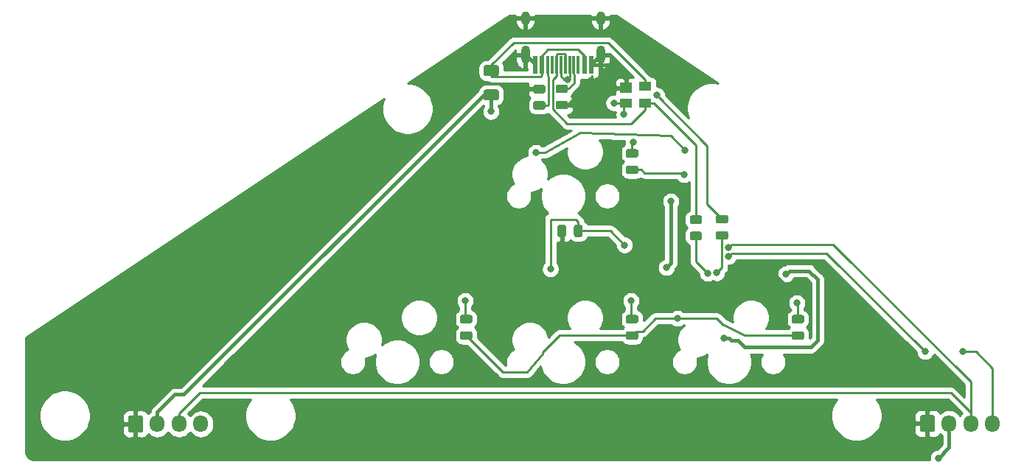
<source format=gtl>
G04 #@! TF.GenerationSoftware,KiCad,Pcbnew,(5.1.5)-3*
G04 #@! TF.CreationDate,2020-03-25T17:20:55+01:00*
G04 #@! TF.ProjectId,4Keys,344b6579-732e-46b6-9963-61645f706362,rev?*
G04 #@! TF.SameCoordinates,Original*
G04 #@! TF.FileFunction,Copper,L1,Top*
G04 #@! TF.FilePolarity,Positive*
%FSLAX46Y46*%
G04 Gerber Fmt 4.6, Leading zero omitted, Abs format (unit mm)*
G04 Created by KiCad (PCBNEW (5.1.5)-3) date 2020-03-25 17:20:55*
%MOMM*%
%LPD*%
G04 APERTURE LIST*
%ADD10O,1.700000X1.950000*%
%ADD11C,0.100000*%
%ADD12R,0.600000X2.000000*%
%ADD13R,0.300000X2.000000*%
%ADD14O,1.000000X2.100000*%
%ADD15O,1.000000X1.600000*%
%ADD16R,1.400000X1.000000*%
%ADD17R,1.400000X1.200000*%
%ADD18C,0.800000*%
%ADD19C,0.381000*%
%ADD20C,0.254000*%
G04 APERTURE END LIST*
D10*
X235084000Y-74560000D03*
X232584000Y-74560000D03*
X230084000Y-74560000D03*
G04 #@! TA.AperFunction,ComponentPad*
D11*
G36*
X228208504Y-73586204D02*
G01*
X228232773Y-73589804D01*
X228256571Y-73595765D01*
X228279671Y-73604030D01*
X228301849Y-73614520D01*
X228322893Y-73627133D01*
X228342598Y-73641747D01*
X228360777Y-73658223D01*
X228377253Y-73676402D01*
X228391867Y-73696107D01*
X228404480Y-73717151D01*
X228414970Y-73739329D01*
X228423235Y-73762429D01*
X228429196Y-73786227D01*
X228432796Y-73810496D01*
X228434000Y-73835000D01*
X228434000Y-75285000D01*
X228432796Y-75309504D01*
X228429196Y-75333773D01*
X228423235Y-75357571D01*
X228414970Y-75380671D01*
X228404480Y-75402849D01*
X228391867Y-75423893D01*
X228377253Y-75443598D01*
X228360777Y-75461777D01*
X228342598Y-75478253D01*
X228322893Y-75492867D01*
X228301849Y-75505480D01*
X228279671Y-75515970D01*
X228256571Y-75524235D01*
X228232773Y-75530196D01*
X228208504Y-75533796D01*
X228184000Y-75535000D01*
X226984000Y-75535000D01*
X226959496Y-75533796D01*
X226935227Y-75530196D01*
X226911429Y-75524235D01*
X226888329Y-75515970D01*
X226866151Y-75505480D01*
X226845107Y-75492867D01*
X226825402Y-75478253D01*
X226807223Y-75461777D01*
X226790747Y-75443598D01*
X226776133Y-75423893D01*
X226763520Y-75402849D01*
X226753030Y-75380671D01*
X226744765Y-75357571D01*
X226738804Y-75333773D01*
X226735204Y-75309504D01*
X226734000Y-75285000D01*
X226734000Y-73835000D01*
X226735204Y-73810496D01*
X226738804Y-73786227D01*
X226744765Y-73762429D01*
X226753030Y-73739329D01*
X226763520Y-73717151D01*
X226776133Y-73696107D01*
X226790747Y-73676402D01*
X226807223Y-73658223D01*
X226825402Y-73641747D01*
X226845107Y-73627133D01*
X226866151Y-73614520D01*
X226888329Y-73604030D01*
X226911429Y-73595765D01*
X226935227Y-73589804D01*
X226959496Y-73586204D01*
X226984000Y-73585000D01*
X228184000Y-73585000D01*
X228208504Y-73586204D01*
G37*
G04 #@! TD.AperFunction*
D12*
X182512500Y-33370000D03*
X188962500Y-33370000D03*
X183287500Y-33370000D03*
X188187500Y-33370000D03*
D13*
X187487500Y-33370000D03*
X183987500Y-33370000D03*
X186987500Y-33370000D03*
X184487500Y-33370000D03*
X186487500Y-33370000D03*
X184987500Y-33370000D03*
X185487500Y-33370000D03*
X185987500Y-33370000D03*
D14*
X190057500Y-32180000D03*
X181417500Y-32180000D03*
D15*
X190057500Y-28000000D03*
X181417500Y-28000000D03*
G04 #@! TA.AperFunction,SMDPad,CuDef*
D11*
G36*
X183500142Y-37508674D02*
G01*
X183523803Y-37512184D01*
X183547007Y-37517996D01*
X183569529Y-37526054D01*
X183591153Y-37536282D01*
X183611670Y-37548579D01*
X183630883Y-37562829D01*
X183648607Y-37578893D01*
X183664671Y-37596617D01*
X183678921Y-37615830D01*
X183691218Y-37636347D01*
X183701446Y-37657971D01*
X183709504Y-37680493D01*
X183715316Y-37703697D01*
X183718826Y-37727358D01*
X183720000Y-37751250D01*
X183720000Y-38238750D01*
X183718826Y-38262642D01*
X183715316Y-38286303D01*
X183709504Y-38309507D01*
X183701446Y-38332029D01*
X183691218Y-38353653D01*
X183678921Y-38374170D01*
X183664671Y-38393383D01*
X183648607Y-38411107D01*
X183630883Y-38427171D01*
X183611670Y-38441421D01*
X183591153Y-38453718D01*
X183569529Y-38463946D01*
X183547007Y-38472004D01*
X183523803Y-38477816D01*
X183500142Y-38481326D01*
X183476250Y-38482500D01*
X182563750Y-38482500D01*
X182539858Y-38481326D01*
X182516197Y-38477816D01*
X182492993Y-38472004D01*
X182470471Y-38463946D01*
X182448847Y-38453718D01*
X182428330Y-38441421D01*
X182409117Y-38427171D01*
X182391393Y-38411107D01*
X182375329Y-38393383D01*
X182361079Y-38374170D01*
X182348782Y-38353653D01*
X182338554Y-38332029D01*
X182330496Y-38309507D01*
X182324684Y-38286303D01*
X182321174Y-38262642D01*
X182320000Y-38238750D01*
X182320000Y-37751250D01*
X182321174Y-37727358D01*
X182324684Y-37703697D01*
X182330496Y-37680493D01*
X182338554Y-37657971D01*
X182348782Y-37636347D01*
X182361079Y-37615830D01*
X182375329Y-37596617D01*
X182391393Y-37578893D01*
X182409117Y-37562829D01*
X182428330Y-37548579D01*
X182448847Y-37536282D01*
X182470471Y-37526054D01*
X182492993Y-37517996D01*
X182516197Y-37512184D01*
X182539858Y-37508674D01*
X182563750Y-37507500D01*
X183476250Y-37507500D01*
X183500142Y-37508674D01*
G37*
G04 #@! TD.AperFunction*
G04 #@! TA.AperFunction,SMDPad,CuDef*
G36*
X183500142Y-35633674D02*
G01*
X183523803Y-35637184D01*
X183547007Y-35642996D01*
X183569529Y-35651054D01*
X183591153Y-35661282D01*
X183611670Y-35673579D01*
X183630883Y-35687829D01*
X183648607Y-35703893D01*
X183664671Y-35721617D01*
X183678921Y-35740830D01*
X183691218Y-35761347D01*
X183701446Y-35782971D01*
X183709504Y-35805493D01*
X183715316Y-35828697D01*
X183718826Y-35852358D01*
X183720000Y-35876250D01*
X183720000Y-36363750D01*
X183718826Y-36387642D01*
X183715316Y-36411303D01*
X183709504Y-36434507D01*
X183701446Y-36457029D01*
X183691218Y-36478653D01*
X183678921Y-36499170D01*
X183664671Y-36518383D01*
X183648607Y-36536107D01*
X183630883Y-36552171D01*
X183611670Y-36566421D01*
X183591153Y-36578718D01*
X183569529Y-36588946D01*
X183547007Y-36597004D01*
X183523803Y-36602816D01*
X183500142Y-36606326D01*
X183476250Y-36607500D01*
X182563750Y-36607500D01*
X182539858Y-36606326D01*
X182516197Y-36602816D01*
X182492993Y-36597004D01*
X182470471Y-36588946D01*
X182448847Y-36578718D01*
X182428330Y-36566421D01*
X182409117Y-36552171D01*
X182391393Y-36536107D01*
X182375329Y-36518383D01*
X182361079Y-36499170D01*
X182348782Y-36478653D01*
X182338554Y-36457029D01*
X182330496Y-36434507D01*
X182324684Y-36411303D01*
X182321174Y-36387642D01*
X182320000Y-36363750D01*
X182320000Y-35876250D01*
X182321174Y-35852358D01*
X182324684Y-35828697D01*
X182330496Y-35805493D01*
X182338554Y-35782971D01*
X182348782Y-35761347D01*
X182361079Y-35740830D01*
X182375329Y-35721617D01*
X182391393Y-35703893D01*
X182409117Y-35687829D01*
X182428330Y-35673579D01*
X182448847Y-35661282D01*
X182470471Y-35651054D01*
X182492993Y-35642996D01*
X182516197Y-35637184D01*
X182539858Y-35633674D01*
X182563750Y-35632500D01*
X183476250Y-35632500D01*
X183500142Y-35633674D01*
G37*
G04 #@! TD.AperFunction*
G04 #@! TA.AperFunction,SMDPad,CuDef*
G36*
X186070142Y-35603674D02*
G01*
X186093803Y-35607184D01*
X186117007Y-35612996D01*
X186139529Y-35621054D01*
X186161153Y-35631282D01*
X186181670Y-35643579D01*
X186200883Y-35657829D01*
X186218607Y-35673893D01*
X186234671Y-35691617D01*
X186248921Y-35710830D01*
X186261218Y-35731347D01*
X186271446Y-35752971D01*
X186279504Y-35775493D01*
X186285316Y-35798697D01*
X186288826Y-35822358D01*
X186290000Y-35846250D01*
X186290000Y-36333750D01*
X186288826Y-36357642D01*
X186285316Y-36381303D01*
X186279504Y-36404507D01*
X186271446Y-36427029D01*
X186261218Y-36448653D01*
X186248921Y-36469170D01*
X186234671Y-36488383D01*
X186218607Y-36506107D01*
X186200883Y-36522171D01*
X186181670Y-36536421D01*
X186161153Y-36548718D01*
X186139529Y-36558946D01*
X186117007Y-36567004D01*
X186093803Y-36572816D01*
X186070142Y-36576326D01*
X186046250Y-36577500D01*
X185133750Y-36577500D01*
X185109858Y-36576326D01*
X185086197Y-36572816D01*
X185062993Y-36567004D01*
X185040471Y-36558946D01*
X185018847Y-36548718D01*
X184998330Y-36536421D01*
X184979117Y-36522171D01*
X184961393Y-36506107D01*
X184945329Y-36488383D01*
X184931079Y-36469170D01*
X184918782Y-36448653D01*
X184908554Y-36427029D01*
X184900496Y-36404507D01*
X184894684Y-36381303D01*
X184891174Y-36357642D01*
X184890000Y-36333750D01*
X184890000Y-35846250D01*
X184891174Y-35822358D01*
X184894684Y-35798697D01*
X184900496Y-35775493D01*
X184908554Y-35752971D01*
X184918782Y-35731347D01*
X184931079Y-35710830D01*
X184945329Y-35691617D01*
X184961393Y-35673893D01*
X184979117Y-35657829D01*
X184998330Y-35643579D01*
X185018847Y-35631282D01*
X185040471Y-35621054D01*
X185062993Y-35612996D01*
X185086197Y-35607184D01*
X185109858Y-35603674D01*
X185133750Y-35602500D01*
X186046250Y-35602500D01*
X186070142Y-35603674D01*
G37*
G04 #@! TD.AperFunction*
G04 #@! TA.AperFunction,SMDPad,CuDef*
G36*
X186070142Y-37478674D02*
G01*
X186093803Y-37482184D01*
X186117007Y-37487996D01*
X186139529Y-37496054D01*
X186161153Y-37506282D01*
X186181670Y-37518579D01*
X186200883Y-37532829D01*
X186218607Y-37548893D01*
X186234671Y-37566617D01*
X186248921Y-37585830D01*
X186261218Y-37606347D01*
X186271446Y-37627971D01*
X186279504Y-37650493D01*
X186285316Y-37673697D01*
X186288826Y-37697358D01*
X186290000Y-37721250D01*
X186290000Y-38208750D01*
X186288826Y-38232642D01*
X186285316Y-38256303D01*
X186279504Y-38279507D01*
X186271446Y-38302029D01*
X186261218Y-38323653D01*
X186248921Y-38344170D01*
X186234671Y-38363383D01*
X186218607Y-38381107D01*
X186200883Y-38397171D01*
X186181670Y-38411421D01*
X186161153Y-38423718D01*
X186139529Y-38433946D01*
X186117007Y-38442004D01*
X186093803Y-38447816D01*
X186070142Y-38451326D01*
X186046250Y-38452500D01*
X185133750Y-38452500D01*
X185109858Y-38451326D01*
X185086197Y-38447816D01*
X185062993Y-38442004D01*
X185040471Y-38433946D01*
X185018847Y-38423718D01*
X184998330Y-38411421D01*
X184979117Y-38397171D01*
X184961393Y-38381107D01*
X184945329Y-38363383D01*
X184931079Y-38344170D01*
X184918782Y-38323653D01*
X184908554Y-38302029D01*
X184900496Y-38279507D01*
X184894684Y-38256303D01*
X184891174Y-38232642D01*
X184890000Y-38208750D01*
X184890000Y-37721250D01*
X184891174Y-37697358D01*
X184894684Y-37673697D01*
X184900496Y-37650493D01*
X184908554Y-37627971D01*
X184918782Y-37606347D01*
X184931079Y-37585830D01*
X184945329Y-37566617D01*
X184961393Y-37548893D01*
X184979117Y-37532829D01*
X184998330Y-37518579D01*
X185018847Y-37506282D01*
X185040471Y-37496054D01*
X185062993Y-37487996D01*
X185086197Y-37482184D01*
X185109858Y-37478674D01*
X185133750Y-37477500D01*
X186046250Y-37477500D01*
X186070142Y-37478674D01*
G37*
G04 #@! TD.AperFunction*
G04 #@! TA.AperFunction,SMDPad,CuDef*
G36*
X201480142Y-50638674D02*
G01*
X201503803Y-50642184D01*
X201527007Y-50647996D01*
X201549529Y-50656054D01*
X201571153Y-50666282D01*
X201591670Y-50678579D01*
X201610883Y-50692829D01*
X201628607Y-50708893D01*
X201644671Y-50726617D01*
X201658921Y-50745830D01*
X201671218Y-50766347D01*
X201681446Y-50787971D01*
X201689504Y-50810493D01*
X201695316Y-50833697D01*
X201698826Y-50857358D01*
X201700000Y-50881250D01*
X201700000Y-51368750D01*
X201698826Y-51392642D01*
X201695316Y-51416303D01*
X201689504Y-51439507D01*
X201681446Y-51462029D01*
X201671218Y-51483653D01*
X201658921Y-51504170D01*
X201644671Y-51523383D01*
X201628607Y-51541107D01*
X201610883Y-51557171D01*
X201591670Y-51571421D01*
X201571153Y-51583718D01*
X201549529Y-51593946D01*
X201527007Y-51602004D01*
X201503803Y-51607816D01*
X201480142Y-51611326D01*
X201456250Y-51612500D01*
X200543750Y-51612500D01*
X200519858Y-51611326D01*
X200496197Y-51607816D01*
X200472993Y-51602004D01*
X200450471Y-51593946D01*
X200428847Y-51583718D01*
X200408330Y-51571421D01*
X200389117Y-51557171D01*
X200371393Y-51541107D01*
X200355329Y-51523383D01*
X200341079Y-51504170D01*
X200328782Y-51483653D01*
X200318554Y-51462029D01*
X200310496Y-51439507D01*
X200304684Y-51416303D01*
X200301174Y-51392642D01*
X200300000Y-51368750D01*
X200300000Y-50881250D01*
X200301174Y-50857358D01*
X200304684Y-50833697D01*
X200310496Y-50810493D01*
X200318554Y-50787971D01*
X200328782Y-50766347D01*
X200341079Y-50745830D01*
X200355329Y-50726617D01*
X200371393Y-50708893D01*
X200389117Y-50692829D01*
X200408330Y-50678579D01*
X200428847Y-50666282D01*
X200450471Y-50656054D01*
X200472993Y-50647996D01*
X200496197Y-50642184D01*
X200519858Y-50638674D01*
X200543750Y-50637500D01*
X201456250Y-50637500D01*
X201480142Y-50638674D01*
G37*
G04 #@! TD.AperFunction*
G04 #@! TA.AperFunction,SMDPad,CuDef*
G36*
X201480142Y-52513674D02*
G01*
X201503803Y-52517184D01*
X201527007Y-52522996D01*
X201549529Y-52531054D01*
X201571153Y-52541282D01*
X201591670Y-52553579D01*
X201610883Y-52567829D01*
X201628607Y-52583893D01*
X201644671Y-52601617D01*
X201658921Y-52620830D01*
X201671218Y-52641347D01*
X201681446Y-52662971D01*
X201689504Y-52685493D01*
X201695316Y-52708697D01*
X201698826Y-52732358D01*
X201700000Y-52756250D01*
X201700000Y-53243750D01*
X201698826Y-53267642D01*
X201695316Y-53291303D01*
X201689504Y-53314507D01*
X201681446Y-53337029D01*
X201671218Y-53358653D01*
X201658921Y-53379170D01*
X201644671Y-53398383D01*
X201628607Y-53416107D01*
X201610883Y-53432171D01*
X201591670Y-53446421D01*
X201571153Y-53458718D01*
X201549529Y-53468946D01*
X201527007Y-53477004D01*
X201503803Y-53482816D01*
X201480142Y-53486326D01*
X201456250Y-53487500D01*
X200543750Y-53487500D01*
X200519858Y-53486326D01*
X200496197Y-53482816D01*
X200472993Y-53477004D01*
X200450471Y-53468946D01*
X200428847Y-53458718D01*
X200408330Y-53446421D01*
X200389117Y-53432171D01*
X200371393Y-53416107D01*
X200355329Y-53398383D01*
X200341079Y-53379170D01*
X200328782Y-53358653D01*
X200318554Y-53337029D01*
X200310496Y-53314507D01*
X200304684Y-53291303D01*
X200301174Y-53267642D01*
X200300000Y-53243750D01*
X200300000Y-52756250D01*
X200301174Y-52732358D01*
X200304684Y-52708697D01*
X200310496Y-52685493D01*
X200318554Y-52662971D01*
X200328782Y-52641347D01*
X200341079Y-52620830D01*
X200355329Y-52601617D01*
X200371393Y-52583893D01*
X200389117Y-52567829D01*
X200408330Y-52553579D01*
X200428847Y-52541282D01*
X200450471Y-52531054D01*
X200472993Y-52522996D01*
X200496197Y-52517184D01*
X200519858Y-52513674D01*
X200543750Y-52512500D01*
X201456250Y-52512500D01*
X201480142Y-52513674D01*
G37*
G04 #@! TD.AperFunction*
G04 #@! TA.AperFunction,SMDPad,CuDef*
G36*
X204480142Y-50576174D02*
G01*
X204503803Y-50579684D01*
X204527007Y-50585496D01*
X204549529Y-50593554D01*
X204571153Y-50603782D01*
X204591670Y-50616079D01*
X204610883Y-50630329D01*
X204628607Y-50646393D01*
X204644671Y-50664117D01*
X204658921Y-50683330D01*
X204671218Y-50703847D01*
X204681446Y-50725471D01*
X204689504Y-50747993D01*
X204695316Y-50771197D01*
X204698826Y-50794858D01*
X204700000Y-50818750D01*
X204700000Y-51306250D01*
X204698826Y-51330142D01*
X204695316Y-51353803D01*
X204689504Y-51377007D01*
X204681446Y-51399529D01*
X204671218Y-51421153D01*
X204658921Y-51441670D01*
X204644671Y-51460883D01*
X204628607Y-51478607D01*
X204610883Y-51494671D01*
X204591670Y-51508921D01*
X204571153Y-51521218D01*
X204549529Y-51531446D01*
X204527007Y-51539504D01*
X204503803Y-51545316D01*
X204480142Y-51548826D01*
X204456250Y-51550000D01*
X203543750Y-51550000D01*
X203519858Y-51548826D01*
X203496197Y-51545316D01*
X203472993Y-51539504D01*
X203450471Y-51531446D01*
X203428847Y-51521218D01*
X203408330Y-51508921D01*
X203389117Y-51494671D01*
X203371393Y-51478607D01*
X203355329Y-51460883D01*
X203341079Y-51441670D01*
X203328782Y-51421153D01*
X203318554Y-51399529D01*
X203310496Y-51377007D01*
X203304684Y-51353803D01*
X203301174Y-51330142D01*
X203300000Y-51306250D01*
X203300000Y-50818750D01*
X203301174Y-50794858D01*
X203304684Y-50771197D01*
X203310496Y-50747993D01*
X203318554Y-50725471D01*
X203328782Y-50703847D01*
X203341079Y-50683330D01*
X203355329Y-50664117D01*
X203371393Y-50646393D01*
X203389117Y-50630329D01*
X203408330Y-50616079D01*
X203428847Y-50603782D01*
X203450471Y-50593554D01*
X203472993Y-50585496D01*
X203496197Y-50579684D01*
X203519858Y-50576174D01*
X203543750Y-50575000D01*
X204456250Y-50575000D01*
X204480142Y-50576174D01*
G37*
G04 #@! TD.AperFunction*
G04 #@! TA.AperFunction,SMDPad,CuDef*
G36*
X204480142Y-52451174D02*
G01*
X204503803Y-52454684D01*
X204527007Y-52460496D01*
X204549529Y-52468554D01*
X204571153Y-52478782D01*
X204591670Y-52491079D01*
X204610883Y-52505329D01*
X204628607Y-52521393D01*
X204644671Y-52539117D01*
X204658921Y-52558330D01*
X204671218Y-52578847D01*
X204681446Y-52600471D01*
X204689504Y-52622993D01*
X204695316Y-52646197D01*
X204698826Y-52669858D01*
X204700000Y-52693750D01*
X204700000Y-53181250D01*
X204698826Y-53205142D01*
X204695316Y-53228803D01*
X204689504Y-53252007D01*
X204681446Y-53274529D01*
X204671218Y-53296153D01*
X204658921Y-53316670D01*
X204644671Y-53335883D01*
X204628607Y-53353607D01*
X204610883Y-53369671D01*
X204591670Y-53383921D01*
X204571153Y-53396218D01*
X204549529Y-53406446D01*
X204527007Y-53414504D01*
X204503803Y-53420316D01*
X204480142Y-53423826D01*
X204456250Y-53425000D01*
X203543750Y-53425000D01*
X203519858Y-53423826D01*
X203496197Y-53420316D01*
X203472993Y-53414504D01*
X203450471Y-53406446D01*
X203428847Y-53396218D01*
X203408330Y-53383921D01*
X203389117Y-53369671D01*
X203371393Y-53353607D01*
X203355329Y-53335883D01*
X203341079Y-53316670D01*
X203328782Y-53296153D01*
X203318554Y-53274529D01*
X203310496Y-53252007D01*
X203304684Y-53228803D01*
X203301174Y-53205142D01*
X203300000Y-53181250D01*
X203300000Y-52693750D01*
X203301174Y-52669858D01*
X203304684Y-52646197D01*
X203310496Y-52622993D01*
X203318554Y-52600471D01*
X203328782Y-52578847D01*
X203341079Y-52558330D01*
X203355329Y-52539117D01*
X203371393Y-52521393D01*
X203389117Y-52505329D01*
X203408330Y-52491079D01*
X203428847Y-52478782D01*
X203450471Y-52468554D01*
X203472993Y-52460496D01*
X203496197Y-52454684D01*
X203519858Y-52451174D01*
X203543750Y-52450000D01*
X204456250Y-52450000D01*
X204480142Y-52451174D01*
G37*
G04 #@! TD.AperFunction*
D10*
X144152000Y-74612500D03*
X141652000Y-74612500D03*
X139152000Y-74612500D03*
G04 #@! TA.AperFunction,ComponentPad*
D11*
G36*
X137276504Y-73638704D02*
G01*
X137300773Y-73642304D01*
X137324571Y-73648265D01*
X137347671Y-73656530D01*
X137369849Y-73667020D01*
X137390893Y-73679633D01*
X137410598Y-73694247D01*
X137428777Y-73710723D01*
X137445253Y-73728902D01*
X137459867Y-73748607D01*
X137472480Y-73769651D01*
X137482970Y-73791829D01*
X137491235Y-73814929D01*
X137497196Y-73838727D01*
X137500796Y-73862996D01*
X137502000Y-73887500D01*
X137502000Y-75337500D01*
X137500796Y-75362004D01*
X137497196Y-75386273D01*
X137491235Y-75410071D01*
X137482970Y-75433171D01*
X137472480Y-75455349D01*
X137459867Y-75476393D01*
X137445253Y-75496098D01*
X137428777Y-75514277D01*
X137410598Y-75530753D01*
X137390893Y-75545367D01*
X137369849Y-75557980D01*
X137347671Y-75568470D01*
X137324571Y-75576735D01*
X137300773Y-75582696D01*
X137276504Y-75586296D01*
X137252000Y-75587500D01*
X136052000Y-75587500D01*
X136027496Y-75586296D01*
X136003227Y-75582696D01*
X135979429Y-75576735D01*
X135956329Y-75568470D01*
X135934151Y-75557980D01*
X135913107Y-75545367D01*
X135893402Y-75530753D01*
X135875223Y-75514277D01*
X135858747Y-75496098D01*
X135844133Y-75476393D01*
X135831520Y-75455349D01*
X135821030Y-75433171D01*
X135812765Y-75410071D01*
X135806804Y-75386273D01*
X135803204Y-75362004D01*
X135802000Y-75337500D01*
X135802000Y-73887500D01*
X135803204Y-73862996D01*
X135806804Y-73838727D01*
X135812765Y-73814929D01*
X135821030Y-73791829D01*
X135831520Y-73769651D01*
X135844133Y-73748607D01*
X135858747Y-73728902D01*
X135875223Y-73710723D01*
X135893402Y-73694247D01*
X135913107Y-73679633D01*
X135934151Y-73667020D01*
X135956329Y-73656530D01*
X135979429Y-73648265D01*
X136003227Y-73642304D01*
X136027496Y-73638704D01*
X136052000Y-73637500D01*
X137252000Y-73637500D01*
X137276504Y-73638704D01*
G37*
G04 #@! TD.AperFunction*
G04 #@! TA.AperFunction,SMDPad,CuDef*
G36*
X178149504Y-33376204D02*
G01*
X178173773Y-33379804D01*
X178197571Y-33385765D01*
X178220671Y-33394030D01*
X178242849Y-33404520D01*
X178263893Y-33417133D01*
X178283598Y-33431747D01*
X178301777Y-33448223D01*
X178318253Y-33466402D01*
X178332867Y-33486107D01*
X178345480Y-33507151D01*
X178355970Y-33529329D01*
X178364235Y-33552429D01*
X178370196Y-33576227D01*
X178373796Y-33600496D01*
X178375000Y-33625000D01*
X178375000Y-34375000D01*
X178373796Y-34399504D01*
X178370196Y-34423773D01*
X178364235Y-34447571D01*
X178355970Y-34470671D01*
X178345480Y-34492849D01*
X178332867Y-34513893D01*
X178318253Y-34533598D01*
X178301777Y-34551777D01*
X178283598Y-34568253D01*
X178263893Y-34582867D01*
X178242849Y-34595480D01*
X178220671Y-34605970D01*
X178197571Y-34614235D01*
X178173773Y-34620196D01*
X178149504Y-34623796D01*
X178125000Y-34625000D01*
X176875000Y-34625000D01*
X176850496Y-34623796D01*
X176826227Y-34620196D01*
X176802429Y-34614235D01*
X176779329Y-34605970D01*
X176757151Y-34595480D01*
X176736107Y-34582867D01*
X176716402Y-34568253D01*
X176698223Y-34551777D01*
X176681747Y-34533598D01*
X176667133Y-34513893D01*
X176654520Y-34492849D01*
X176644030Y-34470671D01*
X176635765Y-34447571D01*
X176629804Y-34423773D01*
X176626204Y-34399504D01*
X176625000Y-34375000D01*
X176625000Y-33625000D01*
X176626204Y-33600496D01*
X176629804Y-33576227D01*
X176635765Y-33552429D01*
X176644030Y-33529329D01*
X176654520Y-33507151D01*
X176667133Y-33486107D01*
X176681747Y-33466402D01*
X176698223Y-33448223D01*
X176716402Y-33431747D01*
X176736107Y-33417133D01*
X176757151Y-33404520D01*
X176779329Y-33394030D01*
X176802429Y-33385765D01*
X176826227Y-33379804D01*
X176850496Y-33376204D01*
X176875000Y-33375000D01*
X178125000Y-33375000D01*
X178149504Y-33376204D01*
G37*
G04 #@! TD.AperFunction*
G04 #@! TA.AperFunction,SMDPad,CuDef*
G36*
X178149504Y-36176204D02*
G01*
X178173773Y-36179804D01*
X178197571Y-36185765D01*
X178220671Y-36194030D01*
X178242849Y-36204520D01*
X178263893Y-36217133D01*
X178283598Y-36231747D01*
X178301777Y-36248223D01*
X178318253Y-36266402D01*
X178332867Y-36286107D01*
X178345480Y-36307151D01*
X178355970Y-36329329D01*
X178364235Y-36352429D01*
X178370196Y-36376227D01*
X178373796Y-36400496D01*
X178375000Y-36425000D01*
X178375000Y-37175000D01*
X178373796Y-37199504D01*
X178370196Y-37223773D01*
X178364235Y-37247571D01*
X178355970Y-37270671D01*
X178345480Y-37292849D01*
X178332867Y-37313893D01*
X178318253Y-37333598D01*
X178301777Y-37351777D01*
X178283598Y-37368253D01*
X178263893Y-37382867D01*
X178242849Y-37395480D01*
X178220671Y-37405970D01*
X178197571Y-37414235D01*
X178173773Y-37420196D01*
X178149504Y-37423796D01*
X178125000Y-37425000D01*
X176875000Y-37425000D01*
X176850496Y-37423796D01*
X176826227Y-37420196D01*
X176802429Y-37414235D01*
X176779329Y-37405970D01*
X176757151Y-37395480D01*
X176736107Y-37382867D01*
X176716402Y-37368253D01*
X176698223Y-37351777D01*
X176681747Y-37333598D01*
X176667133Y-37313893D01*
X176654520Y-37292849D01*
X176644030Y-37270671D01*
X176635765Y-37247571D01*
X176629804Y-37223773D01*
X176626204Y-37199504D01*
X176625000Y-37175000D01*
X176625000Y-36425000D01*
X176626204Y-36400496D01*
X176629804Y-36376227D01*
X176635765Y-36352429D01*
X176644030Y-36329329D01*
X176654520Y-36307151D01*
X176667133Y-36286107D01*
X176681747Y-36266402D01*
X176698223Y-36248223D01*
X176716402Y-36231747D01*
X176736107Y-36217133D01*
X176757151Y-36204520D01*
X176779329Y-36194030D01*
X176802429Y-36185765D01*
X176826227Y-36179804D01*
X176850496Y-36176204D01*
X176875000Y-36175000D01*
X178125000Y-36175000D01*
X178149504Y-36176204D01*
G37*
G04 #@! TD.AperFunction*
G04 #@! TA.AperFunction,SMDPad,CuDef*
G36*
X213205142Y-62076174D02*
G01*
X213228803Y-62079684D01*
X213252007Y-62085496D01*
X213274529Y-62093554D01*
X213296153Y-62103782D01*
X213316670Y-62116079D01*
X213335883Y-62130329D01*
X213353607Y-62146393D01*
X213369671Y-62164117D01*
X213383921Y-62183330D01*
X213396218Y-62203847D01*
X213406446Y-62225471D01*
X213414504Y-62247993D01*
X213420316Y-62271197D01*
X213423826Y-62294858D01*
X213425000Y-62318750D01*
X213425000Y-62806250D01*
X213423826Y-62830142D01*
X213420316Y-62853803D01*
X213414504Y-62877007D01*
X213406446Y-62899529D01*
X213396218Y-62921153D01*
X213383921Y-62941670D01*
X213369671Y-62960883D01*
X213353607Y-62978607D01*
X213335883Y-62994671D01*
X213316670Y-63008921D01*
X213296153Y-63021218D01*
X213274529Y-63031446D01*
X213252007Y-63039504D01*
X213228803Y-63045316D01*
X213205142Y-63048826D01*
X213181250Y-63050000D01*
X212268750Y-63050000D01*
X212244858Y-63048826D01*
X212221197Y-63045316D01*
X212197993Y-63039504D01*
X212175471Y-63031446D01*
X212153847Y-63021218D01*
X212133330Y-63008921D01*
X212114117Y-62994671D01*
X212096393Y-62978607D01*
X212080329Y-62960883D01*
X212066079Y-62941670D01*
X212053782Y-62921153D01*
X212043554Y-62899529D01*
X212035496Y-62877007D01*
X212029684Y-62853803D01*
X212026174Y-62830142D01*
X212025000Y-62806250D01*
X212025000Y-62318750D01*
X212026174Y-62294858D01*
X212029684Y-62271197D01*
X212035496Y-62247993D01*
X212043554Y-62225471D01*
X212053782Y-62203847D01*
X212066079Y-62183330D01*
X212080329Y-62164117D01*
X212096393Y-62146393D01*
X212114117Y-62130329D01*
X212133330Y-62116079D01*
X212153847Y-62103782D01*
X212175471Y-62093554D01*
X212197993Y-62085496D01*
X212221197Y-62079684D01*
X212244858Y-62076174D01*
X212268750Y-62075000D01*
X213181250Y-62075000D01*
X213205142Y-62076174D01*
G37*
G04 #@! TD.AperFunction*
G04 #@! TA.AperFunction,SMDPad,CuDef*
G36*
X213205142Y-63951174D02*
G01*
X213228803Y-63954684D01*
X213252007Y-63960496D01*
X213274529Y-63968554D01*
X213296153Y-63978782D01*
X213316670Y-63991079D01*
X213335883Y-64005329D01*
X213353607Y-64021393D01*
X213369671Y-64039117D01*
X213383921Y-64058330D01*
X213396218Y-64078847D01*
X213406446Y-64100471D01*
X213414504Y-64122993D01*
X213420316Y-64146197D01*
X213423826Y-64169858D01*
X213425000Y-64193750D01*
X213425000Y-64681250D01*
X213423826Y-64705142D01*
X213420316Y-64728803D01*
X213414504Y-64752007D01*
X213406446Y-64774529D01*
X213396218Y-64796153D01*
X213383921Y-64816670D01*
X213369671Y-64835883D01*
X213353607Y-64853607D01*
X213335883Y-64869671D01*
X213316670Y-64883921D01*
X213296153Y-64896218D01*
X213274529Y-64906446D01*
X213252007Y-64914504D01*
X213228803Y-64920316D01*
X213205142Y-64923826D01*
X213181250Y-64925000D01*
X212268750Y-64925000D01*
X212244858Y-64923826D01*
X212221197Y-64920316D01*
X212197993Y-64914504D01*
X212175471Y-64906446D01*
X212153847Y-64896218D01*
X212133330Y-64883921D01*
X212114117Y-64869671D01*
X212096393Y-64853607D01*
X212080329Y-64835883D01*
X212066079Y-64816670D01*
X212053782Y-64796153D01*
X212043554Y-64774529D01*
X212035496Y-64752007D01*
X212029684Y-64728803D01*
X212026174Y-64705142D01*
X212025000Y-64681250D01*
X212025000Y-64193750D01*
X212026174Y-64169858D01*
X212029684Y-64146197D01*
X212035496Y-64122993D01*
X212043554Y-64100471D01*
X212053782Y-64078847D01*
X212066079Y-64058330D01*
X212080329Y-64039117D01*
X212096393Y-64021393D01*
X212114117Y-64005329D01*
X212133330Y-63991079D01*
X212153847Y-63978782D01*
X212175471Y-63968554D01*
X212197993Y-63960496D01*
X212221197Y-63954684D01*
X212244858Y-63951174D01*
X212268750Y-63950000D01*
X213181250Y-63950000D01*
X213205142Y-63951174D01*
G37*
G04 #@! TD.AperFunction*
G04 #@! TA.AperFunction,SMDPad,CuDef*
G36*
X175105142Y-62076174D02*
G01*
X175128803Y-62079684D01*
X175152007Y-62085496D01*
X175174529Y-62093554D01*
X175196153Y-62103782D01*
X175216670Y-62116079D01*
X175235883Y-62130329D01*
X175253607Y-62146393D01*
X175269671Y-62164117D01*
X175283921Y-62183330D01*
X175296218Y-62203847D01*
X175306446Y-62225471D01*
X175314504Y-62247993D01*
X175320316Y-62271197D01*
X175323826Y-62294858D01*
X175325000Y-62318750D01*
X175325000Y-62806250D01*
X175323826Y-62830142D01*
X175320316Y-62853803D01*
X175314504Y-62877007D01*
X175306446Y-62899529D01*
X175296218Y-62921153D01*
X175283921Y-62941670D01*
X175269671Y-62960883D01*
X175253607Y-62978607D01*
X175235883Y-62994671D01*
X175216670Y-63008921D01*
X175196153Y-63021218D01*
X175174529Y-63031446D01*
X175152007Y-63039504D01*
X175128803Y-63045316D01*
X175105142Y-63048826D01*
X175081250Y-63050000D01*
X174168750Y-63050000D01*
X174144858Y-63048826D01*
X174121197Y-63045316D01*
X174097993Y-63039504D01*
X174075471Y-63031446D01*
X174053847Y-63021218D01*
X174033330Y-63008921D01*
X174014117Y-62994671D01*
X173996393Y-62978607D01*
X173980329Y-62960883D01*
X173966079Y-62941670D01*
X173953782Y-62921153D01*
X173943554Y-62899529D01*
X173935496Y-62877007D01*
X173929684Y-62853803D01*
X173926174Y-62830142D01*
X173925000Y-62806250D01*
X173925000Y-62318750D01*
X173926174Y-62294858D01*
X173929684Y-62271197D01*
X173935496Y-62247993D01*
X173943554Y-62225471D01*
X173953782Y-62203847D01*
X173966079Y-62183330D01*
X173980329Y-62164117D01*
X173996393Y-62146393D01*
X174014117Y-62130329D01*
X174033330Y-62116079D01*
X174053847Y-62103782D01*
X174075471Y-62093554D01*
X174097993Y-62085496D01*
X174121197Y-62079684D01*
X174144858Y-62076174D01*
X174168750Y-62075000D01*
X175081250Y-62075000D01*
X175105142Y-62076174D01*
G37*
G04 #@! TD.AperFunction*
G04 #@! TA.AperFunction,SMDPad,CuDef*
G36*
X175105142Y-63951174D02*
G01*
X175128803Y-63954684D01*
X175152007Y-63960496D01*
X175174529Y-63968554D01*
X175196153Y-63978782D01*
X175216670Y-63991079D01*
X175235883Y-64005329D01*
X175253607Y-64021393D01*
X175269671Y-64039117D01*
X175283921Y-64058330D01*
X175296218Y-64078847D01*
X175306446Y-64100471D01*
X175314504Y-64122993D01*
X175320316Y-64146197D01*
X175323826Y-64169858D01*
X175325000Y-64193750D01*
X175325000Y-64681250D01*
X175323826Y-64705142D01*
X175320316Y-64728803D01*
X175314504Y-64752007D01*
X175306446Y-64774529D01*
X175296218Y-64796153D01*
X175283921Y-64816670D01*
X175269671Y-64835883D01*
X175253607Y-64853607D01*
X175235883Y-64869671D01*
X175216670Y-64883921D01*
X175196153Y-64896218D01*
X175174529Y-64906446D01*
X175152007Y-64914504D01*
X175128803Y-64920316D01*
X175105142Y-64923826D01*
X175081250Y-64925000D01*
X174168750Y-64925000D01*
X174144858Y-64923826D01*
X174121197Y-64920316D01*
X174097993Y-64914504D01*
X174075471Y-64906446D01*
X174053847Y-64896218D01*
X174033330Y-64883921D01*
X174014117Y-64869671D01*
X173996393Y-64853607D01*
X173980329Y-64835883D01*
X173966079Y-64816670D01*
X173953782Y-64796153D01*
X173943554Y-64774529D01*
X173935496Y-64752007D01*
X173929684Y-64728803D01*
X173926174Y-64705142D01*
X173925000Y-64681250D01*
X173925000Y-64193750D01*
X173926174Y-64169858D01*
X173929684Y-64146197D01*
X173935496Y-64122993D01*
X173943554Y-64100471D01*
X173953782Y-64078847D01*
X173966079Y-64058330D01*
X173980329Y-64039117D01*
X173996393Y-64021393D01*
X174014117Y-64005329D01*
X174033330Y-63991079D01*
X174053847Y-63978782D01*
X174075471Y-63968554D01*
X174097993Y-63960496D01*
X174121197Y-63954684D01*
X174144858Y-63951174D01*
X174168750Y-63950000D01*
X175081250Y-63950000D01*
X175105142Y-63951174D01*
G37*
G04 #@! TD.AperFunction*
G04 #@! TA.AperFunction,SMDPad,CuDef*
G36*
X194155142Y-62076174D02*
G01*
X194178803Y-62079684D01*
X194202007Y-62085496D01*
X194224529Y-62093554D01*
X194246153Y-62103782D01*
X194266670Y-62116079D01*
X194285883Y-62130329D01*
X194303607Y-62146393D01*
X194319671Y-62164117D01*
X194333921Y-62183330D01*
X194346218Y-62203847D01*
X194356446Y-62225471D01*
X194364504Y-62247993D01*
X194370316Y-62271197D01*
X194373826Y-62294858D01*
X194375000Y-62318750D01*
X194375000Y-62806250D01*
X194373826Y-62830142D01*
X194370316Y-62853803D01*
X194364504Y-62877007D01*
X194356446Y-62899529D01*
X194346218Y-62921153D01*
X194333921Y-62941670D01*
X194319671Y-62960883D01*
X194303607Y-62978607D01*
X194285883Y-62994671D01*
X194266670Y-63008921D01*
X194246153Y-63021218D01*
X194224529Y-63031446D01*
X194202007Y-63039504D01*
X194178803Y-63045316D01*
X194155142Y-63048826D01*
X194131250Y-63050000D01*
X193218750Y-63050000D01*
X193194858Y-63048826D01*
X193171197Y-63045316D01*
X193147993Y-63039504D01*
X193125471Y-63031446D01*
X193103847Y-63021218D01*
X193083330Y-63008921D01*
X193064117Y-62994671D01*
X193046393Y-62978607D01*
X193030329Y-62960883D01*
X193016079Y-62941670D01*
X193003782Y-62921153D01*
X192993554Y-62899529D01*
X192985496Y-62877007D01*
X192979684Y-62853803D01*
X192976174Y-62830142D01*
X192975000Y-62806250D01*
X192975000Y-62318750D01*
X192976174Y-62294858D01*
X192979684Y-62271197D01*
X192985496Y-62247993D01*
X192993554Y-62225471D01*
X193003782Y-62203847D01*
X193016079Y-62183330D01*
X193030329Y-62164117D01*
X193046393Y-62146393D01*
X193064117Y-62130329D01*
X193083330Y-62116079D01*
X193103847Y-62103782D01*
X193125471Y-62093554D01*
X193147993Y-62085496D01*
X193171197Y-62079684D01*
X193194858Y-62076174D01*
X193218750Y-62075000D01*
X194131250Y-62075000D01*
X194155142Y-62076174D01*
G37*
G04 #@! TD.AperFunction*
G04 #@! TA.AperFunction,SMDPad,CuDef*
G36*
X194155142Y-63951174D02*
G01*
X194178803Y-63954684D01*
X194202007Y-63960496D01*
X194224529Y-63968554D01*
X194246153Y-63978782D01*
X194266670Y-63991079D01*
X194285883Y-64005329D01*
X194303607Y-64021393D01*
X194319671Y-64039117D01*
X194333921Y-64058330D01*
X194346218Y-64078847D01*
X194356446Y-64100471D01*
X194364504Y-64122993D01*
X194370316Y-64146197D01*
X194373826Y-64169858D01*
X194375000Y-64193750D01*
X194375000Y-64681250D01*
X194373826Y-64705142D01*
X194370316Y-64728803D01*
X194364504Y-64752007D01*
X194356446Y-64774529D01*
X194346218Y-64796153D01*
X194333921Y-64816670D01*
X194319671Y-64835883D01*
X194303607Y-64853607D01*
X194285883Y-64869671D01*
X194266670Y-64883921D01*
X194246153Y-64896218D01*
X194224529Y-64906446D01*
X194202007Y-64914504D01*
X194178803Y-64920316D01*
X194155142Y-64923826D01*
X194131250Y-64925000D01*
X193218750Y-64925000D01*
X193194858Y-64923826D01*
X193171197Y-64920316D01*
X193147993Y-64914504D01*
X193125471Y-64906446D01*
X193103847Y-64896218D01*
X193083330Y-64883921D01*
X193064117Y-64869671D01*
X193046393Y-64853607D01*
X193030329Y-64835883D01*
X193016079Y-64816670D01*
X193003782Y-64796153D01*
X192993554Y-64774529D01*
X192985496Y-64752007D01*
X192979684Y-64728803D01*
X192976174Y-64705142D01*
X192975000Y-64681250D01*
X192975000Y-64193750D01*
X192976174Y-64169858D01*
X192979684Y-64146197D01*
X192985496Y-64122993D01*
X192993554Y-64100471D01*
X193003782Y-64078847D01*
X193016079Y-64058330D01*
X193030329Y-64039117D01*
X193046393Y-64021393D01*
X193064117Y-64005329D01*
X193083330Y-63991079D01*
X193103847Y-63978782D01*
X193125471Y-63968554D01*
X193147993Y-63960496D01*
X193171197Y-63954684D01*
X193194858Y-63951174D01*
X193218750Y-63950000D01*
X194131250Y-63950000D01*
X194155142Y-63951174D01*
G37*
G04 #@! TD.AperFunction*
G04 #@! TA.AperFunction,SMDPad,CuDef*
G36*
X194155142Y-43026174D02*
G01*
X194178803Y-43029684D01*
X194202007Y-43035496D01*
X194224529Y-43043554D01*
X194246153Y-43053782D01*
X194266670Y-43066079D01*
X194285883Y-43080329D01*
X194303607Y-43096393D01*
X194319671Y-43114117D01*
X194333921Y-43133330D01*
X194346218Y-43153847D01*
X194356446Y-43175471D01*
X194364504Y-43197993D01*
X194370316Y-43221197D01*
X194373826Y-43244858D01*
X194375000Y-43268750D01*
X194375000Y-43756250D01*
X194373826Y-43780142D01*
X194370316Y-43803803D01*
X194364504Y-43827007D01*
X194356446Y-43849529D01*
X194346218Y-43871153D01*
X194333921Y-43891670D01*
X194319671Y-43910883D01*
X194303607Y-43928607D01*
X194285883Y-43944671D01*
X194266670Y-43958921D01*
X194246153Y-43971218D01*
X194224529Y-43981446D01*
X194202007Y-43989504D01*
X194178803Y-43995316D01*
X194155142Y-43998826D01*
X194131250Y-44000000D01*
X193218750Y-44000000D01*
X193194858Y-43998826D01*
X193171197Y-43995316D01*
X193147993Y-43989504D01*
X193125471Y-43981446D01*
X193103847Y-43971218D01*
X193083330Y-43958921D01*
X193064117Y-43944671D01*
X193046393Y-43928607D01*
X193030329Y-43910883D01*
X193016079Y-43891670D01*
X193003782Y-43871153D01*
X192993554Y-43849529D01*
X192985496Y-43827007D01*
X192979684Y-43803803D01*
X192976174Y-43780142D01*
X192975000Y-43756250D01*
X192975000Y-43268750D01*
X192976174Y-43244858D01*
X192979684Y-43221197D01*
X192985496Y-43197993D01*
X192993554Y-43175471D01*
X193003782Y-43153847D01*
X193016079Y-43133330D01*
X193030329Y-43114117D01*
X193046393Y-43096393D01*
X193064117Y-43080329D01*
X193083330Y-43066079D01*
X193103847Y-43053782D01*
X193125471Y-43043554D01*
X193147993Y-43035496D01*
X193171197Y-43029684D01*
X193194858Y-43026174D01*
X193218750Y-43025000D01*
X194131250Y-43025000D01*
X194155142Y-43026174D01*
G37*
G04 #@! TD.AperFunction*
G04 #@! TA.AperFunction,SMDPad,CuDef*
G36*
X194155142Y-44901174D02*
G01*
X194178803Y-44904684D01*
X194202007Y-44910496D01*
X194224529Y-44918554D01*
X194246153Y-44928782D01*
X194266670Y-44941079D01*
X194285883Y-44955329D01*
X194303607Y-44971393D01*
X194319671Y-44989117D01*
X194333921Y-45008330D01*
X194346218Y-45028847D01*
X194356446Y-45050471D01*
X194364504Y-45072993D01*
X194370316Y-45096197D01*
X194373826Y-45119858D01*
X194375000Y-45143750D01*
X194375000Y-45631250D01*
X194373826Y-45655142D01*
X194370316Y-45678803D01*
X194364504Y-45702007D01*
X194356446Y-45724529D01*
X194346218Y-45746153D01*
X194333921Y-45766670D01*
X194319671Y-45785883D01*
X194303607Y-45803607D01*
X194285883Y-45819671D01*
X194266670Y-45833921D01*
X194246153Y-45846218D01*
X194224529Y-45856446D01*
X194202007Y-45864504D01*
X194178803Y-45870316D01*
X194155142Y-45873826D01*
X194131250Y-45875000D01*
X193218750Y-45875000D01*
X193194858Y-45873826D01*
X193171197Y-45870316D01*
X193147993Y-45864504D01*
X193125471Y-45856446D01*
X193103847Y-45846218D01*
X193083330Y-45833921D01*
X193064117Y-45819671D01*
X193046393Y-45803607D01*
X193030329Y-45785883D01*
X193016079Y-45766670D01*
X193003782Y-45746153D01*
X192993554Y-45724529D01*
X192985496Y-45702007D01*
X192979684Y-45678803D01*
X192976174Y-45655142D01*
X192975000Y-45631250D01*
X192975000Y-45143750D01*
X192976174Y-45119858D01*
X192979684Y-45096197D01*
X192985496Y-45072993D01*
X192993554Y-45050471D01*
X193003782Y-45028847D01*
X193016079Y-45008330D01*
X193030329Y-44989117D01*
X193046393Y-44971393D01*
X193064117Y-44955329D01*
X193083330Y-44941079D01*
X193103847Y-44928782D01*
X193125471Y-44918554D01*
X193147993Y-44910496D01*
X193171197Y-44904684D01*
X193194858Y-44901174D01*
X193218750Y-44900000D01*
X194131250Y-44900000D01*
X194155142Y-44901174D01*
G37*
G04 #@! TD.AperFunction*
D16*
X195200000Y-35820000D03*
X195200000Y-37720000D03*
X193000000Y-37720000D03*
D17*
X193000000Y-36000000D03*
G04 #@! TA.AperFunction,SMDPad,CuDef*
D11*
G36*
X185872642Y-51731174D02*
G01*
X185896303Y-51734684D01*
X185919507Y-51740496D01*
X185942029Y-51748554D01*
X185963653Y-51758782D01*
X185984170Y-51771079D01*
X186003383Y-51785329D01*
X186021107Y-51801393D01*
X186037171Y-51819117D01*
X186051421Y-51838330D01*
X186063718Y-51858847D01*
X186073946Y-51880471D01*
X186082004Y-51902993D01*
X186087816Y-51926197D01*
X186091326Y-51949858D01*
X186092500Y-51973750D01*
X186092500Y-52886250D01*
X186091326Y-52910142D01*
X186087816Y-52933803D01*
X186082004Y-52957007D01*
X186073946Y-52979529D01*
X186063718Y-53001153D01*
X186051421Y-53021670D01*
X186037171Y-53040883D01*
X186021107Y-53058607D01*
X186003383Y-53074671D01*
X185984170Y-53088921D01*
X185963653Y-53101218D01*
X185942029Y-53111446D01*
X185919507Y-53119504D01*
X185896303Y-53125316D01*
X185872642Y-53128826D01*
X185848750Y-53130000D01*
X185361250Y-53130000D01*
X185337358Y-53128826D01*
X185313697Y-53125316D01*
X185290493Y-53119504D01*
X185267971Y-53111446D01*
X185246347Y-53101218D01*
X185225830Y-53088921D01*
X185206617Y-53074671D01*
X185188893Y-53058607D01*
X185172829Y-53040883D01*
X185158579Y-53021670D01*
X185146282Y-53001153D01*
X185136054Y-52979529D01*
X185127996Y-52957007D01*
X185122184Y-52933803D01*
X185118674Y-52910142D01*
X185117500Y-52886250D01*
X185117500Y-51973750D01*
X185118674Y-51949858D01*
X185122184Y-51926197D01*
X185127996Y-51902993D01*
X185136054Y-51880471D01*
X185146282Y-51858847D01*
X185158579Y-51838330D01*
X185172829Y-51819117D01*
X185188893Y-51801393D01*
X185206617Y-51785329D01*
X185225830Y-51771079D01*
X185246347Y-51758782D01*
X185267971Y-51748554D01*
X185290493Y-51740496D01*
X185313697Y-51734684D01*
X185337358Y-51731174D01*
X185361250Y-51730000D01*
X185848750Y-51730000D01*
X185872642Y-51731174D01*
G37*
G04 #@! TD.AperFunction*
G04 #@! TA.AperFunction,SMDPad,CuDef*
G36*
X187747642Y-51731174D02*
G01*
X187771303Y-51734684D01*
X187794507Y-51740496D01*
X187817029Y-51748554D01*
X187838653Y-51758782D01*
X187859170Y-51771079D01*
X187878383Y-51785329D01*
X187896107Y-51801393D01*
X187912171Y-51819117D01*
X187926421Y-51838330D01*
X187938718Y-51858847D01*
X187948946Y-51880471D01*
X187957004Y-51902993D01*
X187962816Y-51926197D01*
X187966326Y-51949858D01*
X187967500Y-51973750D01*
X187967500Y-52886250D01*
X187966326Y-52910142D01*
X187962816Y-52933803D01*
X187957004Y-52957007D01*
X187948946Y-52979529D01*
X187938718Y-53001153D01*
X187926421Y-53021670D01*
X187912171Y-53040883D01*
X187896107Y-53058607D01*
X187878383Y-53074671D01*
X187859170Y-53088921D01*
X187838653Y-53101218D01*
X187817029Y-53111446D01*
X187794507Y-53119504D01*
X187771303Y-53125316D01*
X187747642Y-53128826D01*
X187723750Y-53130000D01*
X187236250Y-53130000D01*
X187212358Y-53128826D01*
X187188697Y-53125316D01*
X187165493Y-53119504D01*
X187142971Y-53111446D01*
X187121347Y-53101218D01*
X187100830Y-53088921D01*
X187081617Y-53074671D01*
X187063893Y-53058607D01*
X187047829Y-53040883D01*
X187033579Y-53021670D01*
X187021282Y-53001153D01*
X187011054Y-52979529D01*
X187002996Y-52957007D01*
X186997184Y-52933803D01*
X186993674Y-52910142D01*
X186992500Y-52886250D01*
X186992500Y-51973750D01*
X186993674Y-51949858D01*
X186997184Y-51926197D01*
X187002996Y-51902993D01*
X187011054Y-51880471D01*
X187021282Y-51858847D01*
X187033579Y-51838330D01*
X187047829Y-51819117D01*
X187063893Y-51801393D01*
X187081617Y-51785329D01*
X187100830Y-51771079D01*
X187121347Y-51758782D01*
X187142971Y-51748554D01*
X187165493Y-51740496D01*
X187188697Y-51734684D01*
X187212358Y-51731174D01*
X187236250Y-51730000D01*
X187723750Y-51730000D01*
X187747642Y-51731174D01*
G37*
G04 #@! TD.AperFunction*
D18*
X211070000Y-59480000D03*
X208880000Y-56270000D03*
X191770000Y-55372000D03*
X187381250Y-56968750D03*
X196840000Y-49260000D03*
X192800000Y-54050000D03*
X184300000Y-56800000D03*
X177450000Y-38700000D03*
X177450000Y-38700000D03*
X211328000Y-57404000D03*
X204216000Y-64770000D03*
X198120000Y-49022000D03*
X197612000Y-56642000D03*
X228854000Y-78550000D03*
X191570000Y-37720000D03*
X186260500Y-35000000D03*
X196500000Y-36850000D03*
X192750000Y-39050000D03*
X193802000Y-42227000D03*
X199644000Y-45974000D03*
X193548000Y-60452000D03*
X198882000Y-62484000D03*
X174498000Y-60452000D03*
X212598000Y-60706000D03*
X204727000Y-55372000D03*
X227330000Y-66294000D03*
X231648000Y-66294000D03*
X204727000Y-54356000D03*
X199750000Y-43150000D03*
X182626000Y-43434000D03*
X203400000Y-57250000D03*
X202350000Y-57300000D03*
D19*
X193000000Y-35019000D02*
X193000000Y-36000000D01*
X191351000Y-33370000D02*
X193000000Y-35019000D01*
X188962500Y-33370000D02*
X191351000Y-33370000D01*
X182512500Y-33275000D02*
X181417500Y-32180000D01*
X182512500Y-33370000D02*
X182512500Y-33275000D01*
X188962500Y-33275000D02*
X190057500Y-32180000D01*
X188962500Y-33370000D02*
X188962500Y-33275000D01*
X191919000Y-36000000D02*
X193000000Y-36000000D01*
X188255000Y-36000000D02*
X191919000Y-36000000D01*
X186290000Y-37965000D02*
X188255000Y-36000000D01*
X185590000Y-37965000D02*
X186290000Y-37965000D01*
X211070000Y-59480000D02*
X211070000Y-58460000D01*
X211070000Y-58460000D02*
X208880000Y-56270000D01*
D20*
X187480000Y-52430000D02*
X191180000Y-52430000D01*
X191180000Y-52430000D02*
X192800000Y-54050000D01*
X187480000Y-51368118D02*
X187211882Y-51100000D01*
X187480000Y-52430000D02*
X187480000Y-51368118D01*
X187211882Y-51100000D02*
X185427822Y-51100000D01*
X185427822Y-51100000D02*
X184300000Y-51100000D01*
X184300000Y-51100000D02*
X184300000Y-56800000D01*
D19*
X176625000Y-36800000D02*
X142200000Y-71225000D01*
X177500000Y-36800000D02*
X176625000Y-36800000D01*
X177500000Y-38650000D02*
X177450000Y-38700000D01*
X177500000Y-36800000D02*
X177500000Y-38650000D01*
X198120000Y-49022000D02*
X198120000Y-56134000D01*
X198120000Y-56134000D02*
X197612000Y-56642000D01*
X230084000Y-77320000D02*
X228854000Y-78550000D01*
X230084000Y-74560000D02*
X230084000Y-77320000D01*
X142200000Y-71225000D02*
X141183500Y-71225000D01*
X141183500Y-71225000D02*
X139152000Y-73256500D01*
X139152000Y-74612500D02*
X139152000Y-73256500D01*
X211727999Y-57004001D02*
X211328000Y-57404000D01*
X213976001Y-57004001D02*
X211727999Y-57004001D01*
X214972000Y-58000000D02*
X213976001Y-57004001D01*
X215000000Y-58000000D02*
X214972000Y-58000000D01*
X215000000Y-65000000D02*
X215000000Y-58000000D01*
X214214000Y-65786000D02*
X215000000Y-65000000D01*
X204781685Y-64770000D02*
X205035685Y-65024000D01*
X204216000Y-64770000D02*
X204781685Y-64770000D01*
X205035685Y-65024000D02*
X205871664Y-65024000D01*
X205871664Y-65024000D02*
X206633664Y-65786000D01*
X206633664Y-65786000D02*
X214214000Y-65786000D01*
D20*
X188187500Y-32331398D02*
X188187500Y-33370000D01*
X187445091Y-31588989D02*
X188187500Y-32331398D01*
X184029909Y-31588989D02*
X187445091Y-31588989D01*
X183287500Y-32331398D02*
X184029909Y-31588989D01*
X183287500Y-33370000D02*
X183287500Y-32331398D01*
X177500000Y-34625000D02*
X177500000Y-34000000D01*
X177572001Y-34697001D02*
X177500000Y-34625000D01*
X183124851Y-34697001D02*
X177572001Y-34697001D01*
X183287500Y-34534352D02*
X183124851Y-34697001D01*
X183287500Y-33370000D02*
X183287500Y-34534352D01*
X177500000Y-33375000D02*
X177500000Y-34000000D01*
X180072010Y-30802990D02*
X177500000Y-33375000D01*
X190936990Y-30802990D02*
X180072010Y-30802990D01*
X195200000Y-35066000D02*
X190936990Y-30802990D01*
X195200000Y-35820000D02*
X195200000Y-35066000D01*
X185987500Y-32116000D02*
X185987500Y-33370000D01*
X185914499Y-32042999D02*
X185987500Y-32116000D01*
X185060501Y-32042999D02*
X185914499Y-32042999D01*
X184987500Y-32116000D02*
X185060501Y-32042999D01*
X184987500Y-33370000D02*
X184987500Y-32116000D01*
X184562990Y-38445168D02*
X186217822Y-40100000D01*
X184562990Y-35033112D02*
X184562990Y-38445168D01*
X184987500Y-33370000D02*
X184987500Y-34608602D01*
X184987500Y-34608602D02*
X184562990Y-35033112D01*
X195200000Y-38474000D02*
X195200000Y-37720000D01*
X193574000Y-40100000D02*
X195200000Y-38474000D01*
X186217822Y-40100000D02*
X193574000Y-40100000D01*
X196154000Y-37720000D02*
X195200000Y-37720000D01*
X201000000Y-42566000D02*
X196154000Y-37720000D01*
X201000000Y-51125000D02*
X201000000Y-42566000D01*
X193000000Y-37720000D02*
X191570000Y-37720000D01*
X186487500Y-34773000D02*
X186487500Y-33370000D01*
X186260500Y-35000000D02*
X186487500Y-34773000D01*
X185487500Y-34624000D02*
X185487500Y-33370000D01*
X185863500Y-35000000D02*
X185487500Y-34624000D01*
X186260500Y-35000000D02*
X185863500Y-35000000D01*
X204000000Y-51062500D02*
X202287500Y-49350000D01*
X202287500Y-49350000D02*
X202287500Y-42637500D01*
X202287500Y-42637500D02*
X196500000Y-36850000D01*
X192750000Y-37970000D02*
X193000000Y-37720000D01*
X192750000Y-39050000D02*
X192750000Y-37970000D01*
X193802000Y-42227000D02*
X193802000Y-42164000D01*
X193675000Y-42291000D02*
X193675000Y-43512500D01*
X193802000Y-42164000D02*
X193675000Y-42291000D01*
X194737500Y-45387500D02*
X195100000Y-45750000D01*
X193675000Y-45387500D02*
X194737500Y-45387500D01*
X195100000Y-45750000D02*
X199420000Y-45750000D01*
X199420000Y-45750000D02*
X199644000Y-45974000D01*
X193548000Y-62435500D02*
X193675000Y-62562500D01*
X193548000Y-60452000D02*
X193548000Y-62435500D01*
X174625000Y-64437500D02*
X175110527Y-64923027D01*
X178858251Y-68670751D02*
X174625000Y-64437500D01*
X185333816Y-64437500D02*
X183391175Y-66380141D01*
X193675000Y-64437500D02*
X185333816Y-64437500D01*
X183391175Y-66380141D02*
X183391175Y-66544825D01*
X183391175Y-66544825D02*
X181610000Y-68670751D01*
X181610000Y-68670751D02*
X178858251Y-68670751D01*
X212025000Y-64437500D02*
X212725000Y-64437500D01*
X206625000Y-64450000D02*
X212025000Y-64437500D01*
X204216000Y-63246000D02*
X206625000Y-64450000D01*
X204171000Y-63246000D02*
X204216000Y-63246000D01*
X194160527Y-63951973D02*
X194874027Y-63951973D01*
X193675000Y-64437500D02*
X194160527Y-63951973D01*
X194874027Y-63951973D02*
X196342000Y-62484000D01*
X196342000Y-62484000D02*
X203400000Y-62475000D01*
X203400000Y-62475000D02*
X204171000Y-63246000D01*
X174498000Y-62435500D02*
X174625000Y-62562500D01*
X174498000Y-60452000D02*
X174498000Y-62435500D01*
X212725000Y-62562500D02*
X212712500Y-62562500D01*
X212712500Y-62562500D02*
X212538750Y-62388750D01*
X212725000Y-60833000D02*
X212598000Y-60706000D01*
X212725000Y-62562500D02*
X212725000Y-60833000D01*
X205126999Y-54972001D02*
X216008001Y-54972001D01*
X204727000Y-55372000D02*
X205126999Y-54972001D01*
X216008001Y-54972001D02*
X227330000Y-66294000D01*
X231648000Y-66294000D02*
X233172000Y-66294000D01*
X235084000Y-68206000D02*
X235084000Y-74560000D01*
X233172000Y-66294000D02*
X235084000Y-68206000D01*
X232584000Y-69770000D02*
X232584000Y-74560000D01*
X204727000Y-54356000D02*
X205126999Y-53956001D01*
X216770001Y-53956001D02*
X232584000Y-69770000D01*
X205126999Y-53956001D02*
X216770001Y-53956001D01*
X141652000Y-73383500D02*
X141652000Y-74612500D01*
X144016485Y-71019015D02*
X141652000Y-73383500D01*
X230272015Y-71019015D02*
X144016485Y-71019015D01*
X232584000Y-73331000D02*
X230272015Y-71019015D01*
X232584000Y-74560000D02*
X232584000Y-73331000D01*
X198100000Y-41500000D02*
X199750000Y-43150000D01*
X187706000Y-41148000D02*
X198100000Y-41500000D01*
X182626000Y-43434000D02*
X183642000Y-43434000D01*
X183642000Y-43434000D02*
X187706000Y-41148000D01*
X204000000Y-52937500D02*
X204000000Y-56650000D01*
X204000000Y-56650000D02*
X203400000Y-57250000D01*
X201000000Y-53000000D02*
X201000000Y-55950000D01*
X201000000Y-55950000D02*
X202350000Y-57300000D01*
X186335000Y-36090000D02*
X187000000Y-35425000D01*
X187000000Y-35425000D02*
X186987500Y-33370000D01*
X186330000Y-36050000D02*
X186350000Y-36050000D01*
X186290000Y-36090000D02*
X186330000Y-36050000D01*
X185590000Y-36090000D02*
X186290000Y-36090000D01*
X185590000Y-36090000D02*
X186350000Y-36050000D01*
X183020000Y-37995000D02*
X183995000Y-37995000D01*
X183987500Y-34624000D02*
X183987500Y-33370000D01*
X184047010Y-34683510D02*
X183987500Y-34624000D01*
X184047010Y-37942990D02*
X184047010Y-34683510D01*
X183995000Y-37995000D02*
X184047010Y-37942990D01*
G36*
X180282500Y-27873000D02*
G01*
X181290500Y-27873000D01*
X181290500Y-27853000D01*
X181544500Y-27853000D01*
X181544500Y-27873000D01*
X182552500Y-27873000D01*
X182552500Y-27647500D01*
X188922500Y-27647500D01*
X188922500Y-27873000D01*
X189930500Y-27873000D01*
X189930500Y-27853000D01*
X190184500Y-27853000D01*
X190184500Y-27873000D01*
X191192500Y-27873000D01*
X191192500Y-27647500D01*
X191887999Y-27647500D01*
X203577847Y-35425287D01*
X203190719Y-35348282D01*
X202609281Y-35348282D01*
X202039016Y-35461715D01*
X201501837Y-35684222D01*
X201018390Y-36007251D01*
X200607251Y-36418390D01*
X200284222Y-36901837D01*
X200061715Y-37439016D01*
X199948282Y-38009281D01*
X199948282Y-38590719D01*
X200061715Y-39160984D01*
X200184116Y-39456485D01*
X197535000Y-36807370D01*
X197535000Y-36748061D01*
X197495226Y-36548102D01*
X197417205Y-36359744D01*
X197303937Y-36190226D01*
X197159774Y-36046063D01*
X196990256Y-35932795D01*
X196801898Y-35854774D01*
X196601939Y-35815000D01*
X196538072Y-35815000D01*
X196538072Y-35320000D01*
X196525812Y-35195518D01*
X196489502Y-35075820D01*
X196430537Y-34965506D01*
X196351185Y-34868815D01*
X196254494Y-34789463D01*
X196144180Y-34730498D01*
X196024482Y-34694188D01*
X195900000Y-34681928D01*
X195858731Y-34681928D01*
X195848307Y-34662426D01*
X195836645Y-34640607D01*
X195782480Y-34574608D01*
X195741422Y-34524578D01*
X195712346Y-34500716D01*
X191502274Y-30290644D01*
X191478412Y-30261568D01*
X191362382Y-30166345D01*
X191230005Y-30095588D01*
X191086368Y-30052016D01*
X190974416Y-30040990D01*
X190974413Y-30040990D01*
X190936990Y-30037304D01*
X190899567Y-30040990D01*
X180109432Y-30040990D01*
X180072009Y-30037304D01*
X180034586Y-30040990D01*
X180034584Y-30040990D01*
X179922632Y-30052016D01*
X179778995Y-30095588D01*
X179646618Y-30166345D01*
X179530588Y-30261568D01*
X179506731Y-30290638D01*
X177060442Y-32736928D01*
X176875000Y-32736928D01*
X176701746Y-32753992D01*
X176535150Y-32804528D01*
X176381614Y-32886595D01*
X176247038Y-32997038D01*
X176136595Y-33131614D01*
X176054528Y-33285150D01*
X176003992Y-33451746D01*
X175986928Y-33625000D01*
X175986928Y-34375000D01*
X176003992Y-34548254D01*
X176054528Y-34714850D01*
X176136595Y-34868386D01*
X176247038Y-35002962D01*
X176381614Y-35113405D01*
X176535150Y-35195472D01*
X176701746Y-35246008D01*
X176875000Y-35263072D01*
X177060614Y-35263072D01*
X177146609Y-35333646D01*
X177278986Y-35404403D01*
X177422623Y-35447975D01*
X177534575Y-35459001D01*
X177534578Y-35459001D01*
X177572001Y-35462687D01*
X177609424Y-35459001D01*
X181709057Y-35459001D01*
X181694188Y-35508018D01*
X181681928Y-35632500D01*
X181685000Y-35834250D01*
X181843750Y-35993000D01*
X182893000Y-35993000D01*
X182893000Y-35973000D01*
X183147000Y-35973000D01*
X183147000Y-35993000D01*
X183167000Y-35993000D01*
X183167000Y-36247000D01*
X183147000Y-36247000D01*
X183147000Y-36267000D01*
X182893000Y-36267000D01*
X182893000Y-36247000D01*
X181843750Y-36247000D01*
X181685000Y-36405750D01*
X181681928Y-36607500D01*
X181694188Y-36731982D01*
X181730498Y-36851680D01*
X181789463Y-36961994D01*
X181868815Y-37058685D01*
X181946564Y-37122492D01*
X181940208Y-37127708D01*
X181830542Y-37261336D01*
X181749053Y-37413791D01*
X181698872Y-37579215D01*
X181681928Y-37751250D01*
X181681928Y-38238750D01*
X181698872Y-38410785D01*
X181749053Y-38576209D01*
X181830542Y-38728664D01*
X181940208Y-38862292D01*
X182073836Y-38971958D01*
X182226291Y-39053447D01*
X182391715Y-39103628D01*
X182563750Y-39120572D01*
X183476250Y-39120572D01*
X183648285Y-39103628D01*
X183813709Y-39053447D01*
X183966164Y-38971958D01*
X183992096Y-38950676D01*
X184021569Y-38986590D01*
X184050639Y-39010447D01*
X185652543Y-40612352D01*
X185676400Y-40641422D01*
X185705470Y-40665279D01*
X185792429Y-40736645D01*
X185859723Y-40772614D01*
X185924807Y-40807402D01*
X186068444Y-40850974D01*
X186180396Y-40862000D01*
X186180399Y-40862000D01*
X186217822Y-40865686D01*
X186255245Y-40862000D01*
X186660172Y-40862000D01*
X183442394Y-42672000D01*
X183327711Y-42672000D01*
X183285774Y-42630063D01*
X183116256Y-42516795D01*
X182927898Y-42438774D01*
X182727939Y-42399000D01*
X182524061Y-42399000D01*
X182324102Y-42438774D01*
X182135744Y-42516795D01*
X181966226Y-42630063D01*
X181822063Y-42774226D01*
X181708795Y-42943744D01*
X181630774Y-43132102D01*
X181591000Y-43332061D01*
X181591000Y-43535939D01*
X181630774Y-43735898D01*
X181640359Y-43759039D01*
X181304744Y-43825797D01*
X180916198Y-43986738D01*
X180566517Y-44220387D01*
X180269137Y-44517767D01*
X180035488Y-44867448D01*
X179874547Y-45255994D01*
X179792500Y-45668471D01*
X179792500Y-46089029D01*
X179874547Y-46501506D01*
X180035488Y-46890052D01*
X180114999Y-47009049D01*
X179942247Y-47080606D01*
X179694931Y-47245857D01*
X179484607Y-47456181D01*
X179319356Y-47703497D01*
X179205529Y-47978299D01*
X179147500Y-48270028D01*
X179147500Y-48567472D01*
X179205529Y-48859201D01*
X179319356Y-49134003D01*
X179484607Y-49381319D01*
X179694931Y-49591643D01*
X179942247Y-49756894D01*
X180217049Y-49870721D01*
X180508778Y-49928750D01*
X180806222Y-49928750D01*
X181097951Y-49870721D01*
X181372753Y-49756894D01*
X181620069Y-49591643D01*
X181830393Y-49381319D01*
X181995644Y-49134003D01*
X182109471Y-48859201D01*
X182167500Y-48567472D01*
X182167500Y-48270028D01*
X182116523Y-48013750D01*
X182137779Y-48013750D01*
X182550256Y-47931703D01*
X182938802Y-47770762D01*
X183245208Y-47566029D01*
X183209627Y-47651928D01*
X183108600Y-48159826D01*
X183108600Y-48677674D01*
X183209627Y-49185572D01*
X183407799Y-49664001D01*
X183695500Y-50094576D01*
X183998212Y-50397288D01*
X183874608Y-50463355D01*
X183758578Y-50558578D01*
X183663355Y-50674608D01*
X183592598Y-50806985D01*
X183549026Y-50950622D01*
X183534314Y-51100000D01*
X183538000Y-51137426D01*
X183538001Y-56098288D01*
X183496063Y-56140226D01*
X183382795Y-56309744D01*
X183304774Y-56498102D01*
X183265000Y-56698061D01*
X183265000Y-56901939D01*
X183304774Y-57101898D01*
X183382795Y-57290256D01*
X183496063Y-57459774D01*
X183640226Y-57603937D01*
X183809744Y-57717205D01*
X183998102Y-57795226D01*
X184198061Y-57835000D01*
X184401939Y-57835000D01*
X184601898Y-57795226D01*
X184790256Y-57717205D01*
X184959774Y-57603937D01*
X185103937Y-57459774D01*
X185217205Y-57290256D01*
X185295226Y-57101898D01*
X185335000Y-56901939D01*
X185335000Y-56698061D01*
X185303573Y-56540061D01*
X196577000Y-56540061D01*
X196577000Y-56743939D01*
X196616774Y-56943898D01*
X196694795Y-57132256D01*
X196808063Y-57301774D01*
X196952226Y-57445937D01*
X197121744Y-57559205D01*
X197310102Y-57637226D01*
X197510061Y-57677000D01*
X197713939Y-57677000D01*
X197913898Y-57637226D01*
X198102256Y-57559205D01*
X198271774Y-57445937D01*
X198415937Y-57301774D01*
X198529205Y-57132256D01*
X198607226Y-56943898D01*
X198639429Y-56782003D01*
X198675034Y-56746398D01*
X198706541Y-56720541D01*
X198783563Y-56626689D01*
X198809698Y-56594844D01*
X198862498Y-56496063D01*
X198886353Y-56451434D01*
X198933556Y-56295826D01*
X198945500Y-56174553D01*
X198945500Y-56174541D01*
X198949493Y-56134001D01*
X198945500Y-56093461D01*
X198945500Y-49649503D01*
X199037205Y-49512256D01*
X199115226Y-49323898D01*
X199155000Y-49123939D01*
X199155000Y-48920061D01*
X199115226Y-48720102D01*
X199037205Y-48531744D01*
X198923937Y-48362226D01*
X198779774Y-48218063D01*
X198610256Y-48104795D01*
X198421898Y-48026774D01*
X198221939Y-47987000D01*
X198018061Y-47987000D01*
X197818102Y-48026774D01*
X197629744Y-48104795D01*
X197460226Y-48218063D01*
X197316063Y-48362226D01*
X197202795Y-48531744D01*
X197124774Y-48720102D01*
X197085000Y-48920061D01*
X197085000Y-49123939D01*
X197124774Y-49323898D01*
X197202795Y-49512256D01*
X197294500Y-49649503D01*
X197294501Y-55653236D01*
X197121744Y-55724795D01*
X196952226Y-55838063D01*
X196808063Y-55982226D01*
X196694795Y-56151744D01*
X196616774Y-56340102D01*
X196577000Y-56540061D01*
X185303573Y-56540061D01*
X185295226Y-56498102D01*
X185217205Y-56309744D01*
X185103937Y-56140226D01*
X185062000Y-56098289D01*
X185062000Y-53762606D01*
X185117500Y-53768072D01*
X185319250Y-53765000D01*
X185478000Y-53606250D01*
X185478000Y-52557000D01*
X185458000Y-52557000D01*
X185458000Y-52303000D01*
X185478000Y-52303000D01*
X185478000Y-52283000D01*
X185732000Y-52283000D01*
X185732000Y-52303000D01*
X185752000Y-52303000D01*
X185752000Y-52557000D01*
X185732000Y-52557000D01*
X185732000Y-53606250D01*
X185890750Y-53765000D01*
X186092500Y-53768072D01*
X186216982Y-53755812D01*
X186336680Y-53719502D01*
X186446994Y-53660537D01*
X186543685Y-53581185D01*
X186607492Y-53503436D01*
X186612708Y-53509792D01*
X186746336Y-53619458D01*
X186898791Y-53700947D01*
X187064215Y-53751128D01*
X187236250Y-53768072D01*
X187723750Y-53768072D01*
X187895785Y-53751128D01*
X188061209Y-53700947D01*
X188213664Y-53619458D01*
X188347292Y-53509792D01*
X188456958Y-53376164D01*
X188538447Y-53223709D01*
X188548066Y-53192000D01*
X190864370Y-53192000D01*
X191765000Y-54092631D01*
X191765000Y-54151939D01*
X191804774Y-54351898D01*
X191882795Y-54540256D01*
X191996063Y-54709774D01*
X192140226Y-54853937D01*
X192309744Y-54967205D01*
X192498102Y-55045226D01*
X192698061Y-55085000D01*
X192901939Y-55085000D01*
X193101898Y-55045226D01*
X193290256Y-54967205D01*
X193459774Y-54853937D01*
X193603937Y-54709774D01*
X193717205Y-54540256D01*
X193795226Y-54351898D01*
X193835000Y-54151939D01*
X193835000Y-53948061D01*
X193795226Y-53748102D01*
X193717205Y-53559744D01*
X193603937Y-53390226D01*
X193459774Y-53246063D01*
X193290256Y-53132795D01*
X193101898Y-53054774D01*
X192901939Y-53015000D01*
X192842631Y-53015000D01*
X191745284Y-51917654D01*
X191721422Y-51888578D01*
X191605392Y-51793355D01*
X191473015Y-51722598D01*
X191329378Y-51679026D01*
X191217426Y-51668000D01*
X191217423Y-51668000D01*
X191180000Y-51664314D01*
X191142577Y-51668000D01*
X188548066Y-51668000D01*
X188538447Y-51636291D01*
X188456958Y-51483836D01*
X188347292Y-51350208D01*
X188234832Y-51257914D01*
X188230974Y-51218740D01*
X188187402Y-51075103D01*
X188116645Y-50942726D01*
X188021422Y-50826696D01*
X187992346Y-50802834D01*
X187777166Y-50587654D01*
X187753304Y-50558578D01*
X187637274Y-50463355D01*
X187504897Y-50392598D01*
X187486929Y-50387147D01*
X187779500Y-50094576D01*
X188067201Y-49664001D01*
X188265373Y-49185572D01*
X188366400Y-48677674D01*
X188366400Y-48270028D01*
X189307500Y-48270028D01*
X189307500Y-48567472D01*
X189365529Y-48859201D01*
X189479356Y-49134003D01*
X189644607Y-49381319D01*
X189854931Y-49591643D01*
X190102247Y-49756894D01*
X190377049Y-49870721D01*
X190668778Y-49928750D01*
X190966222Y-49928750D01*
X191257951Y-49870721D01*
X191532753Y-49756894D01*
X191780069Y-49591643D01*
X191990393Y-49381319D01*
X192155644Y-49134003D01*
X192269471Y-48859201D01*
X192327500Y-48567472D01*
X192327500Y-48270028D01*
X192269471Y-47978299D01*
X192155644Y-47703497D01*
X191990393Y-47456181D01*
X191780069Y-47245857D01*
X191532753Y-47080606D01*
X191257951Y-46966779D01*
X190966222Y-46908750D01*
X190668778Y-46908750D01*
X190377049Y-46966779D01*
X190102247Y-47080606D01*
X189854931Y-47245857D01*
X189644607Y-47456181D01*
X189479356Y-47703497D01*
X189365529Y-47978299D01*
X189307500Y-48270028D01*
X188366400Y-48270028D01*
X188366400Y-48159826D01*
X188265373Y-47651928D01*
X188067201Y-47173499D01*
X187779500Y-46742924D01*
X187413326Y-46376750D01*
X186982751Y-46089049D01*
X186504322Y-45890877D01*
X185996424Y-45789850D01*
X185478576Y-45789850D01*
X184970678Y-45890877D01*
X184492249Y-46089049D01*
X184061674Y-46376750D01*
X183991263Y-46447161D01*
X184062500Y-46089029D01*
X184062500Y-45668471D01*
X183980453Y-45255994D01*
X183819512Y-44867448D01*
X183585863Y-44517767D01*
X183295904Y-44227808D01*
X183327711Y-44196000D01*
X183575227Y-44196000D01*
X183583362Y-44197437D01*
X183650145Y-44196000D01*
X183679426Y-44196000D01*
X183687611Y-44195194D01*
X183733427Y-44194208D01*
X183762122Y-44187855D01*
X183791378Y-44184974D01*
X183835242Y-44171668D01*
X183879979Y-44161764D01*
X183906882Y-44149936D01*
X183935015Y-44141402D01*
X183975436Y-44119796D01*
X183982959Y-44116489D01*
X184008456Y-44102147D01*
X184067392Y-44070645D01*
X184073781Y-44065402D01*
X186193280Y-42873184D01*
X186142500Y-43128471D01*
X186142500Y-43549029D01*
X186224547Y-43961506D01*
X186385488Y-44350052D01*
X186619137Y-44699733D01*
X186916517Y-44997113D01*
X187266198Y-45230762D01*
X187654744Y-45391703D01*
X188067221Y-45473750D01*
X188487779Y-45473750D01*
X188900256Y-45391703D01*
X189288802Y-45230762D01*
X189638483Y-44997113D01*
X189935863Y-44699733D01*
X190169512Y-44350052D01*
X190330453Y-43961506D01*
X190412500Y-43549029D01*
X190412500Y-43128471D01*
X190330453Y-42715994D01*
X190169512Y-42327448D01*
X189941459Y-41986142D01*
X192775541Y-42082120D01*
X192767000Y-42125061D01*
X192767000Y-42328939D01*
X192800479Y-42497248D01*
X192728836Y-42535542D01*
X192595208Y-42645208D01*
X192485542Y-42778836D01*
X192404053Y-42931291D01*
X192353872Y-43096715D01*
X192336928Y-43268750D01*
X192336928Y-43756250D01*
X192353872Y-43928285D01*
X192404053Y-44093709D01*
X192485542Y-44246164D01*
X192595208Y-44379792D01*
X192680756Y-44450000D01*
X192595208Y-44520208D01*
X192485542Y-44653836D01*
X192404053Y-44806291D01*
X192353872Y-44971715D01*
X192336928Y-45143750D01*
X192336928Y-45631250D01*
X192353872Y-45803285D01*
X192404053Y-45968709D01*
X192485542Y-46121164D01*
X192595208Y-46254792D01*
X192728836Y-46364458D01*
X192881291Y-46445947D01*
X193046715Y-46496128D01*
X193218750Y-46513072D01*
X194131250Y-46513072D01*
X194303285Y-46496128D01*
X194468709Y-46445947D01*
X194621164Y-46364458D01*
X194634368Y-46353621D01*
X194674608Y-46386645D01*
X194806985Y-46457402D01*
X194950622Y-46500974D01*
X195062574Y-46512000D01*
X195062576Y-46512000D01*
X195099999Y-46515686D01*
X195137422Y-46512000D01*
X198758696Y-46512000D01*
X198840063Y-46633774D01*
X198984226Y-46777937D01*
X199153744Y-46891205D01*
X199342102Y-46969226D01*
X199542061Y-47009000D01*
X199745939Y-47009000D01*
X199945898Y-46969226D01*
X200134256Y-46891205D01*
X200238001Y-46821885D01*
X200238000Y-50056934D01*
X200206291Y-50066553D01*
X200053836Y-50148042D01*
X199920208Y-50257708D01*
X199810542Y-50391336D01*
X199729053Y-50543791D01*
X199678872Y-50709215D01*
X199661928Y-50881250D01*
X199661928Y-51368750D01*
X199678872Y-51540785D01*
X199729053Y-51706209D01*
X199810542Y-51858664D01*
X199920208Y-51992292D01*
X200005756Y-52062500D01*
X199920208Y-52132708D01*
X199810542Y-52266336D01*
X199729053Y-52418791D01*
X199678872Y-52584215D01*
X199661928Y-52756250D01*
X199661928Y-53243750D01*
X199678872Y-53415785D01*
X199729053Y-53581209D01*
X199810542Y-53733664D01*
X199920208Y-53867292D01*
X200053836Y-53976958D01*
X200206291Y-54058447D01*
X200238000Y-54068066D01*
X200238001Y-55912567D01*
X200234314Y-55950000D01*
X200249027Y-56099378D01*
X200292599Y-56243015D01*
X200363355Y-56375392D01*
X200434721Y-56462351D01*
X200458579Y-56491422D01*
X200487649Y-56515279D01*
X201315000Y-57342631D01*
X201315000Y-57401939D01*
X201354774Y-57601898D01*
X201432795Y-57790256D01*
X201546063Y-57959774D01*
X201690226Y-58103937D01*
X201859744Y-58217205D01*
X202048102Y-58295226D01*
X202248061Y-58335000D01*
X202451939Y-58335000D01*
X202651898Y-58295226D01*
X202840256Y-58217205D01*
X202913042Y-58168571D01*
X203098102Y-58245226D01*
X203298061Y-58285000D01*
X203501939Y-58285000D01*
X203701898Y-58245226D01*
X203890256Y-58167205D01*
X204059774Y-58053937D01*
X204203937Y-57909774D01*
X204317205Y-57740256D01*
X204395226Y-57551898D01*
X204435000Y-57351939D01*
X204435000Y-57292631D01*
X204512351Y-57215280D01*
X204541422Y-57191422D01*
X204636645Y-57075392D01*
X204707402Y-56943015D01*
X204750974Y-56799378D01*
X204762000Y-56687426D01*
X204762000Y-56687424D01*
X204765686Y-56650001D01*
X204762000Y-56612578D01*
X204762000Y-56407000D01*
X204828939Y-56407000D01*
X205028898Y-56367226D01*
X205217256Y-56289205D01*
X205386774Y-56175937D01*
X205530937Y-56031774D01*
X205644205Y-55862256D01*
X205697330Y-55734001D01*
X215692371Y-55734001D01*
X226295000Y-66336630D01*
X226295000Y-66395939D01*
X226334774Y-66595898D01*
X226412795Y-66784256D01*
X226526063Y-66953774D01*
X226670226Y-67097937D01*
X226839744Y-67211205D01*
X227028102Y-67289226D01*
X227228061Y-67329000D01*
X227431939Y-67329000D01*
X227631898Y-67289226D01*
X227820256Y-67211205D01*
X227989774Y-67097937D01*
X228133937Y-66953774D01*
X228247205Y-66784256D01*
X228325226Y-66595898D01*
X228326394Y-66590025D01*
X231822000Y-70085631D01*
X231822000Y-71491370D01*
X230837299Y-70506669D01*
X230813437Y-70477593D01*
X230697407Y-70382370D01*
X230565030Y-70311613D01*
X230421393Y-70268041D01*
X230309441Y-70257015D01*
X230309438Y-70257015D01*
X230272015Y-70253329D01*
X230234592Y-70257015D01*
X144335417Y-70257015D01*
X147272404Y-67320028D01*
X160097500Y-67320028D01*
X160097500Y-67617472D01*
X160155529Y-67909201D01*
X160269356Y-68184003D01*
X160434607Y-68431319D01*
X160644931Y-68641643D01*
X160892247Y-68806894D01*
X161167049Y-68920721D01*
X161458778Y-68978750D01*
X161756222Y-68978750D01*
X162047951Y-68920721D01*
X162322753Y-68806894D01*
X162570069Y-68641643D01*
X162780393Y-68431319D01*
X162945644Y-68184003D01*
X163059471Y-67909201D01*
X163117500Y-67617472D01*
X163117500Y-67320028D01*
X163066523Y-67063750D01*
X163087779Y-67063750D01*
X163500256Y-66981703D01*
X163888802Y-66820762D01*
X164195208Y-66616029D01*
X164159627Y-66701928D01*
X164058600Y-67209826D01*
X164058600Y-67727674D01*
X164159627Y-68235572D01*
X164357799Y-68714001D01*
X164645500Y-69144576D01*
X165011674Y-69510750D01*
X165442249Y-69798451D01*
X165920678Y-69996623D01*
X166428576Y-70097650D01*
X166946424Y-70097650D01*
X167454322Y-69996623D01*
X167932751Y-69798451D01*
X168363326Y-69510750D01*
X168729500Y-69144576D01*
X169017201Y-68714001D01*
X169215373Y-68235572D01*
X169316400Y-67727674D01*
X169316400Y-67320028D01*
X170257500Y-67320028D01*
X170257500Y-67617472D01*
X170315529Y-67909201D01*
X170429356Y-68184003D01*
X170594607Y-68431319D01*
X170804931Y-68641643D01*
X171052247Y-68806894D01*
X171327049Y-68920721D01*
X171618778Y-68978750D01*
X171916222Y-68978750D01*
X172207951Y-68920721D01*
X172482753Y-68806894D01*
X172730069Y-68641643D01*
X172940393Y-68431319D01*
X173105644Y-68184003D01*
X173219471Y-67909201D01*
X173277500Y-67617472D01*
X173277500Y-67320028D01*
X173219471Y-67028299D01*
X173105644Y-66753497D01*
X172940393Y-66506181D01*
X172730069Y-66295857D01*
X172482753Y-66130606D01*
X172207951Y-66016779D01*
X171916222Y-65958750D01*
X171618778Y-65958750D01*
X171327049Y-66016779D01*
X171052247Y-66130606D01*
X170804931Y-66295857D01*
X170594607Y-66506181D01*
X170429356Y-66753497D01*
X170315529Y-67028299D01*
X170257500Y-67320028D01*
X169316400Y-67320028D01*
X169316400Y-67209826D01*
X169215373Y-66701928D01*
X169017201Y-66223499D01*
X168729500Y-65792924D01*
X168363326Y-65426750D01*
X167932751Y-65139049D01*
X167454322Y-64940877D01*
X166946424Y-64839850D01*
X166428576Y-64839850D01*
X165920678Y-64940877D01*
X165442249Y-65139049D01*
X165011674Y-65426750D01*
X164941263Y-65497161D01*
X165012500Y-65139029D01*
X165012500Y-64718471D01*
X164930453Y-64305994D01*
X164769512Y-63917448D01*
X164535863Y-63567767D01*
X164238483Y-63270387D01*
X163888802Y-63036738D01*
X163500256Y-62875797D01*
X163087779Y-62793750D01*
X162667221Y-62793750D01*
X162254744Y-62875797D01*
X161866198Y-63036738D01*
X161516517Y-63270387D01*
X161219137Y-63567767D01*
X160985488Y-63917448D01*
X160824547Y-64305994D01*
X160742500Y-64718471D01*
X160742500Y-65139029D01*
X160824547Y-65551506D01*
X160985488Y-65940052D01*
X161064999Y-66059049D01*
X160892247Y-66130606D01*
X160644931Y-66295857D01*
X160434607Y-66506181D01*
X160269356Y-66753497D01*
X160155529Y-67028299D01*
X160097500Y-67320028D01*
X147272404Y-67320028D01*
X152413961Y-62178471D01*
X167092500Y-62178471D01*
X167092500Y-62599029D01*
X167174547Y-63011506D01*
X167335488Y-63400052D01*
X167569137Y-63749733D01*
X167866517Y-64047113D01*
X168216198Y-64280762D01*
X168604744Y-64441703D01*
X169017221Y-64523750D01*
X169437779Y-64523750D01*
X169850256Y-64441703D01*
X170238802Y-64280762D01*
X170588483Y-64047113D01*
X170885863Y-63749733D01*
X171119512Y-63400052D01*
X171280453Y-63011506D01*
X171362500Y-62599029D01*
X171362500Y-62318750D01*
X173286928Y-62318750D01*
X173286928Y-62806250D01*
X173303872Y-62978285D01*
X173354053Y-63143709D01*
X173435542Y-63296164D01*
X173545208Y-63429792D01*
X173630756Y-63500000D01*
X173545208Y-63570208D01*
X173435542Y-63703836D01*
X173354053Y-63856291D01*
X173303872Y-64021715D01*
X173286928Y-64193750D01*
X173286928Y-64681250D01*
X173303872Y-64853285D01*
X173354053Y-65018709D01*
X173435542Y-65171164D01*
X173545208Y-65304792D01*
X173678836Y-65414458D01*
X173831291Y-65495947D01*
X173996715Y-65546128D01*
X174168750Y-65563072D01*
X174672942Y-65563072D01*
X178292972Y-69183103D01*
X178316829Y-69212173D01*
X178345899Y-69236030D01*
X178432858Y-69307396D01*
X178498201Y-69342322D01*
X178565236Y-69378153D01*
X178708873Y-69421725D01*
X178820825Y-69432751D01*
X178820828Y-69432751D01*
X178858251Y-69436437D01*
X178895674Y-69432751D01*
X181606286Y-69432751D01*
X181677300Y-69433473D01*
X181718070Y-69425793D01*
X181759378Y-69421725D01*
X181791665Y-69411931D01*
X181824807Y-69405688D01*
X181863299Y-69390201D01*
X181903015Y-69378153D01*
X181932766Y-69362251D01*
X181964059Y-69349660D01*
X181998793Y-69326959D01*
X182035392Y-69307396D01*
X182061472Y-69285993D01*
X182089704Y-69267541D01*
X182119337Y-69238505D01*
X182151422Y-69212173D01*
X182196578Y-69157150D01*
X183163404Y-68003193D01*
X183209627Y-68235572D01*
X183407799Y-68714001D01*
X183695500Y-69144576D01*
X184061674Y-69510750D01*
X184492249Y-69798451D01*
X184970678Y-69996623D01*
X185478576Y-70097650D01*
X185996424Y-70097650D01*
X186504322Y-69996623D01*
X186982751Y-69798451D01*
X187413326Y-69510750D01*
X187779500Y-69144576D01*
X188067201Y-68714001D01*
X188265373Y-68235572D01*
X188366400Y-67727674D01*
X188366400Y-67320028D01*
X189307500Y-67320028D01*
X189307500Y-67617472D01*
X189365529Y-67909201D01*
X189479356Y-68184003D01*
X189644607Y-68431319D01*
X189854931Y-68641643D01*
X190102247Y-68806894D01*
X190377049Y-68920721D01*
X190668778Y-68978750D01*
X190966222Y-68978750D01*
X191257951Y-68920721D01*
X191532753Y-68806894D01*
X191780069Y-68641643D01*
X191990393Y-68431319D01*
X192155644Y-68184003D01*
X192269471Y-67909201D01*
X192327500Y-67617472D01*
X192327500Y-67320028D01*
X192269471Y-67028299D01*
X192155644Y-66753497D01*
X191990393Y-66506181D01*
X191780069Y-66295857D01*
X191532753Y-66130606D01*
X191257951Y-66016779D01*
X190966222Y-65958750D01*
X190668778Y-65958750D01*
X190377049Y-66016779D01*
X190102247Y-66130606D01*
X189854931Y-66295857D01*
X189644607Y-66506181D01*
X189479356Y-66753497D01*
X189365529Y-67028299D01*
X189307500Y-67320028D01*
X188366400Y-67320028D01*
X188366400Y-67209826D01*
X188265373Y-66701928D01*
X188067201Y-66223499D01*
X187779500Y-65792924D01*
X187413326Y-65426750D01*
X187073222Y-65199500D01*
X192508797Y-65199500D01*
X192595208Y-65304792D01*
X192728836Y-65414458D01*
X192881291Y-65495947D01*
X193046715Y-65546128D01*
X193218750Y-65563072D01*
X194131250Y-65563072D01*
X194303285Y-65546128D01*
X194468709Y-65495947D01*
X194621164Y-65414458D01*
X194754792Y-65304792D01*
X194864458Y-65171164D01*
X194945947Y-65018709D01*
X194996128Y-64853285D01*
X195010813Y-64704187D01*
X195023405Y-64702947D01*
X195167042Y-64659375D01*
X195299419Y-64588618D01*
X195415449Y-64493395D01*
X195439311Y-64464319D01*
X196658033Y-63245597D01*
X198177948Y-63243659D01*
X198222226Y-63287937D01*
X198391744Y-63401205D01*
X198580102Y-63479226D01*
X198780061Y-63519000D01*
X198983939Y-63519000D01*
X199183898Y-63479226D01*
X199372256Y-63401205D01*
X199541774Y-63287937D01*
X199587850Y-63241861D01*
X199659345Y-63241770D01*
X199616517Y-63270387D01*
X199319137Y-63567767D01*
X199085488Y-63917448D01*
X198924547Y-64305994D01*
X198842500Y-64718471D01*
X198842500Y-65139029D01*
X198924547Y-65551506D01*
X199085488Y-65940052D01*
X199164999Y-66059049D01*
X198992247Y-66130606D01*
X198744931Y-66295857D01*
X198534607Y-66506181D01*
X198369356Y-66753497D01*
X198255529Y-67028299D01*
X198197500Y-67320028D01*
X198197500Y-67617472D01*
X198255529Y-67909201D01*
X198369356Y-68184003D01*
X198534607Y-68431319D01*
X198744931Y-68641643D01*
X198992247Y-68806894D01*
X199267049Y-68920721D01*
X199558778Y-68978750D01*
X199856222Y-68978750D01*
X200147951Y-68920721D01*
X200422753Y-68806894D01*
X200670069Y-68641643D01*
X200880393Y-68431319D01*
X201045644Y-68184003D01*
X201159471Y-67909201D01*
X201217500Y-67617472D01*
X201217500Y-67320028D01*
X201166523Y-67063750D01*
X201187779Y-67063750D01*
X201600256Y-66981703D01*
X201988802Y-66820762D01*
X202295208Y-66616029D01*
X202259627Y-66701928D01*
X202158600Y-67209826D01*
X202158600Y-67727674D01*
X202259627Y-68235572D01*
X202457799Y-68714001D01*
X202745500Y-69144576D01*
X203111674Y-69510750D01*
X203542249Y-69798451D01*
X204020678Y-69996623D01*
X204528576Y-70097650D01*
X205046424Y-70097650D01*
X205554322Y-69996623D01*
X206032751Y-69798451D01*
X206463326Y-69510750D01*
X206829500Y-69144576D01*
X207117201Y-68714001D01*
X207315373Y-68235572D01*
X207416400Y-67727674D01*
X207416400Y-67209826D01*
X207315373Y-66701928D01*
X207277916Y-66611500D01*
X208624235Y-66611500D01*
X208529356Y-66753497D01*
X208415529Y-67028299D01*
X208357500Y-67320028D01*
X208357500Y-67617472D01*
X208415529Y-67909201D01*
X208529356Y-68184003D01*
X208694607Y-68431319D01*
X208904931Y-68641643D01*
X209152247Y-68806894D01*
X209427049Y-68920721D01*
X209718778Y-68978750D01*
X210016222Y-68978750D01*
X210307951Y-68920721D01*
X210582753Y-68806894D01*
X210830069Y-68641643D01*
X211040393Y-68431319D01*
X211205644Y-68184003D01*
X211319471Y-67909201D01*
X211377500Y-67617472D01*
X211377500Y-67320028D01*
X211319471Y-67028299D01*
X211205644Y-66753497D01*
X211110765Y-66611500D01*
X214173450Y-66611500D01*
X214214000Y-66615494D01*
X214254550Y-66611500D01*
X214254553Y-66611500D01*
X214375826Y-66599556D01*
X214531434Y-66552353D01*
X214674842Y-66475699D01*
X214800541Y-66372541D01*
X214826397Y-66341035D01*
X215555046Y-65612388D01*
X215586541Y-65586541D01*
X215612389Y-65555045D01*
X215612392Y-65555042D01*
X215689699Y-65460843D01*
X215766353Y-65317434D01*
X215772013Y-65298774D01*
X215813556Y-65161826D01*
X215825500Y-65040553D01*
X215825500Y-65040551D01*
X215829494Y-65000000D01*
X215825500Y-64959450D01*
X215825500Y-58040553D01*
X215829494Y-58000000D01*
X215813556Y-57838174D01*
X215766353Y-57682566D01*
X215689699Y-57539158D01*
X215586541Y-57413459D01*
X215460842Y-57310301D01*
X215436978Y-57297545D01*
X214588399Y-56448967D01*
X214562542Y-56417460D01*
X214436843Y-56314302D01*
X214293435Y-56237648D01*
X214137827Y-56190445D01*
X214016554Y-56178501D01*
X214016551Y-56178501D01*
X213976001Y-56174507D01*
X213935451Y-56178501D01*
X211768549Y-56178501D01*
X211727998Y-56174507D01*
X211687448Y-56178501D01*
X211687446Y-56178501D01*
X211566173Y-56190445D01*
X211410565Y-56237648D01*
X211267157Y-56314302D01*
X211192332Y-56375709D01*
X211026102Y-56408774D01*
X210837744Y-56486795D01*
X210668226Y-56600063D01*
X210524063Y-56744226D01*
X210410795Y-56913744D01*
X210332774Y-57102102D01*
X210293000Y-57302061D01*
X210293000Y-57505939D01*
X210332774Y-57705898D01*
X210410795Y-57894256D01*
X210524063Y-58063774D01*
X210668226Y-58207937D01*
X210837744Y-58321205D01*
X211026102Y-58399226D01*
X211226061Y-58439000D01*
X211429939Y-58439000D01*
X211629898Y-58399226D01*
X211818256Y-58321205D01*
X211987774Y-58207937D01*
X212131937Y-58063774D01*
X212245205Y-57894256D01*
X212272028Y-57829501D01*
X213634069Y-57829501D01*
X214174501Y-58369934D01*
X214174500Y-64658067D01*
X214053431Y-64779136D01*
X214063072Y-64681250D01*
X214063072Y-64193750D01*
X214046128Y-64021715D01*
X213995947Y-63856291D01*
X213914458Y-63703836D01*
X213804792Y-63570208D01*
X213719244Y-63500000D01*
X213804792Y-63429792D01*
X213914458Y-63296164D01*
X213995947Y-63143709D01*
X214046128Y-62978285D01*
X214063072Y-62806250D01*
X214063072Y-62318750D01*
X214046128Y-62146715D01*
X213995947Y-61981291D01*
X213914458Y-61828836D01*
X213804792Y-61695208D01*
X213671164Y-61585542D01*
X213518709Y-61504053D01*
X213487000Y-61494434D01*
X213487000Y-61238468D01*
X213515205Y-61196256D01*
X213593226Y-61007898D01*
X213633000Y-60807939D01*
X213633000Y-60604061D01*
X213593226Y-60404102D01*
X213515205Y-60215744D01*
X213401937Y-60046226D01*
X213257774Y-59902063D01*
X213088256Y-59788795D01*
X212899898Y-59710774D01*
X212699939Y-59671000D01*
X212496061Y-59671000D01*
X212296102Y-59710774D01*
X212107744Y-59788795D01*
X211938226Y-59902063D01*
X211794063Y-60046226D01*
X211680795Y-60215744D01*
X211602774Y-60404102D01*
X211563000Y-60604061D01*
X211563000Y-60807939D01*
X211602774Y-61007898D01*
X211680795Y-61196256D01*
X211794063Y-61365774D01*
X211932097Y-61503808D01*
X211931291Y-61504053D01*
X211778836Y-61585542D01*
X211645208Y-61695208D01*
X211535542Y-61828836D01*
X211454053Y-61981291D01*
X211403872Y-62146715D01*
X211386928Y-62318750D01*
X211386928Y-62806250D01*
X211403872Y-62978285D01*
X211454053Y-63143709D01*
X211535542Y-63296164D01*
X211645208Y-63429792D01*
X211730756Y-63500000D01*
X211645208Y-63570208D01*
X211557911Y-63676580D01*
X209030834Y-63682429D01*
X209219512Y-63400052D01*
X209380453Y-63011506D01*
X209462500Y-62599029D01*
X209462500Y-62178471D01*
X209380453Y-61765994D01*
X209219512Y-61377448D01*
X208985863Y-61027767D01*
X208688483Y-60730387D01*
X208338802Y-60496738D01*
X207950256Y-60335797D01*
X207537779Y-60253750D01*
X207117221Y-60253750D01*
X206704744Y-60335797D01*
X206316198Y-60496738D01*
X205966517Y-60730387D01*
X205669137Y-61027767D01*
X205435488Y-61377448D01*
X205274547Y-61765994D01*
X205192500Y-62178471D01*
X205192500Y-62599029D01*
X205255039Y-62913434D01*
X204577370Y-62574740D01*
X203964935Y-61962305D01*
X203940731Y-61932889D01*
X203883202Y-61885799D01*
X203825392Y-61838355D01*
X203824957Y-61838122D01*
X203824580Y-61837814D01*
X203758860Y-61802793D01*
X203693015Y-61767599D01*
X203692548Y-61767457D01*
X203692112Y-61767225D01*
X203620456Y-61745588D01*
X203549378Y-61724027D01*
X203548890Y-61723979D01*
X203548420Y-61723837D01*
X203474107Y-61716613D01*
X203400000Y-61709314D01*
X203362091Y-61713048D01*
X199579582Y-61717871D01*
X199541774Y-61680063D01*
X199372256Y-61566795D01*
X199183898Y-61488774D01*
X198983939Y-61449000D01*
X198780061Y-61449000D01*
X198580102Y-61488774D01*
X198391744Y-61566795D01*
X198222226Y-61680063D01*
X198182636Y-61719653D01*
X196378944Y-61721953D01*
X196341999Y-61718314D01*
X196304085Y-61722048D01*
X196303603Y-61722049D01*
X196267122Y-61725689D01*
X196192621Y-61733027D01*
X196192151Y-61733169D01*
X196191665Y-61733218D01*
X196120697Y-61754845D01*
X196048983Y-61776599D01*
X196048548Y-61776832D01*
X196048084Y-61776973D01*
X195982712Y-61812022D01*
X195916607Y-61847356D01*
X195916228Y-61847667D01*
X195915797Y-61847898D01*
X195858500Y-61895043D01*
X195829648Y-61918721D01*
X195829299Y-61919070D01*
X195799889Y-61943269D01*
X195776383Y-61971986D01*
X195013072Y-62735298D01*
X195013072Y-62318750D01*
X194996128Y-62146715D01*
X194945947Y-61981291D01*
X194864458Y-61828836D01*
X194754792Y-61695208D01*
X194621164Y-61585542D01*
X194468709Y-61504053D01*
X194310000Y-61455909D01*
X194310000Y-61153711D01*
X194351937Y-61111774D01*
X194465205Y-60942256D01*
X194543226Y-60753898D01*
X194583000Y-60553939D01*
X194583000Y-60350061D01*
X194543226Y-60150102D01*
X194465205Y-59961744D01*
X194351937Y-59792226D01*
X194207774Y-59648063D01*
X194038256Y-59534795D01*
X193849898Y-59456774D01*
X193649939Y-59417000D01*
X193446061Y-59417000D01*
X193246102Y-59456774D01*
X193057744Y-59534795D01*
X192888226Y-59648063D01*
X192744063Y-59792226D01*
X192630795Y-59961744D01*
X192552774Y-60150102D01*
X192513000Y-60350061D01*
X192513000Y-60553939D01*
X192552774Y-60753898D01*
X192630795Y-60942256D01*
X192744063Y-61111774D01*
X192786000Y-61153711D01*
X192786001Y-61554987D01*
X192728836Y-61585542D01*
X192595208Y-61695208D01*
X192485542Y-61828836D01*
X192404053Y-61981291D01*
X192353872Y-62146715D01*
X192336928Y-62318750D01*
X192336928Y-62806250D01*
X192353872Y-62978285D01*
X192404053Y-63143709D01*
X192485542Y-63296164D01*
X192595208Y-63429792D01*
X192680756Y-63500000D01*
X192595208Y-63570208D01*
X192508797Y-63675500D01*
X189985464Y-63675500D01*
X190169512Y-63400052D01*
X190330453Y-63011506D01*
X190412500Y-62599029D01*
X190412500Y-62178471D01*
X190330453Y-61765994D01*
X190169512Y-61377448D01*
X189935863Y-61027767D01*
X189638483Y-60730387D01*
X189288802Y-60496738D01*
X188900256Y-60335797D01*
X188487779Y-60253750D01*
X188067221Y-60253750D01*
X187654744Y-60335797D01*
X187266198Y-60496738D01*
X186916517Y-60730387D01*
X186619137Y-61027767D01*
X186385488Y-61377448D01*
X186224547Y-61765994D01*
X186142500Y-62178471D01*
X186142500Y-62599029D01*
X186224547Y-63011506D01*
X186385488Y-63400052D01*
X186569536Y-63675500D01*
X185371238Y-63675500D01*
X185333815Y-63671814D01*
X185296392Y-63675500D01*
X185296390Y-63675500D01*
X185184438Y-63686526D01*
X185040801Y-63730098D01*
X184908424Y-63800855D01*
X184792394Y-63896078D01*
X184768537Y-63925148D01*
X184048018Y-64645667D01*
X183980453Y-64305994D01*
X183819512Y-63917448D01*
X183585863Y-63567767D01*
X183288483Y-63270387D01*
X182938802Y-63036738D01*
X182550256Y-62875797D01*
X182137779Y-62793750D01*
X181717221Y-62793750D01*
X181304744Y-62875797D01*
X180916198Y-63036738D01*
X180566517Y-63270387D01*
X180269137Y-63567767D01*
X180035488Y-63917448D01*
X179874547Y-64305994D01*
X179792500Y-64718471D01*
X179792500Y-65139029D01*
X179874547Y-65551506D01*
X180035488Y-65940052D01*
X180114999Y-66059049D01*
X179942247Y-66130606D01*
X179694931Y-66295857D01*
X179484607Y-66506181D01*
X179319356Y-66753497D01*
X179205529Y-67028299D01*
X179147500Y-67320028D01*
X179147500Y-67617472D01*
X179205439Y-67908751D01*
X179173882Y-67908751D01*
X175961575Y-64696445D01*
X175963072Y-64681250D01*
X175963072Y-64193750D01*
X175946128Y-64021715D01*
X175895947Y-63856291D01*
X175814458Y-63703836D01*
X175704792Y-63570208D01*
X175619244Y-63500000D01*
X175704792Y-63429792D01*
X175814458Y-63296164D01*
X175895947Y-63143709D01*
X175946128Y-62978285D01*
X175963072Y-62806250D01*
X175963072Y-62318750D01*
X175946128Y-62146715D01*
X175895947Y-61981291D01*
X175814458Y-61828836D01*
X175704792Y-61695208D01*
X175571164Y-61585542D01*
X175418709Y-61504053D01*
X175260000Y-61455909D01*
X175260000Y-61153711D01*
X175301937Y-61111774D01*
X175415205Y-60942256D01*
X175493226Y-60753898D01*
X175533000Y-60553939D01*
X175533000Y-60350061D01*
X175493226Y-60150102D01*
X175415205Y-59961744D01*
X175301937Y-59792226D01*
X175157774Y-59648063D01*
X174988256Y-59534795D01*
X174799898Y-59456774D01*
X174599939Y-59417000D01*
X174396061Y-59417000D01*
X174196102Y-59456774D01*
X174007744Y-59534795D01*
X173838226Y-59648063D01*
X173694063Y-59792226D01*
X173580795Y-59961744D01*
X173502774Y-60150102D01*
X173463000Y-60350061D01*
X173463000Y-60553939D01*
X173502774Y-60753898D01*
X173580795Y-60942256D01*
X173694063Y-61111774D01*
X173736000Y-61153711D01*
X173736001Y-61554987D01*
X173678836Y-61585542D01*
X173545208Y-61695208D01*
X173435542Y-61828836D01*
X173354053Y-61981291D01*
X173303872Y-62146715D01*
X173286928Y-62318750D01*
X171362500Y-62318750D01*
X171362500Y-62178471D01*
X171280453Y-61765994D01*
X171119512Y-61377448D01*
X170885863Y-61027767D01*
X170588483Y-60730387D01*
X170238802Y-60496738D01*
X169850256Y-60335797D01*
X169437779Y-60253750D01*
X169017221Y-60253750D01*
X168604744Y-60335797D01*
X168216198Y-60496738D01*
X167866517Y-60730387D01*
X167569137Y-61027767D01*
X167335488Y-61377448D01*
X167174547Y-61765994D01*
X167092500Y-62178471D01*
X152413961Y-62178471D01*
X176582576Y-38009858D01*
X176654587Y-38031702D01*
X176646063Y-38040226D01*
X176532795Y-38209744D01*
X176454774Y-38398102D01*
X176415000Y-38598061D01*
X176415000Y-38801939D01*
X176454774Y-39001898D01*
X176532795Y-39190256D01*
X176646063Y-39359774D01*
X176790226Y-39503937D01*
X176959744Y-39617205D01*
X177148102Y-39695226D01*
X177348061Y-39735000D01*
X177551939Y-39735000D01*
X177751898Y-39695226D01*
X177940256Y-39617205D01*
X178109774Y-39503937D01*
X178253937Y-39359774D01*
X178367205Y-39190256D01*
X178445226Y-39001898D01*
X178485000Y-38801939D01*
X178485000Y-38598061D01*
X178445226Y-38398102D01*
X178367205Y-38209744D01*
X178325500Y-38147328D01*
X178325500Y-38037743D01*
X178464850Y-37995472D01*
X178618386Y-37913405D01*
X178752962Y-37802962D01*
X178863405Y-37668386D01*
X178945472Y-37514850D01*
X178996008Y-37348254D01*
X179013072Y-37175000D01*
X179013072Y-36425000D01*
X178996008Y-36251746D01*
X178945472Y-36085150D01*
X178863405Y-35931614D01*
X178752962Y-35797038D01*
X178618386Y-35686595D01*
X178464850Y-35604528D01*
X178298254Y-35553992D01*
X178125000Y-35536928D01*
X176875000Y-35536928D01*
X176701746Y-35553992D01*
X176535150Y-35604528D01*
X176381614Y-35686595D01*
X176247038Y-35797038D01*
X176136595Y-35931614D01*
X176054528Y-36085150D01*
X176003992Y-36251746D01*
X176003792Y-36253774D01*
X141858068Y-70399500D01*
X141224050Y-70399500D01*
X141183500Y-70395506D01*
X141142949Y-70399500D01*
X141142947Y-70399500D01*
X141021674Y-70411444D01*
X140866066Y-70458647D01*
X140722657Y-70535301D01*
X140628458Y-70612608D01*
X140628455Y-70612611D01*
X140596959Y-70638459D01*
X140571111Y-70669955D01*
X138596961Y-72644107D01*
X138565460Y-72669959D01*
X138539609Y-72701459D01*
X138462301Y-72795658D01*
X138385647Y-72939067D01*
X138338445Y-73094674D01*
X138323488Y-73246525D01*
X138322986Y-73246794D01*
X138102055Y-73428108D01*
X138091502Y-73393320D01*
X138032537Y-73283006D01*
X137953185Y-73186315D01*
X137856494Y-73106963D01*
X137746180Y-73047998D01*
X137626482Y-73011688D01*
X137502000Y-72999428D01*
X136937750Y-73002500D01*
X136779000Y-73161250D01*
X136779000Y-74485500D01*
X136799000Y-74485500D01*
X136799000Y-74739500D01*
X136779000Y-74739500D01*
X136779000Y-76063750D01*
X136937750Y-76222500D01*
X137502000Y-76225572D01*
X137626482Y-76213312D01*
X137746180Y-76177002D01*
X137856494Y-76118037D01*
X137953185Y-76038685D01*
X138032537Y-75941994D01*
X138091502Y-75831680D01*
X138102055Y-75796892D01*
X138322987Y-75978206D01*
X138580967Y-76116099D01*
X138860890Y-76201013D01*
X139152000Y-76229685D01*
X139443111Y-76201013D01*
X139723034Y-76116099D01*
X139981014Y-75978206D01*
X140207134Y-75792634D01*
X140392706Y-75566514D01*
X140402000Y-75549126D01*
X140411294Y-75566514D01*
X140596866Y-75792634D01*
X140822987Y-75978206D01*
X141080967Y-76116099D01*
X141360890Y-76201013D01*
X141652000Y-76229685D01*
X141943111Y-76201013D01*
X142223034Y-76116099D01*
X142481014Y-75978206D01*
X142707134Y-75792634D01*
X142892706Y-75566514D01*
X142902000Y-75549126D01*
X142911294Y-75566514D01*
X143096866Y-75792634D01*
X143322987Y-75978206D01*
X143580967Y-76116099D01*
X143860890Y-76201013D01*
X144152000Y-76229685D01*
X144443111Y-76201013D01*
X144723034Y-76116099D01*
X144981014Y-75978206D01*
X145207134Y-75792634D01*
X145392706Y-75566514D01*
X145530599Y-75308533D01*
X145615513Y-75028610D01*
X145637000Y-74810449D01*
X145637000Y-74414550D01*
X145615513Y-74196389D01*
X145530599Y-73916466D01*
X145392706Y-73658486D01*
X145207134Y-73432366D01*
X144981013Y-73246794D01*
X144723033Y-73108901D01*
X144443110Y-73023987D01*
X144152000Y-72995315D01*
X143860889Y-73023987D01*
X143580966Y-73108901D01*
X143322986Y-73246794D01*
X143096866Y-73432366D01*
X142911294Y-73658487D01*
X142902000Y-73675874D01*
X142892706Y-73658486D01*
X142707134Y-73432366D01*
X142692650Y-73420480D01*
X144332116Y-71781015D01*
X149851497Y-71781015D01*
X149530222Y-72261837D01*
X149307715Y-72799016D01*
X149194282Y-73369281D01*
X149194282Y-73950719D01*
X149307715Y-74520984D01*
X149530222Y-75058163D01*
X149853251Y-75541610D01*
X150264390Y-75952749D01*
X150747837Y-76275778D01*
X151285016Y-76498285D01*
X151855281Y-76611718D01*
X152436719Y-76611718D01*
X153006984Y-76498285D01*
X153544163Y-76275778D01*
X154027610Y-75952749D01*
X154438749Y-75541610D01*
X154761778Y-75058163D01*
X154984285Y-74520984D01*
X155097718Y-73950719D01*
X155097718Y-73369281D01*
X154984285Y-72799016D01*
X154761778Y-72261837D01*
X154440503Y-71781015D01*
X217161497Y-71781015D01*
X216840222Y-72261837D01*
X216617715Y-72799016D01*
X216504282Y-73369281D01*
X216504282Y-73950719D01*
X216617715Y-74520984D01*
X216840222Y-75058163D01*
X217163251Y-75541610D01*
X217574390Y-75952749D01*
X218057837Y-76275778D01*
X218595016Y-76498285D01*
X219165281Y-76611718D01*
X219746719Y-76611718D01*
X220316984Y-76498285D01*
X220854163Y-76275778D01*
X221337610Y-75952749D01*
X221748749Y-75541610D01*
X221753165Y-75535000D01*
X226095928Y-75535000D01*
X226108188Y-75659482D01*
X226144498Y-75779180D01*
X226203463Y-75889494D01*
X226282815Y-75986185D01*
X226379506Y-76065537D01*
X226489820Y-76124502D01*
X226609518Y-76160812D01*
X226734000Y-76173072D01*
X227298250Y-76170000D01*
X227457000Y-76011250D01*
X227457000Y-74687000D01*
X226257750Y-74687000D01*
X226099000Y-74845750D01*
X226095928Y-75535000D01*
X221753165Y-75535000D01*
X222071778Y-75058163D01*
X222294285Y-74520984D01*
X222407718Y-73950719D01*
X222407718Y-73585000D01*
X226095928Y-73585000D01*
X226099000Y-74274250D01*
X226257750Y-74433000D01*
X227457000Y-74433000D01*
X227457000Y-73108750D01*
X227298250Y-72950000D01*
X226734000Y-72946928D01*
X226609518Y-72959188D01*
X226489820Y-72995498D01*
X226379506Y-73054463D01*
X226282815Y-73133815D01*
X226203463Y-73230506D01*
X226144498Y-73340820D01*
X226108188Y-73460518D01*
X226095928Y-73585000D01*
X222407718Y-73585000D01*
X222407718Y-73369281D01*
X222294285Y-72799016D01*
X222071778Y-72261837D01*
X221750503Y-71781015D01*
X229956385Y-71781015D01*
X231543350Y-73367980D01*
X231528866Y-73379866D01*
X231343294Y-73605987D01*
X231334000Y-73623374D01*
X231324706Y-73605986D01*
X231139134Y-73379866D01*
X230913013Y-73194294D01*
X230655033Y-73056401D01*
X230375110Y-72971487D01*
X230084000Y-72942815D01*
X229792889Y-72971487D01*
X229512966Y-73056401D01*
X229254986Y-73194294D01*
X229034055Y-73375608D01*
X229023502Y-73340820D01*
X228964537Y-73230506D01*
X228885185Y-73133815D01*
X228788494Y-73054463D01*
X228678180Y-72995498D01*
X228558482Y-72959188D01*
X228434000Y-72946928D01*
X227869750Y-72950000D01*
X227711000Y-73108750D01*
X227711000Y-74433000D01*
X227731000Y-74433000D01*
X227731000Y-74687000D01*
X227711000Y-74687000D01*
X227711000Y-76011250D01*
X227869750Y-76170000D01*
X228434000Y-76173072D01*
X228558482Y-76160812D01*
X228678180Y-76124502D01*
X228788494Y-76065537D01*
X228885185Y-75986185D01*
X228964537Y-75889494D01*
X229023502Y-75779180D01*
X229034055Y-75744392D01*
X229254987Y-75925706D01*
X229258500Y-75927584D01*
X229258501Y-76978066D01*
X228713996Y-77522572D01*
X228552102Y-77554774D01*
X228363744Y-77632795D01*
X228194226Y-77746063D01*
X228050063Y-77890226D01*
X227936795Y-78059744D01*
X227858774Y-78248102D01*
X227819000Y-78448061D01*
X227819000Y-78651939D01*
X227831544Y-78715000D01*
X125000280Y-78715000D01*
X124788462Y-78694231D01*
X124615764Y-78642091D01*
X124456482Y-78557399D01*
X124316679Y-78443378D01*
X124201694Y-78304385D01*
X124115890Y-78145695D01*
X124062545Y-77973365D01*
X124040446Y-77763104D01*
X124030511Y-73369281D01*
X125572282Y-73369281D01*
X125572282Y-73950719D01*
X125685715Y-74520984D01*
X125908222Y-75058163D01*
X126231251Y-75541610D01*
X126642390Y-75952749D01*
X127125837Y-76275778D01*
X127663016Y-76498285D01*
X128233281Y-76611718D01*
X128814719Y-76611718D01*
X129384984Y-76498285D01*
X129922163Y-76275778D01*
X130405610Y-75952749D01*
X130770859Y-75587500D01*
X135163928Y-75587500D01*
X135176188Y-75711982D01*
X135212498Y-75831680D01*
X135271463Y-75941994D01*
X135350815Y-76038685D01*
X135447506Y-76118037D01*
X135557820Y-76177002D01*
X135677518Y-76213312D01*
X135802000Y-76225572D01*
X136366250Y-76222500D01*
X136525000Y-76063750D01*
X136525000Y-74739500D01*
X135325750Y-74739500D01*
X135167000Y-74898250D01*
X135163928Y-75587500D01*
X130770859Y-75587500D01*
X130816749Y-75541610D01*
X131139778Y-75058163D01*
X131362285Y-74520984D01*
X131475718Y-73950719D01*
X131475718Y-73637500D01*
X135163928Y-73637500D01*
X135167000Y-74326750D01*
X135325750Y-74485500D01*
X136525000Y-74485500D01*
X136525000Y-73161250D01*
X136366250Y-73002500D01*
X135802000Y-72999428D01*
X135677518Y-73011688D01*
X135557820Y-73047998D01*
X135447506Y-73106963D01*
X135350815Y-73186315D01*
X135271463Y-73283006D01*
X135212498Y-73393320D01*
X135176188Y-73513018D01*
X135163928Y-73637500D01*
X131475718Y-73637500D01*
X131475718Y-73369281D01*
X131362285Y-72799016D01*
X131139778Y-72261837D01*
X130816749Y-71778390D01*
X130405610Y-71367251D01*
X129922163Y-71044222D01*
X129384984Y-70821715D01*
X128814719Y-70708282D01*
X128233281Y-70708282D01*
X127663016Y-70821715D01*
X127125837Y-71044222D01*
X126642390Y-71367251D01*
X126231251Y-71778390D01*
X125908222Y-72261837D01*
X125685715Y-72799016D01*
X125572282Y-73369281D01*
X124030511Y-73369281D01*
X124010800Y-64652929D01*
X165187425Y-37235525D01*
X165061715Y-37539016D01*
X164948282Y-38109281D01*
X164948282Y-38690719D01*
X165061715Y-39260984D01*
X165284222Y-39798163D01*
X165607251Y-40281610D01*
X166018390Y-40692749D01*
X166501837Y-41015778D01*
X167039016Y-41238285D01*
X167609281Y-41351718D01*
X168190719Y-41351718D01*
X168760984Y-41238285D01*
X169298163Y-41015778D01*
X169781610Y-40692749D01*
X170192749Y-40281610D01*
X170515778Y-39798163D01*
X170738285Y-39260984D01*
X170851718Y-38690719D01*
X170851718Y-38109281D01*
X170738285Y-37539016D01*
X170515778Y-37001837D01*
X170192749Y-36518390D01*
X169781610Y-36107251D01*
X169298163Y-35784222D01*
X168760984Y-35561715D01*
X168190719Y-35448282D01*
X167871582Y-35448282D01*
X178866995Y-28127000D01*
X180282500Y-28127000D01*
X180282500Y-28427000D01*
X180329085Y-28645987D01*
X180417497Y-28851678D01*
X180544339Y-29036169D01*
X180704736Y-29192369D01*
X180892524Y-29314276D01*
X181115626Y-29394119D01*
X181290500Y-29267954D01*
X181290500Y-28127000D01*
X181544500Y-28127000D01*
X181544500Y-29267954D01*
X181719374Y-29394119D01*
X181942476Y-29314276D01*
X182130264Y-29192369D01*
X182290661Y-29036169D01*
X182417503Y-28851678D01*
X182505915Y-28645987D01*
X182552500Y-28427000D01*
X182552500Y-28127000D01*
X188922500Y-28127000D01*
X188922500Y-28427000D01*
X188969085Y-28645987D01*
X189057497Y-28851678D01*
X189184339Y-29036169D01*
X189344736Y-29192369D01*
X189532524Y-29314276D01*
X189755626Y-29394119D01*
X189930500Y-29267954D01*
X189930500Y-28127000D01*
X190184500Y-28127000D01*
X190184500Y-29267954D01*
X190359374Y-29394119D01*
X190582476Y-29314276D01*
X190770264Y-29192369D01*
X190930661Y-29036169D01*
X191057503Y-28851678D01*
X191145915Y-28645987D01*
X191192500Y-28427000D01*
X191192500Y-28127000D01*
X190184500Y-28127000D01*
X189930500Y-28127000D01*
X188922500Y-28127000D01*
X182552500Y-28127000D01*
X181544500Y-28127000D01*
X181290500Y-28127000D01*
X180282500Y-28127000D01*
X178866995Y-28127000D01*
X179587129Y-27647500D01*
X180282500Y-27647500D01*
X180282500Y-27873000D01*
G37*
X180282500Y-27873000D02*
X181290500Y-27873000D01*
X181290500Y-27853000D01*
X181544500Y-27853000D01*
X181544500Y-27873000D01*
X182552500Y-27873000D01*
X182552500Y-27647500D01*
X188922500Y-27647500D01*
X188922500Y-27873000D01*
X189930500Y-27873000D01*
X189930500Y-27853000D01*
X190184500Y-27853000D01*
X190184500Y-27873000D01*
X191192500Y-27873000D01*
X191192500Y-27647500D01*
X191887999Y-27647500D01*
X203577847Y-35425287D01*
X203190719Y-35348282D01*
X202609281Y-35348282D01*
X202039016Y-35461715D01*
X201501837Y-35684222D01*
X201018390Y-36007251D01*
X200607251Y-36418390D01*
X200284222Y-36901837D01*
X200061715Y-37439016D01*
X199948282Y-38009281D01*
X199948282Y-38590719D01*
X200061715Y-39160984D01*
X200184116Y-39456485D01*
X197535000Y-36807370D01*
X197535000Y-36748061D01*
X197495226Y-36548102D01*
X197417205Y-36359744D01*
X197303937Y-36190226D01*
X197159774Y-36046063D01*
X196990256Y-35932795D01*
X196801898Y-35854774D01*
X196601939Y-35815000D01*
X196538072Y-35815000D01*
X196538072Y-35320000D01*
X196525812Y-35195518D01*
X196489502Y-35075820D01*
X196430537Y-34965506D01*
X196351185Y-34868815D01*
X196254494Y-34789463D01*
X196144180Y-34730498D01*
X196024482Y-34694188D01*
X195900000Y-34681928D01*
X195858731Y-34681928D01*
X195848307Y-34662426D01*
X195836645Y-34640607D01*
X195782480Y-34574608D01*
X195741422Y-34524578D01*
X195712346Y-34500716D01*
X191502274Y-30290644D01*
X191478412Y-30261568D01*
X191362382Y-30166345D01*
X191230005Y-30095588D01*
X191086368Y-30052016D01*
X190974416Y-30040990D01*
X190974413Y-30040990D01*
X190936990Y-30037304D01*
X190899567Y-30040990D01*
X180109432Y-30040990D01*
X180072009Y-30037304D01*
X180034586Y-30040990D01*
X180034584Y-30040990D01*
X179922632Y-30052016D01*
X179778995Y-30095588D01*
X179646618Y-30166345D01*
X179530588Y-30261568D01*
X179506731Y-30290638D01*
X177060442Y-32736928D01*
X176875000Y-32736928D01*
X176701746Y-32753992D01*
X176535150Y-32804528D01*
X176381614Y-32886595D01*
X176247038Y-32997038D01*
X176136595Y-33131614D01*
X176054528Y-33285150D01*
X176003992Y-33451746D01*
X175986928Y-33625000D01*
X175986928Y-34375000D01*
X176003992Y-34548254D01*
X176054528Y-34714850D01*
X176136595Y-34868386D01*
X176247038Y-35002962D01*
X176381614Y-35113405D01*
X176535150Y-35195472D01*
X176701746Y-35246008D01*
X176875000Y-35263072D01*
X177060614Y-35263072D01*
X177146609Y-35333646D01*
X177278986Y-35404403D01*
X177422623Y-35447975D01*
X177534575Y-35459001D01*
X177534578Y-35459001D01*
X177572001Y-35462687D01*
X177609424Y-35459001D01*
X181709057Y-35459001D01*
X181694188Y-35508018D01*
X181681928Y-35632500D01*
X181685000Y-35834250D01*
X181843750Y-35993000D01*
X182893000Y-35993000D01*
X182893000Y-35973000D01*
X183147000Y-35973000D01*
X183147000Y-35993000D01*
X183167000Y-35993000D01*
X183167000Y-36247000D01*
X183147000Y-36247000D01*
X183147000Y-36267000D01*
X182893000Y-36267000D01*
X182893000Y-36247000D01*
X181843750Y-36247000D01*
X181685000Y-36405750D01*
X181681928Y-36607500D01*
X181694188Y-36731982D01*
X181730498Y-36851680D01*
X181789463Y-36961994D01*
X181868815Y-37058685D01*
X181946564Y-37122492D01*
X181940208Y-37127708D01*
X181830542Y-37261336D01*
X181749053Y-37413791D01*
X181698872Y-37579215D01*
X181681928Y-37751250D01*
X181681928Y-38238750D01*
X181698872Y-38410785D01*
X181749053Y-38576209D01*
X181830542Y-38728664D01*
X181940208Y-38862292D01*
X182073836Y-38971958D01*
X182226291Y-39053447D01*
X182391715Y-39103628D01*
X182563750Y-39120572D01*
X183476250Y-39120572D01*
X183648285Y-39103628D01*
X183813709Y-39053447D01*
X183966164Y-38971958D01*
X183992096Y-38950676D01*
X184021569Y-38986590D01*
X184050639Y-39010447D01*
X185652543Y-40612352D01*
X185676400Y-40641422D01*
X185705470Y-40665279D01*
X185792429Y-40736645D01*
X185859723Y-40772614D01*
X185924807Y-40807402D01*
X186068444Y-40850974D01*
X186180396Y-40862000D01*
X186180399Y-40862000D01*
X186217822Y-40865686D01*
X186255245Y-40862000D01*
X186660172Y-40862000D01*
X183442394Y-42672000D01*
X183327711Y-42672000D01*
X183285774Y-42630063D01*
X183116256Y-42516795D01*
X182927898Y-42438774D01*
X182727939Y-42399000D01*
X182524061Y-42399000D01*
X182324102Y-42438774D01*
X182135744Y-42516795D01*
X181966226Y-42630063D01*
X181822063Y-42774226D01*
X181708795Y-42943744D01*
X181630774Y-43132102D01*
X181591000Y-43332061D01*
X181591000Y-43535939D01*
X181630774Y-43735898D01*
X181640359Y-43759039D01*
X181304744Y-43825797D01*
X180916198Y-43986738D01*
X180566517Y-44220387D01*
X180269137Y-44517767D01*
X180035488Y-44867448D01*
X179874547Y-45255994D01*
X179792500Y-45668471D01*
X179792500Y-46089029D01*
X179874547Y-46501506D01*
X180035488Y-46890052D01*
X180114999Y-47009049D01*
X179942247Y-47080606D01*
X179694931Y-47245857D01*
X179484607Y-47456181D01*
X179319356Y-47703497D01*
X179205529Y-47978299D01*
X179147500Y-48270028D01*
X179147500Y-48567472D01*
X179205529Y-48859201D01*
X179319356Y-49134003D01*
X179484607Y-49381319D01*
X179694931Y-49591643D01*
X179942247Y-49756894D01*
X180217049Y-49870721D01*
X180508778Y-49928750D01*
X180806222Y-49928750D01*
X181097951Y-49870721D01*
X181372753Y-49756894D01*
X181620069Y-49591643D01*
X181830393Y-49381319D01*
X181995644Y-49134003D01*
X182109471Y-48859201D01*
X182167500Y-48567472D01*
X182167500Y-48270028D01*
X182116523Y-48013750D01*
X182137779Y-48013750D01*
X182550256Y-47931703D01*
X182938802Y-47770762D01*
X183245208Y-47566029D01*
X183209627Y-47651928D01*
X183108600Y-48159826D01*
X183108600Y-48677674D01*
X183209627Y-49185572D01*
X183407799Y-49664001D01*
X183695500Y-50094576D01*
X183998212Y-50397288D01*
X183874608Y-50463355D01*
X183758578Y-50558578D01*
X183663355Y-50674608D01*
X183592598Y-50806985D01*
X183549026Y-50950622D01*
X183534314Y-51100000D01*
X183538000Y-51137426D01*
X183538001Y-56098288D01*
X183496063Y-56140226D01*
X183382795Y-56309744D01*
X183304774Y-56498102D01*
X183265000Y-56698061D01*
X183265000Y-56901939D01*
X183304774Y-57101898D01*
X183382795Y-57290256D01*
X183496063Y-57459774D01*
X183640226Y-57603937D01*
X183809744Y-57717205D01*
X183998102Y-57795226D01*
X184198061Y-57835000D01*
X184401939Y-57835000D01*
X184601898Y-57795226D01*
X184790256Y-57717205D01*
X184959774Y-57603937D01*
X185103937Y-57459774D01*
X185217205Y-57290256D01*
X185295226Y-57101898D01*
X185335000Y-56901939D01*
X185335000Y-56698061D01*
X185303573Y-56540061D01*
X196577000Y-56540061D01*
X196577000Y-56743939D01*
X196616774Y-56943898D01*
X196694795Y-57132256D01*
X196808063Y-57301774D01*
X196952226Y-57445937D01*
X197121744Y-57559205D01*
X197310102Y-57637226D01*
X197510061Y-57677000D01*
X197713939Y-57677000D01*
X197913898Y-57637226D01*
X198102256Y-57559205D01*
X198271774Y-57445937D01*
X198415937Y-57301774D01*
X198529205Y-57132256D01*
X198607226Y-56943898D01*
X198639429Y-56782003D01*
X198675034Y-56746398D01*
X198706541Y-56720541D01*
X198783563Y-56626689D01*
X198809698Y-56594844D01*
X198862498Y-56496063D01*
X198886353Y-56451434D01*
X198933556Y-56295826D01*
X198945500Y-56174553D01*
X198945500Y-56174541D01*
X198949493Y-56134001D01*
X198945500Y-56093461D01*
X198945500Y-49649503D01*
X199037205Y-49512256D01*
X199115226Y-49323898D01*
X199155000Y-49123939D01*
X199155000Y-48920061D01*
X199115226Y-48720102D01*
X199037205Y-48531744D01*
X198923937Y-48362226D01*
X198779774Y-48218063D01*
X198610256Y-48104795D01*
X198421898Y-48026774D01*
X198221939Y-47987000D01*
X198018061Y-47987000D01*
X197818102Y-48026774D01*
X197629744Y-48104795D01*
X197460226Y-48218063D01*
X197316063Y-48362226D01*
X197202795Y-48531744D01*
X197124774Y-48720102D01*
X197085000Y-48920061D01*
X197085000Y-49123939D01*
X197124774Y-49323898D01*
X197202795Y-49512256D01*
X197294500Y-49649503D01*
X197294501Y-55653236D01*
X197121744Y-55724795D01*
X196952226Y-55838063D01*
X196808063Y-55982226D01*
X196694795Y-56151744D01*
X196616774Y-56340102D01*
X196577000Y-56540061D01*
X185303573Y-56540061D01*
X185295226Y-56498102D01*
X185217205Y-56309744D01*
X185103937Y-56140226D01*
X185062000Y-56098289D01*
X185062000Y-53762606D01*
X185117500Y-53768072D01*
X185319250Y-53765000D01*
X185478000Y-53606250D01*
X185478000Y-52557000D01*
X185458000Y-52557000D01*
X185458000Y-52303000D01*
X185478000Y-52303000D01*
X185478000Y-52283000D01*
X185732000Y-52283000D01*
X185732000Y-52303000D01*
X185752000Y-52303000D01*
X185752000Y-52557000D01*
X185732000Y-52557000D01*
X185732000Y-53606250D01*
X185890750Y-53765000D01*
X186092500Y-53768072D01*
X186216982Y-53755812D01*
X186336680Y-53719502D01*
X186446994Y-53660537D01*
X186543685Y-53581185D01*
X186607492Y-53503436D01*
X186612708Y-53509792D01*
X186746336Y-53619458D01*
X186898791Y-53700947D01*
X187064215Y-53751128D01*
X187236250Y-53768072D01*
X187723750Y-53768072D01*
X187895785Y-53751128D01*
X188061209Y-53700947D01*
X188213664Y-53619458D01*
X188347292Y-53509792D01*
X188456958Y-53376164D01*
X188538447Y-53223709D01*
X188548066Y-53192000D01*
X190864370Y-53192000D01*
X191765000Y-54092631D01*
X191765000Y-54151939D01*
X191804774Y-54351898D01*
X191882795Y-54540256D01*
X191996063Y-54709774D01*
X192140226Y-54853937D01*
X192309744Y-54967205D01*
X192498102Y-55045226D01*
X192698061Y-55085000D01*
X192901939Y-55085000D01*
X193101898Y-55045226D01*
X193290256Y-54967205D01*
X193459774Y-54853937D01*
X193603937Y-54709774D01*
X193717205Y-54540256D01*
X193795226Y-54351898D01*
X193835000Y-54151939D01*
X193835000Y-53948061D01*
X193795226Y-53748102D01*
X193717205Y-53559744D01*
X193603937Y-53390226D01*
X193459774Y-53246063D01*
X193290256Y-53132795D01*
X193101898Y-53054774D01*
X192901939Y-53015000D01*
X192842631Y-53015000D01*
X191745284Y-51917654D01*
X191721422Y-51888578D01*
X191605392Y-51793355D01*
X191473015Y-51722598D01*
X191329378Y-51679026D01*
X191217426Y-51668000D01*
X191217423Y-51668000D01*
X191180000Y-51664314D01*
X191142577Y-51668000D01*
X188548066Y-51668000D01*
X188538447Y-51636291D01*
X188456958Y-51483836D01*
X188347292Y-51350208D01*
X188234832Y-51257914D01*
X188230974Y-51218740D01*
X188187402Y-51075103D01*
X188116645Y-50942726D01*
X188021422Y-50826696D01*
X187992346Y-50802834D01*
X187777166Y-50587654D01*
X187753304Y-50558578D01*
X187637274Y-50463355D01*
X187504897Y-50392598D01*
X187486929Y-50387147D01*
X187779500Y-50094576D01*
X188067201Y-49664001D01*
X188265373Y-49185572D01*
X188366400Y-48677674D01*
X188366400Y-48270028D01*
X189307500Y-48270028D01*
X189307500Y-48567472D01*
X189365529Y-48859201D01*
X189479356Y-49134003D01*
X189644607Y-49381319D01*
X189854931Y-49591643D01*
X190102247Y-49756894D01*
X190377049Y-49870721D01*
X190668778Y-49928750D01*
X190966222Y-49928750D01*
X191257951Y-49870721D01*
X191532753Y-49756894D01*
X191780069Y-49591643D01*
X191990393Y-49381319D01*
X192155644Y-49134003D01*
X192269471Y-48859201D01*
X192327500Y-48567472D01*
X192327500Y-48270028D01*
X192269471Y-47978299D01*
X192155644Y-47703497D01*
X191990393Y-47456181D01*
X191780069Y-47245857D01*
X191532753Y-47080606D01*
X191257951Y-46966779D01*
X190966222Y-46908750D01*
X190668778Y-46908750D01*
X190377049Y-46966779D01*
X190102247Y-47080606D01*
X189854931Y-47245857D01*
X189644607Y-47456181D01*
X189479356Y-47703497D01*
X189365529Y-47978299D01*
X189307500Y-48270028D01*
X188366400Y-48270028D01*
X188366400Y-48159826D01*
X188265373Y-47651928D01*
X188067201Y-47173499D01*
X187779500Y-46742924D01*
X187413326Y-46376750D01*
X186982751Y-46089049D01*
X186504322Y-45890877D01*
X185996424Y-45789850D01*
X185478576Y-45789850D01*
X184970678Y-45890877D01*
X184492249Y-46089049D01*
X184061674Y-46376750D01*
X183991263Y-46447161D01*
X184062500Y-46089029D01*
X184062500Y-45668471D01*
X183980453Y-45255994D01*
X183819512Y-44867448D01*
X183585863Y-44517767D01*
X183295904Y-44227808D01*
X183327711Y-44196000D01*
X183575227Y-44196000D01*
X183583362Y-44197437D01*
X183650145Y-44196000D01*
X183679426Y-44196000D01*
X183687611Y-44195194D01*
X183733427Y-44194208D01*
X183762122Y-44187855D01*
X183791378Y-44184974D01*
X183835242Y-44171668D01*
X183879979Y-44161764D01*
X183906882Y-44149936D01*
X183935015Y-44141402D01*
X183975436Y-44119796D01*
X183982959Y-44116489D01*
X184008456Y-44102147D01*
X184067392Y-44070645D01*
X184073781Y-44065402D01*
X186193280Y-42873184D01*
X186142500Y-43128471D01*
X186142500Y-43549029D01*
X186224547Y-43961506D01*
X186385488Y-44350052D01*
X186619137Y-44699733D01*
X186916517Y-44997113D01*
X187266198Y-45230762D01*
X187654744Y-45391703D01*
X188067221Y-45473750D01*
X188487779Y-45473750D01*
X188900256Y-45391703D01*
X189288802Y-45230762D01*
X189638483Y-44997113D01*
X189935863Y-44699733D01*
X190169512Y-44350052D01*
X190330453Y-43961506D01*
X190412500Y-43549029D01*
X190412500Y-43128471D01*
X190330453Y-42715994D01*
X190169512Y-42327448D01*
X189941459Y-41986142D01*
X192775541Y-42082120D01*
X192767000Y-42125061D01*
X192767000Y-42328939D01*
X192800479Y-42497248D01*
X192728836Y-42535542D01*
X192595208Y-42645208D01*
X192485542Y-42778836D01*
X192404053Y-42931291D01*
X192353872Y-43096715D01*
X192336928Y-43268750D01*
X192336928Y-43756250D01*
X192353872Y-43928285D01*
X192404053Y-44093709D01*
X192485542Y-44246164D01*
X192595208Y-44379792D01*
X192680756Y-44450000D01*
X192595208Y-44520208D01*
X192485542Y-44653836D01*
X192404053Y-44806291D01*
X192353872Y-44971715D01*
X192336928Y-45143750D01*
X192336928Y-45631250D01*
X192353872Y-45803285D01*
X192404053Y-45968709D01*
X192485542Y-46121164D01*
X192595208Y-46254792D01*
X192728836Y-46364458D01*
X192881291Y-46445947D01*
X193046715Y-46496128D01*
X193218750Y-46513072D01*
X194131250Y-46513072D01*
X194303285Y-46496128D01*
X194468709Y-46445947D01*
X194621164Y-46364458D01*
X194634368Y-46353621D01*
X194674608Y-46386645D01*
X194806985Y-46457402D01*
X194950622Y-46500974D01*
X195062574Y-46512000D01*
X195062576Y-46512000D01*
X195099999Y-46515686D01*
X195137422Y-46512000D01*
X198758696Y-46512000D01*
X198840063Y-46633774D01*
X198984226Y-46777937D01*
X199153744Y-46891205D01*
X199342102Y-46969226D01*
X199542061Y-47009000D01*
X199745939Y-47009000D01*
X199945898Y-46969226D01*
X200134256Y-46891205D01*
X200238001Y-46821885D01*
X200238000Y-50056934D01*
X200206291Y-50066553D01*
X200053836Y-50148042D01*
X199920208Y-50257708D01*
X199810542Y-50391336D01*
X199729053Y-50543791D01*
X199678872Y-50709215D01*
X199661928Y-50881250D01*
X199661928Y-51368750D01*
X199678872Y-51540785D01*
X199729053Y-51706209D01*
X199810542Y-51858664D01*
X199920208Y-51992292D01*
X200005756Y-52062500D01*
X199920208Y-52132708D01*
X199810542Y-52266336D01*
X199729053Y-52418791D01*
X199678872Y-52584215D01*
X199661928Y-52756250D01*
X199661928Y-53243750D01*
X199678872Y-53415785D01*
X199729053Y-53581209D01*
X199810542Y-53733664D01*
X199920208Y-53867292D01*
X200053836Y-53976958D01*
X200206291Y-54058447D01*
X200238000Y-54068066D01*
X200238001Y-55912567D01*
X200234314Y-55950000D01*
X200249027Y-56099378D01*
X200292599Y-56243015D01*
X200363355Y-56375392D01*
X200434721Y-56462351D01*
X200458579Y-56491422D01*
X200487649Y-56515279D01*
X201315000Y-57342631D01*
X201315000Y-57401939D01*
X201354774Y-57601898D01*
X201432795Y-57790256D01*
X201546063Y-57959774D01*
X201690226Y-58103937D01*
X201859744Y-58217205D01*
X202048102Y-58295226D01*
X202248061Y-58335000D01*
X202451939Y-58335000D01*
X202651898Y-58295226D01*
X202840256Y-58217205D01*
X202913042Y-58168571D01*
X203098102Y-58245226D01*
X203298061Y-58285000D01*
X203501939Y-58285000D01*
X203701898Y-58245226D01*
X203890256Y-58167205D01*
X204059774Y-58053937D01*
X204203937Y-57909774D01*
X204317205Y-57740256D01*
X204395226Y-57551898D01*
X204435000Y-57351939D01*
X204435000Y-57292631D01*
X204512351Y-57215280D01*
X204541422Y-57191422D01*
X204636645Y-57075392D01*
X204707402Y-56943015D01*
X204750974Y-56799378D01*
X204762000Y-56687426D01*
X204762000Y-56687424D01*
X204765686Y-56650001D01*
X204762000Y-56612578D01*
X204762000Y-56407000D01*
X204828939Y-56407000D01*
X205028898Y-56367226D01*
X205217256Y-56289205D01*
X205386774Y-56175937D01*
X205530937Y-56031774D01*
X205644205Y-55862256D01*
X205697330Y-55734001D01*
X215692371Y-55734001D01*
X226295000Y-66336630D01*
X226295000Y-66395939D01*
X226334774Y-66595898D01*
X226412795Y-66784256D01*
X226526063Y-66953774D01*
X226670226Y-67097937D01*
X226839744Y-67211205D01*
X227028102Y-67289226D01*
X227228061Y-67329000D01*
X227431939Y-67329000D01*
X227631898Y-67289226D01*
X227820256Y-67211205D01*
X227989774Y-67097937D01*
X228133937Y-66953774D01*
X228247205Y-66784256D01*
X228325226Y-66595898D01*
X228326394Y-66590025D01*
X231822000Y-70085631D01*
X231822000Y-71491370D01*
X230837299Y-70506669D01*
X230813437Y-70477593D01*
X230697407Y-70382370D01*
X230565030Y-70311613D01*
X230421393Y-70268041D01*
X230309441Y-70257015D01*
X230309438Y-70257015D01*
X230272015Y-70253329D01*
X230234592Y-70257015D01*
X144335417Y-70257015D01*
X147272404Y-67320028D01*
X160097500Y-67320028D01*
X160097500Y-67617472D01*
X160155529Y-67909201D01*
X160269356Y-68184003D01*
X160434607Y-68431319D01*
X160644931Y-68641643D01*
X160892247Y-68806894D01*
X161167049Y-68920721D01*
X161458778Y-68978750D01*
X161756222Y-68978750D01*
X162047951Y-68920721D01*
X162322753Y-68806894D01*
X162570069Y-68641643D01*
X162780393Y-68431319D01*
X162945644Y-68184003D01*
X163059471Y-67909201D01*
X163117500Y-67617472D01*
X163117500Y-67320028D01*
X163066523Y-67063750D01*
X163087779Y-67063750D01*
X163500256Y-66981703D01*
X163888802Y-66820762D01*
X164195208Y-66616029D01*
X164159627Y-66701928D01*
X164058600Y-67209826D01*
X164058600Y-67727674D01*
X164159627Y-68235572D01*
X164357799Y-68714001D01*
X164645500Y-69144576D01*
X165011674Y-69510750D01*
X165442249Y-69798451D01*
X165920678Y-69996623D01*
X166428576Y-70097650D01*
X166946424Y-70097650D01*
X167454322Y-69996623D01*
X167932751Y-69798451D01*
X168363326Y-69510750D01*
X168729500Y-69144576D01*
X169017201Y-68714001D01*
X169215373Y-68235572D01*
X169316400Y-67727674D01*
X169316400Y-67320028D01*
X170257500Y-67320028D01*
X170257500Y-67617472D01*
X170315529Y-67909201D01*
X170429356Y-68184003D01*
X170594607Y-68431319D01*
X170804931Y-68641643D01*
X171052247Y-68806894D01*
X171327049Y-68920721D01*
X171618778Y-68978750D01*
X171916222Y-68978750D01*
X172207951Y-68920721D01*
X172482753Y-68806894D01*
X172730069Y-68641643D01*
X172940393Y-68431319D01*
X173105644Y-68184003D01*
X173219471Y-67909201D01*
X173277500Y-67617472D01*
X173277500Y-67320028D01*
X173219471Y-67028299D01*
X173105644Y-66753497D01*
X172940393Y-66506181D01*
X172730069Y-66295857D01*
X172482753Y-66130606D01*
X172207951Y-66016779D01*
X171916222Y-65958750D01*
X171618778Y-65958750D01*
X171327049Y-66016779D01*
X171052247Y-66130606D01*
X170804931Y-66295857D01*
X170594607Y-66506181D01*
X170429356Y-66753497D01*
X170315529Y-67028299D01*
X170257500Y-67320028D01*
X169316400Y-67320028D01*
X169316400Y-67209826D01*
X169215373Y-66701928D01*
X169017201Y-66223499D01*
X168729500Y-65792924D01*
X168363326Y-65426750D01*
X167932751Y-65139049D01*
X167454322Y-64940877D01*
X166946424Y-64839850D01*
X166428576Y-64839850D01*
X165920678Y-64940877D01*
X165442249Y-65139049D01*
X165011674Y-65426750D01*
X164941263Y-65497161D01*
X165012500Y-65139029D01*
X165012500Y-64718471D01*
X164930453Y-64305994D01*
X164769512Y-63917448D01*
X164535863Y-63567767D01*
X164238483Y-63270387D01*
X163888802Y-63036738D01*
X163500256Y-62875797D01*
X163087779Y-62793750D01*
X162667221Y-62793750D01*
X162254744Y-62875797D01*
X161866198Y-63036738D01*
X161516517Y-63270387D01*
X161219137Y-63567767D01*
X160985488Y-63917448D01*
X160824547Y-64305994D01*
X160742500Y-64718471D01*
X160742500Y-65139029D01*
X160824547Y-65551506D01*
X160985488Y-65940052D01*
X161064999Y-66059049D01*
X160892247Y-66130606D01*
X160644931Y-66295857D01*
X160434607Y-66506181D01*
X160269356Y-66753497D01*
X160155529Y-67028299D01*
X160097500Y-67320028D01*
X147272404Y-67320028D01*
X152413961Y-62178471D01*
X167092500Y-62178471D01*
X167092500Y-62599029D01*
X167174547Y-63011506D01*
X167335488Y-63400052D01*
X167569137Y-63749733D01*
X167866517Y-64047113D01*
X168216198Y-64280762D01*
X168604744Y-64441703D01*
X169017221Y-64523750D01*
X169437779Y-64523750D01*
X169850256Y-64441703D01*
X170238802Y-64280762D01*
X170588483Y-64047113D01*
X170885863Y-63749733D01*
X171119512Y-63400052D01*
X171280453Y-63011506D01*
X171362500Y-62599029D01*
X171362500Y-62318750D01*
X173286928Y-62318750D01*
X173286928Y-62806250D01*
X173303872Y-62978285D01*
X173354053Y-63143709D01*
X173435542Y-63296164D01*
X173545208Y-63429792D01*
X173630756Y-63500000D01*
X173545208Y-63570208D01*
X173435542Y-63703836D01*
X173354053Y-63856291D01*
X173303872Y-64021715D01*
X173286928Y-64193750D01*
X173286928Y-64681250D01*
X173303872Y-64853285D01*
X173354053Y-65018709D01*
X173435542Y-65171164D01*
X173545208Y-65304792D01*
X173678836Y-65414458D01*
X173831291Y-65495947D01*
X173996715Y-65546128D01*
X174168750Y-65563072D01*
X174672942Y-65563072D01*
X178292972Y-69183103D01*
X178316829Y-69212173D01*
X178345899Y-69236030D01*
X178432858Y-69307396D01*
X178498201Y-69342322D01*
X178565236Y-69378153D01*
X178708873Y-69421725D01*
X178820825Y-69432751D01*
X178820828Y-69432751D01*
X178858251Y-69436437D01*
X178895674Y-69432751D01*
X181606286Y-69432751D01*
X181677300Y-69433473D01*
X181718070Y-69425793D01*
X181759378Y-69421725D01*
X181791665Y-69411931D01*
X181824807Y-69405688D01*
X181863299Y-69390201D01*
X181903015Y-69378153D01*
X181932766Y-69362251D01*
X181964059Y-69349660D01*
X181998793Y-69326959D01*
X182035392Y-69307396D01*
X182061472Y-69285993D01*
X182089704Y-69267541D01*
X182119337Y-69238505D01*
X182151422Y-69212173D01*
X182196578Y-69157150D01*
X183163404Y-68003193D01*
X183209627Y-68235572D01*
X183407799Y-68714001D01*
X183695500Y-69144576D01*
X184061674Y-69510750D01*
X184492249Y-69798451D01*
X184970678Y-69996623D01*
X185478576Y-70097650D01*
X185996424Y-70097650D01*
X186504322Y-69996623D01*
X186982751Y-69798451D01*
X187413326Y-69510750D01*
X187779500Y-69144576D01*
X188067201Y-68714001D01*
X188265373Y-68235572D01*
X188366400Y-67727674D01*
X188366400Y-67320028D01*
X189307500Y-67320028D01*
X189307500Y-67617472D01*
X189365529Y-67909201D01*
X189479356Y-68184003D01*
X189644607Y-68431319D01*
X189854931Y-68641643D01*
X190102247Y-68806894D01*
X190377049Y-68920721D01*
X190668778Y-68978750D01*
X190966222Y-68978750D01*
X191257951Y-68920721D01*
X191532753Y-68806894D01*
X191780069Y-68641643D01*
X191990393Y-68431319D01*
X192155644Y-68184003D01*
X192269471Y-67909201D01*
X192327500Y-67617472D01*
X192327500Y-67320028D01*
X192269471Y-67028299D01*
X192155644Y-66753497D01*
X191990393Y-66506181D01*
X191780069Y-66295857D01*
X191532753Y-66130606D01*
X191257951Y-66016779D01*
X190966222Y-65958750D01*
X190668778Y-65958750D01*
X190377049Y-66016779D01*
X190102247Y-66130606D01*
X189854931Y-66295857D01*
X189644607Y-66506181D01*
X189479356Y-66753497D01*
X189365529Y-67028299D01*
X189307500Y-67320028D01*
X188366400Y-67320028D01*
X188366400Y-67209826D01*
X188265373Y-66701928D01*
X188067201Y-66223499D01*
X187779500Y-65792924D01*
X187413326Y-65426750D01*
X187073222Y-65199500D01*
X192508797Y-65199500D01*
X192595208Y-65304792D01*
X192728836Y-65414458D01*
X192881291Y-65495947D01*
X193046715Y-65546128D01*
X193218750Y-65563072D01*
X194131250Y-65563072D01*
X194303285Y-65546128D01*
X194468709Y-65495947D01*
X194621164Y-65414458D01*
X194754792Y-65304792D01*
X194864458Y-65171164D01*
X194945947Y-65018709D01*
X194996128Y-64853285D01*
X195010813Y-64704187D01*
X195023405Y-64702947D01*
X195167042Y-64659375D01*
X195299419Y-64588618D01*
X195415449Y-64493395D01*
X195439311Y-64464319D01*
X196658033Y-63245597D01*
X198177948Y-63243659D01*
X198222226Y-63287937D01*
X198391744Y-63401205D01*
X198580102Y-63479226D01*
X198780061Y-63519000D01*
X198983939Y-63519000D01*
X199183898Y-63479226D01*
X199372256Y-63401205D01*
X199541774Y-63287937D01*
X199587850Y-63241861D01*
X199659345Y-63241770D01*
X199616517Y-63270387D01*
X199319137Y-63567767D01*
X199085488Y-63917448D01*
X198924547Y-64305994D01*
X198842500Y-64718471D01*
X198842500Y-65139029D01*
X198924547Y-65551506D01*
X199085488Y-65940052D01*
X199164999Y-66059049D01*
X198992247Y-66130606D01*
X198744931Y-66295857D01*
X198534607Y-66506181D01*
X198369356Y-66753497D01*
X198255529Y-67028299D01*
X198197500Y-67320028D01*
X198197500Y-67617472D01*
X198255529Y-67909201D01*
X198369356Y-68184003D01*
X198534607Y-68431319D01*
X198744931Y-68641643D01*
X198992247Y-68806894D01*
X199267049Y-68920721D01*
X199558778Y-68978750D01*
X199856222Y-68978750D01*
X200147951Y-68920721D01*
X200422753Y-68806894D01*
X200670069Y-68641643D01*
X200880393Y-68431319D01*
X201045644Y-68184003D01*
X201159471Y-67909201D01*
X201217500Y-67617472D01*
X201217500Y-67320028D01*
X201166523Y-67063750D01*
X201187779Y-67063750D01*
X201600256Y-66981703D01*
X201988802Y-66820762D01*
X202295208Y-66616029D01*
X202259627Y-66701928D01*
X202158600Y-67209826D01*
X202158600Y-67727674D01*
X202259627Y-68235572D01*
X202457799Y-68714001D01*
X202745500Y-69144576D01*
X203111674Y-69510750D01*
X203542249Y-69798451D01*
X204020678Y-69996623D01*
X204528576Y-70097650D01*
X205046424Y-70097650D01*
X205554322Y-69996623D01*
X206032751Y-69798451D01*
X206463326Y-69510750D01*
X206829500Y-69144576D01*
X207117201Y-68714001D01*
X207315373Y-68235572D01*
X207416400Y-67727674D01*
X207416400Y-67209826D01*
X207315373Y-66701928D01*
X207277916Y-66611500D01*
X208624235Y-66611500D01*
X208529356Y-66753497D01*
X208415529Y-67028299D01*
X208357500Y-67320028D01*
X208357500Y-67617472D01*
X208415529Y-67909201D01*
X208529356Y-68184003D01*
X208694607Y-68431319D01*
X208904931Y-68641643D01*
X209152247Y-68806894D01*
X209427049Y-68920721D01*
X209718778Y-68978750D01*
X210016222Y-68978750D01*
X210307951Y-68920721D01*
X210582753Y-68806894D01*
X210830069Y-68641643D01*
X211040393Y-68431319D01*
X211205644Y-68184003D01*
X211319471Y-67909201D01*
X211377500Y-67617472D01*
X211377500Y-67320028D01*
X211319471Y-67028299D01*
X211205644Y-66753497D01*
X211110765Y-66611500D01*
X214173450Y-66611500D01*
X214214000Y-66615494D01*
X214254550Y-66611500D01*
X214254553Y-66611500D01*
X214375826Y-66599556D01*
X214531434Y-66552353D01*
X214674842Y-66475699D01*
X214800541Y-66372541D01*
X214826397Y-66341035D01*
X215555046Y-65612388D01*
X215586541Y-65586541D01*
X215612389Y-65555045D01*
X215612392Y-65555042D01*
X215689699Y-65460843D01*
X215766353Y-65317434D01*
X215772013Y-65298774D01*
X215813556Y-65161826D01*
X215825500Y-65040553D01*
X215825500Y-65040551D01*
X215829494Y-65000000D01*
X215825500Y-64959450D01*
X215825500Y-58040553D01*
X215829494Y-58000000D01*
X215813556Y-57838174D01*
X215766353Y-57682566D01*
X215689699Y-57539158D01*
X215586541Y-57413459D01*
X215460842Y-57310301D01*
X215436978Y-57297545D01*
X214588399Y-56448967D01*
X214562542Y-56417460D01*
X214436843Y-56314302D01*
X214293435Y-56237648D01*
X214137827Y-56190445D01*
X214016554Y-56178501D01*
X214016551Y-56178501D01*
X213976001Y-56174507D01*
X213935451Y-56178501D01*
X211768549Y-56178501D01*
X211727998Y-56174507D01*
X211687448Y-56178501D01*
X211687446Y-56178501D01*
X211566173Y-56190445D01*
X211410565Y-56237648D01*
X211267157Y-56314302D01*
X211192332Y-56375709D01*
X211026102Y-56408774D01*
X210837744Y-56486795D01*
X210668226Y-56600063D01*
X210524063Y-56744226D01*
X210410795Y-56913744D01*
X210332774Y-57102102D01*
X210293000Y-57302061D01*
X210293000Y-57505939D01*
X210332774Y-57705898D01*
X210410795Y-57894256D01*
X210524063Y-58063774D01*
X210668226Y-58207937D01*
X210837744Y-58321205D01*
X211026102Y-58399226D01*
X211226061Y-58439000D01*
X211429939Y-58439000D01*
X211629898Y-58399226D01*
X211818256Y-58321205D01*
X211987774Y-58207937D01*
X212131937Y-58063774D01*
X212245205Y-57894256D01*
X212272028Y-57829501D01*
X213634069Y-57829501D01*
X214174501Y-58369934D01*
X214174500Y-64658067D01*
X214053431Y-64779136D01*
X214063072Y-64681250D01*
X214063072Y-64193750D01*
X214046128Y-64021715D01*
X213995947Y-63856291D01*
X213914458Y-63703836D01*
X213804792Y-63570208D01*
X213719244Y-63500000D01*
X213804792Y-63429792D01*
X213914458Y-63296164D01*
X213995947Y-63143709D01*
X214046128Y-62978285D01*
X214063072Y-62806250D01*
X214063072Y-62318750D01*
X214046128Y-62146715D01*
X213995947Y-61981291D01*
X213914458Y-61828836D01*
X213804792Y-61695208D01*
X213671164Y-61585542D01*
X213518709Y-61504053D01*
X213487000Y-61494434D01*
X213487000Y-61238468D01*
X213515205Y-61196256D01*
X213593226Y-61007898D01*
X213633000Y-60807939D01*
X213633000Y-60604061D01*
X213593226Y-60404102D01*
X213515205Y-60215744D01*
X213401937Y-60046226D01*
X213257774Y-59902063D01*
X213088256Y-59788795D01*
X212899898Y-59710774D01*
X212699939Y-59671000D01*
X212496061Y-59671000D01*
X212296102Y-59710774D01*
X212107744Y-59788795D01*
X211938226Y-59902063D01*
X211794063Y-60046226D01*
X211680795Y-60215744D01*
X211602774Y-60404102D01*
X211563000Y-60604061D01*
X211563000Y-60807939D01*
X211602774Y-61007898D01*
X211680795Y-61196256D01*
X211794063Y-61365774D01*
X211932097Y-61503808D01*
X211931291Y-61504053D01*
X211778836Y-61585542D01*
X211645208Y-61695208D01*
X211535542Y-61828836D01*
X211454053Y-61981291D01*
X211403872Y-62146715D01*
X211386928Y-62318750D01*
X211386928Y-62806250D01*
X211403872Y-62978285D01*
X211454053Y-63143709D01*
X211535542Y-63296164D01*
X211645208Y-63429792D01*
X211730756Y-63500000D01*
X211645208Y-63570208D01*
X211557911Y-63676580D01*
X209030834Y-63682429D01*
X209219512Y-63400052D01*
X209380453Y-63011506D01*
X209462500Y-62599029D01*
X209462500Y-62178471D01*
X209380453Y-61765994D01*
X209219512Y-61377448D01*
X208985863Y-61027767D01*
X208688483Y-60730387D01*
X208338802Y-60496738D01*
X207950256Y-60335797D01*
X207537779Y-60253750D01*
X207117221Y-60253750D01*
X206704744Y-60335797D01*
X206316198Y-60496738D01*
X205966517Y-60730387D01*
X205669137Y-61027767D01*
X205435488Y-61377448D01*
X205274547Y-61765994D01*
X205192500Y-62178471D01*
X205192500Y-62599029D01*
X205255039Y-62913434D01*
X204577370Y-62574740D01*
X203964935Y-61962305D01*
X203940731Y-61932889D01*
X203883202Y-61885799D01*
X203825392Y-61838355D01*
X203824957Y-61838122D01*
X203824580Y-61837814D01*
X203758860Y-61802793D01*
X203693015Y-61767599D01*
X203692548Y-61767457D01*
X203692112Y-61767225D01*
X203620456Y-61745588D01*
X203549378Y-61724027D01*
X203548890Y-61723979D01*
X203548420Y-61723837D01*
X203474107Y-61716613D01*
X203400000Y-61709314D01*
X203362091Y-61713048D01*
X199579582Y-61717871D01*
X199541774Y-61680063D01*
X199372256Y-61566795D01*
X199183898Y-61488774D01*
X198983939Y-61449000D01*
X198780061Y-61449000D01*
X198580102Y-61488774D01*
X198391744Y-61566795D01*
X198222226Y-61680063D01*
X198182636Y-61719653D01*
X196378944Y-61721953D01*
X196341999Y-61718314D01*
X196304085Y-61722048D01*
X196303603Y-61722049D01*
X196267122Y-61725689D01*
X196192621Y-61733027D01*
X196192151Y-61733169D01*
X196191665Y-61733218D01*
X196120697Y-61754845D01*
X196048983Y-61776599D01*
X196048548Y-61776832D01*
X196048084Y-61776973D01*
X195982712Y-61812022D01*
X195916607Y-61847356D01*
X195916228Y-61847667D01*
X195915797Y-61847898D01*
X195858500Y-61895043D01*
X195829648Y-61918721D01*
X195829299Y-61919070D01*
X195799889Y-61943269D01*
X195776383Y-61971986D01*
X195013072Y-62735298D01*
X195013072Y-62318750D01*
X194996128Y-62146715D01*
X194945947Y-61981291D01*
X194864458Y-61828836D01*
X194754792Y-61695208D01*
X194621164Y-61585542D01*
X194468709Y-61504053D01*
X194310000Y-61455909D01*
X194310000Y-61153711D01*
X194351937Y-61111774D01*
X194465205Y-60942256D01*
X194543226Y-60753898D01*
X194583000Y-60553939D01*
X194583000Y-60350061D01*
X194543226Y-60150102D01*
X194465205Y-59961744D01*
X194351937Y-59792226D01*
X194207774Y-59648063D01*
X194038256Y-59534795D01*
X193849898Y-59456774D01*
X193649939Y-59417000D01*
X193446061Y-59417000D01*
X193246102Y-59456774D01*
X193057744Y-59534795D01*
X192888226Y-59648063D01*
X192744063Y-59792226D01*
X192630795Y-59961744D01*
X192552774Y-60150102D01*
X192513000Y-60350061D01*
X192513000Y-60553939D01*
X192552774Y-60753898D01*
X192630795Y-60942256D01*
X192744063Y-61111774D01*
X192786000Y-61153711D01*
X192786001Y-61554987D01*
X192728836Y-61585542D01*
X192595208Y-61695208D01*
X192485542Y-61828836D01*
X192404053Y-61981291D01*
X192353872Y-62146715D01*
X192336928Y-62318750D01*
X192336928Y-62806250D01*
X192353872Y-62978285D01*
X192404053Y-63143709D01*
X192485542Y-63296164D01*
X192595208Y-63429792D01*
X192680756Y-63500000D01*
X192595208Y-63570208D01*
X192508797Y-63675500D01*
X189985464Y-63675500D01*
X190169512Y-63400052D01*
X190330453Y-63011506D01*
X190412500Y-62599029D01*
X190412500Y-62178471D01*
X190330453Y-61765994D01*
X190169512Y-61377448D01*
X189935863Y-61027767D01*
X189638483Y-60730387D01*
X189288802Y-60496738D01*
X188900256Y-60335797D01*
X188487779Y-60253750D01*
X188067221Y-60253750D01*
X187654744Y-60335797D01*
X187266198Y-60496738D01*
X186916517Y-60730387D01*
X186619137Y-61027767D01*
X186385488Y-61377448D01*
X186224547Y-61765994D01*
X186142500Y-62178471D01*
X186142500Y-62599029D01*
X186224547Y-63011506D01*
X186385488Y-63400052D01*
X186569536Y-63675500D01*
X185371238Y-63675500D01*
X185333815Y-63671814D01*
X185296392Y-63675500D01*
X185296390Y-63675500D01*
X185184438Y-63686526D01*
X185040801Y-63730098D01*
X184908424Y-63800855D01*
X184792394Y-63896078D01*
X184768537Y-63925148D01*
X184048018Y-64645667D01*
X183980453Y-64305994D01*
X183819512Y-63917448D01*
X183585863Y-63567767D01*
X183288483Y-63270387D01*
X182938802Y-63036738D01*
X182550256Y-62875797D01*
X182137779Y-62793750D01*
X181717221Y-62793750D01*
X181304744Y-62875797D01*
X180916198Y-63036738D01*
X180566517Y-63270387D01*
X180269137Y-63567767D01*
X180035488Y-63917448D01*
X179874547Y-64305994D01*
X179792500Y-64718471D01*
X179792500Y-65139029D01*
X179874547Y-65551506D01*
X180035488Y-65940052D01*
X180114999Y-66059049D01*
X179942247Y-66130606D01*
X179694931Y-66295857D01*
X179484607Y-66506181D01*
X179319356Y-66753497D01*
X179205529Y-67028299D01*
X179147500Y-67320028D01*
X179147500Y-67617472D01*
X179205439Y-67908751D01*
X179173882Y-67908751D01*
X175961575Y-64696445D01*
X175963072Y-64681250D01*
X175963072Y-64193750D01*
X175946128Y-64021715D01*
X175895947Y-63856291D01*
X175814458Y-63703836D01*
X175704792Y-63570208D01*
X175619244Y-63500000D01*
X175704792Y-63429792D01*
X175814458Y-63296164D01*
X175895947Y-63143709D01*
X175946128Y-62978285D01*
X175963072Y-62806250D01*
X175963072Y-62318750D01*
X175946128Y-62146715D01*
X175895947Y-61981291D01*
X175814458Y-61828836D01*
X175704792Y-61695208D01*
X175571164Y-61585542D01*
X175418709Y-61504053D01*
X175260000Y-61455909D01*
X175260000Y-61153711D01*
X175301937Y-61111774D01*
X175415205Y-60942256D01*
X175493226Y-60753898D01*
X175533000Y-60553939D01*
X175533000Y-60350061D01*
X175493226Y-60150102D01*
X175415205Y-59961744D01*
X175301937Y-59792226D01*
X175157774Y-59648063D01*
X174988256Y-59534795D01*
X174799898Y-59456774D01*
X174599939Y-59417000D01*
X174396061Y-59417000D01*
X174196102Y-59456774D01*
X174007744Y-59534795D01*
X173838226Y-59648063D01*
X173694063Y-59792226D01*
X173580795Y-59961744D01*
X173502774Y-60150102D01*
X173463000Y-60350061D01*
X173463000Y-60553939D01*
X173502774Y-60753898D01*
X173580795Y-60942256D01*
X173694063Y-61111774D01*
X173736000Y-61153711D01*
X173736001Y-61554987D01*
X173678836Y-61585542D01*
X173545208Y-61695208D01*
X173435542Y-61828836D01*
X173354053Y-61981291D01*
X173303872Y-62146715D01*
X173286928Y-62318750D01*
X171362500Y-62318750D01*
X171362500Y-62178471D01*
X171280453Y-61765994D01*
X171119512Y-61377448D01*
X170885863Y-61027767D01*
X170588483Y-60730387D01*
X170238802Y-60496738D01*
X169850256Y-60335797D01*
X169437779Y-60253750D01*
X169017221Y-60253750D01*
X168604744Y-60335797D01*
X168216198Y-60496738D01*
X167866517Y-60730387D01*
X167569137Y-61027767D01*
X167335488Y-61377448D01*
X167174547Y-61765994D01*
X167092500Y-62178471D01*
X152413961Y-62178471D01*
X176582576Y-38009858D01*
X176654587Y-38031702D01*
X176646063Y-38040226D01*
X176532795Y-38209744D01*
X176454774Y-38398102D01*
X176415000Y-38598061D01*
X176415000Y-38801939D01*
X176454774Y-39001898D01*
X176532795Y-39190256D01*
X176646063Y-39359774D01*
X176790226Y-39503937D01*
X176959744Y-39617205D01*
X177148102Y-39695226D01*
X177348061Y-39735000D01*
X177551939Y-39735000D01*
X177751898Y-39695226D01*
X177940256Y-39617205D01*
X178109774Y-39503937D01*
X178253937Y-39359774D01*
X178367205Y-39190256D01*
X178445226Y-39001898D01*
X178485000Y-38801939D01*
X178485000Y-38598061D01*
X178445226Y-38398102D01*
X178367205Y-38209744D01*
X178325500Y-38147328D01*
X178325500Y-38037743D01*
X178464850Y-37995472D01*
X178618386Y-37913405D01*
X178752962Y-37802962D01*
X178863405Y-37668386D01*
X178945472Y-37514850D01*
X178996008Y-37348254D01*
X179013072Y-37175000D01*
X179013072Y-36425000D01*
X178996008Y-36251746D01*
X178945472Y-36085150D01*
X178863405Y-35931614D01*
X178752962Y-35797038D01*
X178618386Y-35686595D01*
X178464850Y-35604528D01*
X178298254Y-35553992D01*
X178125000Y-35536928D01*
X176875000Y-35536928D01*
X176701746Y-35553992D01*
X176535150Y-35604528D01*
X176381614Y-35686595D01*
X176247038Y-35797038D01*
X176136595Y-35931614D01*
X176054528Y-36085150D01*
X176003992Y-36251746D01*
X176003792Y-36253774D01*
X141858068Y-70399500D01*
X141224050Y-70399500D01*
X141183500Y-70395506D01*
X141142949Y-70399500D01*
X141142947Y-70399500D01*
X141021674Y-70411444D01*
X140866066Y-70458647D01*
X140722657Y-70535301D01*
X140628458Y-70612608D01*
X140628455Y-70612611D01*
X140596959Y-70638459D01*
X140571111Y-70669955D01*
X138596961Y-72644107D01*
X138565460Y-72669959D01*
X138539609Y-72701459D01*
X138462301Y-72795658D01*
X138385647Y-72939067D01*
X138338445Y-73094674D01*
X138323488Y-73246525D01*
X138322986Y-73246794D01*
X138102055Y-73428108D01*
X138091502Y-73393320D01*
X138032537Y-73283006D01*
X137953185Y-73186315D01*
X137856494Y-73106963D01*
X137746180Y-73047998D01*
X137626482Y-73011688D01*
X137502000Y-72999428D01*
X136937750Y-73002500D01*
X136779000Y-73161250D01*
X136779000Y-74485500D01*
X136799000Y-74485500D01*
X136799000Y-74739500D01*
X136779000Y-74739500D01*
X136779000Y-76063750D01*
X136937750Y-76222500D01*
X137502000Y-76225572D01*
X137626482Y-76213312D01*
X137746180Y-76177002D01*
X137856494Y-76118037D01*
X137953185Y-76038685D01*
X138032537Y-75941994D01*
X138091502Y-75831680D01*
X138102055Y-75796892D01*
X138322987Y-75978206D01*
X138580967Y-76116099D01*
X138860890Y-76201013D01*
X139152000Y-76229685D01*
X139443111Y-76201013D01*
X139723034Y-76116099D01*
X139981014Y-75978206D01*
X140207134Y-75792634D01*
X140392706Y-75566514D01*
X140402000Y-75549126D01*
X140411294Y-75566514D01*
X140596866Y-75792634D01*
X140822987Y-75978206D01*
X141080967Y-76116099D01*
X141360890Y-76201013D01*
X141652000Y-76229685D01*
X141943111Y-76201013D01*
X142223034Y-76116099D01*
X142481014Y-75978206D01*
X142707134Y-75792634D01*
X142892706Y-75566514D01*
X142902000Y-75549126D01*
X142911294Y-75566514D01*
X143096866Y-75792634D01*
X143322987Y-75978206D01*
X143580967Y-76116099D01*
X143860890Y-76201013D01*
X144152000Y-76229685D01*
X144443111Y-76201013D01*
X144723034Y-76116099D01*
X144981014Y-75978206D01*
X145207134Y-75792634D01*
X145392706Y-75566514D01*
X145530599Y-75308533D01*
X145615513Y-75028610D01*
X145637000Y-74810449D01*
X145637000Y-74414550D01*
X145615513Y-74196389D01*
X145530599Y-73916466D01*
X145392706Y-73658486D01*
X145207134Y-73432366D01*
X144981013Y-73246794D01*
X144723033Y-73108901D01*
X144443110Y-73023987D01*
X144152000Y-72995315D01*
X143860889Y-73023987D01*
X143580966Y-73108901D01*
X143322986Y-73246794D01*
X143096866Y-73432366D01*
X142911294Y-73658487D01*
X142902000Y-73675874D01*
X142892706Y-73658486D01*
X142707134Y-73432366D01*
X142692650Y-73420480D01*
X144332116Y-71781015D01*
X149851497Y-71781015D01*
X149530222Y-72261837D01*
X149307715Y-72799016D01*
X149194282Y-73369281D01*
X149194282Y-73950719D01*
X149307715Y-74520984D01*
X149530222Y-75058163D01*
X149853251Y-75541610D01*
X150264390Y-75952749D01*
X150747837Y-76275778D01*
X151285016Y-76498285D01*
X151855281Y-76611718D01*
X152436719Y-76611718D01*
X153006984Y-76498285D01*
X153544163Y-76275778D01*
X154027610Y-75952749D01*
X154438749Y-75541610D01*
X154761778Y-75058163D01*
X154984285Y-74520984D01*
X155097718Y-73950719D01*
X155097718Y-73369281D01*
X154984285Y-72799016D01*
X154761778Y-72261837D01*
X154440503Y-71781015D01*
X217161497Y-71781015D01*
X216840222Y-72261837D01*
X216617715Y-72799016D01*
X216504282Y-73369281D01*
X216504282Y-73950719D01*
X216617715Y-74520984D01*
X216840222Y-75058163D01*
X217163251Y-75541610D01*
X217574390Y-75952749D01*
X218057837Y-76275778D01*
X218595016Y-76498285D01*
X219165281Y-76611718D01*
X219746719Y-76611718D01*
X220316984Y-76498285D01*
X220854163Y-76275778D01*
X221337610Y-75952749D01*
X221748749Y-75541610D01*
X221753165Y-75535000D01*
X226095928Y-75535000D01*
X226108188Y-75659482D01*
X226144498Y-75779180D01*
X226203463Y-75889494D01*
X226282815Y-75986185D01*
X226379506Y-76065537D01*
X226489820Y-76124502D01*
X226609518Y-76160812D01*
X226734000Y-76173072D01*
X227298250Y-76170000D01*
X227457000Y-76011250D01*
X227457000Y-74687000D01*
X226257750Y-74687000D01*
X226099000Y-74845750D01*
X226095928Y-75535000D01*
X221753165Y-75535000D01*
X222071778Y-75058163D01*
X222294285Y-74520984D01*
X222407718Y-73950719D01*
X222407718Y-73585000D01*
X226095928Y-73585000D01*
X226099000Y-74274250D01*
X226257750Y-74433000D01*
X227457000Y-74433000D01*
X227457000Y-73108750D01*
X227298250Y-72950000D01*
X226734000Y-72946928D01*
X226609518Y-72959188D01*
X226489820Y-72995498D01*
X226379506Y-73054463D01*
X226282815Y-73133815D01*
X226203463Y-73230506D01*
X226144498Y-73340820D01*
X226108188Y-73460518D01*
X226095928Y-73585000D01*
X222407718Y-73585000D01*
X222407718Y-73369281D01*
X222294285Y-72799016D01*
X222071778Y-72261837D01*
X221750503Y-71781015D01*
X229956385Y-71781015D01*
X231543350Y-73367980D01*
X231528866Y-73379866D01*
X231343294Y-73605987D01*
X231334000Y-73623374D01*
X231324706Y-73605986D01*
X231139134Y-73379866D01*
X230913013Y-73194294D01*
X230655033Y-73056401D01*
X230375110Y-72971487D01*
X230084000Y-72942815D01*
X229792889Y-72971487D01*
X229512966Y-73056401D01*
X229254986Y-73194294D01*
X229034055Y-73375608D01*
X229023502Y-73340820D01*
X228964537Y-73230506D01*
X228885185Y-73133815D01*
X228788494Y-73054463D01*
X228678180Y-72995498D01*
X228558482Y-72959188D01*
X228434000Y-72946928D01*
X227869750Y-72950000D01*
X227711000Y-73108750D01*
X227711000Y-74433000D01*
X227731000Y-74433000D01*
X227731000Y-74687000D01*
X227711000Y-74687000D01*
X227711000Y-76011250D01*
X227869750Y-76170000D01*
X228434000Y-76173072D01*
X228558482Y-76160812D01*
X228678180Y-76124502D01*
X228788494Y-76065537D01*
X228885185Y-75986185D01*
X228964537Y-75889494D01*
X229023502Y-75779180D01*
X229034055Y-75744392D01*
X229254987Y-75925706D01*
X229258500Y-75927584D01*
X229258501Y-76978066D01*
X228713996Y-77522572D01*
X228552102Y-77554774D01*
X228363744Y-77632795D01*
X228194226Y-77746063D01*
X228050063Y-77890226D01*
X227936795Y-78059744D01*
X227858774Y-78248102D01*
X227819000Y-78448061D01*
X227819000Y-78651939D01*
X227831544Y-78715000D01*
X125000280Y-78715000D01*
X124788462Y-78694231D01*
X124615764Y-78642091D01*
X124456482Y-78557399D01*
X124316679Y-78443378D01*
X124201694Y-78304385D01*
X124115890Y-78145695D01*
X124062545Y-77973365D01*
X124040446Y-77763104D01*
X124030511Y-73369281D01*
X125572282Y-73369281D01*
X125572282Y-73950719D01*
X125685715Y-74520984D01*
X125908222Y-75058163D01*
X126231251Y-75541610D01*
X126642390Y-75952749D01*
X127125837Y-76275778D01*
X127663016Y-76498285D01*
X128233281Y-76611718D01*
X128814719Y-76611718D01*
X129384984Y-76498285D01*
X129922163Y-76275778D01*
X130405610Y-75952749D01*
X130770859Y-75587500D01*
X135163928Y-75587500D01*
X135176188Y-75711982D01*
X135212498Y-75831680D01*
X135271463Y-75941994D01*
X135350815Y-76038685D01*
X135447506Y-76118037D01*
X135557820Y-76177002D01*
X135677518Y-76213312D01*
X135802000Y-76225572D01*
X136366250Y-76222500D01*
X136525000Y-76063750D01*
X136525000Y-74739500D01*
X135325750Y-74739500D01*
X135167000Y-74898250D01*
X135163928Y-75587500D01*
X130770859Y-75587500D01*
X130816749Y-75541610D01*
X131139778Y-75058163D01*
X131362285Y-74520984D01*
X131475718Y-73950719D01*
X131475718Y-73637500D01*
X135163928Y-73637500D01*
X135167000Y-74326750D01*
X135325750Y-74485500D01*
X136525000Y-74485500D01*
X136525000Y-73161250D01*
X136366250Y-73002500D01*
X135802000Y-72999428D01*
X135677518Y-73011688D01*
X135557820Y-73047998D01*
X135447506Y-73106963D01*
X135350815Y-73186315D01*
X135271463Y-73283006D01*
X135212498Y-73393320D01*
X135176188Y-73513018D01*
X135163928Y-73637500D01*
X131475718Y-73637500D01*
X131475718Y-73369281D01*
X131362285Y-72799016D01*
X131139778Y-72261837D01*
X130816749Y-71778390D01*
X130405610Y-71367251D01*
X129922163Y-71044222D01*
X129384984Y-70821715D01*
X128814719Y-70708282D01*
X128233281Y-70708282D01*
X127663016Y-70821715D01*
X127125837Y-71044222D01*
X126642390Y-71367251D01*
X126231251Y-71778390D01*
X125908222Y-72261837D01*
X125685715Y-72799016D01*
X125572282Y-73369281D01*
X124030511Y-73369281D01*
X124010800Y-64652929D01*
X165187425Y-37235525D01*
X165061715Y-37539016D01*
X164948282Y-38109281D01*
X164948282Y-38690719D01*
X165061715Y-39260984D01*
X165284222Y-39798163D01*
X165607251Y-40281610D01*
X166018390Y-40692749D01*
X166501837Y-41015778D01*
X167039016Y-41238285D01*
X167609281Y-41351718D01*
X168190719Y-41351718D01*
X168760984Y-41238285D01*
X169298163Y-41015778D01*
X169781610Y-40692749D01*
X170192749Y-40281610D01*
X170515778Y-39798163D01*
X170738285Y-39260984D01*
X170851718Y-38690719D01*
X170851718Y-38109281D01*
X170738285Y-37539016D01*
X170515778Y-37001837D01*
X170192749Y-36518390D01*
X169781610Y-36107251D01*
X169298163Y-35784222D01*
X168760984Y-35561715D01*
X168190719Y-35448282D01*
X167871582Y-35448282D01*
X178866995Y-28127000D01*
X180282500Y-28127000D01*
X180282500Y-28427000D01*
X180329085Y-28645987D01*
X180417497Y-28851678D01*
X180544339Y-29036169D01*
X180704736Y-29192369D01*
X180892524Y-29314276D01*
X181115626Y-29394119D01*
X181290500Y-29267954D01*
X181290500Y-28127000D01*
X181544500Y-28127000D01*
X181544500Y-29267954D01*
X181719374Y-29394119D01*
X181942476Y-29314276D01*
X182130264Y-29192369D01*
X182290661Y-29036169D01*
X182417503Y-28851678D01*
X182505915Y-28645987D01*
X182552500Y-28427000D01*
X182552500Y-28127000D01*
X188922500Y-28127000D01*
X188922500Y-28427000D01*
X188969085Y-28645987D01*
X189057497Y-28851678D01*
X189184339Y-29036169D01*
X189344736Y-29192369D01*
X189532524Y-29314276D01*
X189755626Y-29394119D01*
X189930500Y-29267954D01*
X189930500Y-28127000D01*
X190184500Y-28127000D01*
X190184500Y-29267954D01*
X190359374Y-29394119D01*
X190582476Y-29314276D01*
X190770264Y-29192369D01*
X190930661Y-29036169D01*
X191057503Y-28851678D01*
X191145915Y-28645987D01*
X191192500Y-28427000D01*
X191192500Y-28127000D01*
X190184500Y-28127000D01*
X189930500Y-28127000D01*
X188922500Y-28127000D01*
X182552500Y-28127000D01*
X181544500Y-28127000D01*
X181290500Y-28127000D01*
X180282500Y-28127000D01*
X178866995Y-28127000D01*
X179587129Y-27647500D01*
X180282500Y-27647500D01*
X180282500Y-27873000D01*
G36*
X190184500Y-32053000D02*
G01*
X191109370Y-32053000D01*
X193833204Y-34776834D01*
X193824482Y-34774188D01*
X193700000Y-34761928D01*
X193285750Y-34765000D01*
X193127000Y-34923750D01*
X193127000Y-35873000D01*
X193147000Y-35873000D01*
X193147000Y-36127000D01*
X193127000Y-36127000D01*
X193127000Y-36147000D01*
X192873000Y-36147000D01*
X192873000Y-36127000D01*
X191823750Y-36127000D01*
X191665000Y-36285750D01*
X191661928Y-36600000D01*
X191670299Y-36685000D01*
X191468061Y-36685000D01*
X191268102Y-36724774D01*
X191079744Y-36802795D01*
X190910226Y-36916063D01*
X190766063Y-37060226D01*
X190652795Y-37229744D01*
X190574774Y-37418102D01*
X190535000Y-37618061D01*
X190535000Y-37821939D01*
X190574774Y-38021898D01*
X190652795Y-38210256D01*
X190766063Y-38379774D01*
X190910226Y-38523937D01*
X191079744Y-38637205D01*
X191268102Y-38715226D01*
X191468061Y-38755000D01*
X191671939Y-38755000D01*
X191759098Y-38737663D01*
X191754774Y-38748102D01*
X191715000Y-38948061D01*
X191715000Y-39151939D01*
X191752010Y-39338000D01*
X186533453Y-39338000D01*
X186285995Y-39090542D01*
X186290000Y-39090572D01*
X186414482Y-39078312D01*
X186534180Y-39042002D01*
X186644494Y-38983037D01*
X186741185Y-38903685D01*
X186820537Y-38806994D01*
X186879502Y-38696680D01*
X186915812Y-38576982D01*
X186928072Y-38452500D01*
X186925000Y-38250750D01*
X186766250Y-38092000D01*
X185717000Y-38092000D01*
X185717000Y-38112000D01*
X185463000Y-38112000D01*
X185463000Y-38092000D01*
X185443000Y-38092000D01*
X185443000Y-37838000D01*
X185463000Y-37838000D01*
X185463000Y-37818000D01*
X185717000Y-37818000D01*
X185717000Y-37838000D01*
X186766250Y-37838000D01*
X186925000Y-37679250D01*
X186928072Y-37477500D01*
X186915812Y-37353018D01*
X186879502Y-37233320D01*
X186820537Y-37123006D01*
X186741185Y-37026315D01*
X186663436Y-36962508D01*
X186669792Y-36957292D01*
X186779458Y-36823664D01*
X186860947Y-36671209D01*
X186873804Y-36628826D01*
X187514000Y-35988631D01*
X187544705Y-35963118D01*
X187590428Y-35906708D01*
X187636644Y-35850393D01*
X187637749Y-35848326D01*
X187639220Y-35846511D01*
X187673090Y-35782208D01*
X187707401Y-35718016D01*
X187708080Y-35715777D01*
X187709171Y-35713706D01*
X187729863Y-35643968D01*
X187750973Y-35574379D01*
X187751202Y-35572050D01*
X187751868Y-35569807D01*
X187758553Y-35497419D01*
X187765686Y-35425001D01*
X187763224Y-35400000D01*
X191661928Y-35400000D01*
X191665000Y-35714250D01*
X191823750Y-35873000D01*
X192873000Y-35873000D01*
X192873000Y-34923750D01*
X192714250Y-34765000D01*
X192300000Y-34761928D01*
X192175518Y-34774188D01*
X192055820Y-34810498D01*
X191945506Y-34869463D01*
X191848815Y-34948815D01*
X191769463Y-35045506D01*
X191710498Y-35155820D01*
X191674188Y-35275518D01*
X191661928Y-35400000D01*
X187763224Y-35400000D01*
X187761772Y-35385261D01*
X187759405Y-34996066D01*
X187761982Y-34995812D01*
X187762500Y-34995655D01*
X187763018Y-34995812D01*
X187887500Y-35008072D01*
X188487500Y-35008072D01*
X188575000Y-34999454D01*
X188662500Y-35008072D01*
X188676750Y-35005000D01*
X188718141Y-34963609D01*
X188731680Y-34959502D01*
X188841994Y-34900537D01*
X188938685Y-34821185D01*
X189018037Y-34724494D01*
X189077002Y-34614180D01*
X189089500Y-34572980D01*
X189089500Y-34846250D01*
X189248250Y-35005000D01*
X189262500Y-35008072D01*
X189386982Y-34995812D01*
X189506680Y-34959502D01*
X189616994Y-34900537D01*
X189713685Y-34821185D01*
X189793037Y-34724494D01*
X189852002Y-34614180D01*
X189888312Y-34494482D01*
X189900572Y-34370000D01*
X189897783Y-33721558D01*
X189930500Y-33697954D01*
X189930500Y-32307000D01*
X190184500Y-32307000D01*
X190184500Y-33697954D01*
X190359374Y-33824119D01*
X190582476Y-33744276D01*
X190770264Y-33622369D01*
X190930661Y-33466169D01*
X191057503Y-33281678D01*
X191145915Y-33075987D01*
X191192500Y-32857000D01*
X191192500Y-32307000D01*
X190184500Y-32307000D01*
X189930500Y-32307000D01*
X189910500Y-32307000D01*
X189910500Y-32053000D01*
X189930500Y-32053000D01*
X189930500Y-32033000D01*
X190184500Y-32033000D01*
X190184500Y-32053000D01*
G37*
X190184500Y-32053000D02*
X191109370Y-32053000D01*
X193833204Y-34776834D01*
X193824482Y-34774188D01*
X193700000Y-34761928D01*
X193285750Y-34765000D01*
X193127000Y-34923750D01*
X193127000Y-35873000D01*
X193147000Y-35873000D01*
X193147000Y-36127000D01*
X193127000Y-36127000D01*
X193127000Y-36147000D01*
X192873000Y-36147000D01*
X192873000Y-36127000D01*
X191823750Y-36127000D01*
X191665000Y-36285750D01*
X191661928Y-36600000D01*
X191670299Y-36685000D01*
X191468061Y-36685000D01*
X191268102Y-36724774D01*
X191079744Y-36802795D01*
X190910226Y-36916063D01*
X190766063Y-37060226D01*
X190652795Y-37229744D01*
X190574774Y-37418102D01*
X190535000Y-37618061D01*
X190535000Y-37821939D01*
X190574774Y-38021898D01*
X190652795Y-38210256D01*
X190766063Y-38379774D01*
X190910226Y-38523937D01*
X191079744Y-38637205D01*
X191268102Y-38715226D01*
X191468061Y-38755000D01*
X191671939Y-38755000D01*
X191759098Y-38737663D01*
X191754774Y-38748102D01*
X191715000Y-38948061D01*
X191715000Y-39151939D01*
X191752010Y-39338000D01*
X186533453Y-39338000D01*
X186285995Y-39090542D01*
X186290000Y-39090572D01*
X186414482Y-39078312D01*
X186534180Y-39042002D01*
X186644494Y-38983037D01*
X186741185Y-38903685D01*
X186820537Y-38806994D01*
X186879502Y-38696680D01*
X186915812Y-38576982D01*
X186928072Y-38452500D01*
X186925000Y-38250750D01*
X186766250Y-38092000D01*
X185717000Y-38092000D01*
X185717000Y-38112000D01*
X185463000Y-38112000D01*
X185463000Y-38092000D01*
X185443000Y-38092000D01*
X185443000Y-37838000D01*
X185463000Y-37838000D01*
X185463000Y-37818000D01*
X185717000Y-37818000D01*
X185717000Y-37838000D01*
X186766250Y-37838000D01*
X186925000Y-37679250D01*
X186928072Y-37477500D01*
X186915812Y-37353018D01*
X186879502Y-37233320D01*
X186820537Y-37123006D01*
X186741185Y-37026315D01*
X186663436Y-36962508D01*
X186669792Y-36957292D01*
X186779458Y-36823664D01*
X186860947Y-36671209D01*
X186873804Y-36628826D01*
X187514000Y-35988631D01*
X187544705Y-35963118D01*
X187590428Y-35906708D01*
X187636644Y-35850393D01*
X187637749Y-35848326D01*
X187639220Y-35846511D01*
X187673090Y-35782208D01*
X187707401Y-35718016D01*
X187708080Y-35715777D01*
X187709171Y-35713706D01*
X187729863Y-35643968D01*
X187750973Y-35574379D01*
X187751202Y-35572050D01*
X187751868Y-35569807D01*
X187758553Y-35497419D01*
X187765686Y-35425001D01*
X187763224Y-35400000D01*
X191661928Y-35400000D01*
X191665000Y-35714250D01*
X191823750Y-35873000D01*
X192873000Y-35873000D01*
X192873000Y-34923750D01*
X192714250Y-34765000D01*
X192300000Y-34761928D01*
X192175518Y-34774188D01*
X192055820Y-34810498D01*
X191945506Y-34869463D01*
X191848815Y-34948815D01*
X191769463Y-35045506D01*
X191710498Y-35155820D01*
X191674188Y-35275518D01*
X191661928Y-35400000D01*
X187763224Y-35400000D01*
X187761772Y-35385261D01*
X187759405Y-34996066D01*
X187761982Y-34995812D01*
X187762500Y-34995655D01*
X187763018Y-34995812D01*
X187887500Y-35008072D01*
X188487500Y-35008072D01*
X188575000Y-34999454D01*
X188662500Y-35008072D01*
X188676750Y-35005000D01*
X188718141Y-34963609D01*
X188731680Y-34959502D01*
X188841994Y-34900537D01*
X188938685Y-34821185D01*
X189018037Y-34724494D01*
X189077002Y-34614180D01*
X189089500Y-34572980D01*
X189089500Y-34846250D01*
X189248250Y-35005000D01*
X189262500Y-35008072D01*
X189386982Y-34995812D01*
X189506680Y-34959502D01*
X189616994Y-34900537D01*
X189713685Y-34821185D01*
X189793037Y-34724494D01*
X189852002Y-34614180D01*
X189888312Y-34494482D01*
X189900572Y-34370000D01*
X189897783Y-33721558D01*
X189930500Y-33697954D01*
X189930500Y-32307000D01*
X190184500Y-32307000D01*
X190184500Y-33697954D01*
X190359374Y-33824119D01*
X190582476Y-33744276D01*
X190770264Y-33622369D01*
X190930661Y-33466169D01*
X191057503Y-33281678D01*
X191145915Y-33075987D01*
X191192500Y-32857000D01*
X191192500Y-32307000D01*
X190184500Y-32307000D01*
X189930500Y-32307000D01*
X189910500Y-32307000D01*
X189910500Y-32053000D01*
X189930500Y-32053000D01*
X189930500Y-32033000D01*
X190184500Y-32033000D01*
X190184500Y-32053000D01*
G36*
X180282500Y-32053000D02*
G01*
X181290500Y-32053000D01*
X181290500Y-32033000D01*
X181544500Y-32033000D01*
X181544500Y-32053000D01*
X181564500Y-32053000D01*
X181564500Y-32307000D01*
X181544500Y-32307000D01*
X181544500Y-33697954D01*
X181577217Y-33721558D01*
X181576299Y-33935001D01*
X179013072Y-33935001D01*
X179013072Y-33625000D01*
X178996008Y-33451746D01*
X178945472Y-33285150D01*
X178863405Y-33131614D01*
X178844298Y-33108332D01*
X179645630Y-32307000D01*
X180282500Y-32307000D01*
X180282500Y-32857000D01*
X180329085Y-33075987D01*
X180417497Y-33281678D01*
X180544339Y-33466169D01*
X180704736Y-33622369D01*
X180892524Y-33744276D01*
X181115626Y-33824119D01*
X181290500Y-33697954D01*
X181290500Y-32307000D01*
X180282500Y-32307000D01*
X179645630Y-32307000D01*
X180282500Y-31670131D01*
X180282500Y-32053000D01*
G37*
X180282500Y-32053000D02*
X181290500Y-32053000D01*
X181290500Y-32033000D01*
X181544500Y-32033000D01*
X181544500Y-32053000D01*
X181564500Y-32053000D01*
X181564500Y-32307000D01*
X181544500Y-32307000D01*
X181544500Y-33697954D01*
X181577217Y-33721558D01*
X181576299Y-33935001D01*
X179013072Y-33935001D01*
X179013072Y-33625000D01*
X178996008Y-33451746D01*
X178945472Y-33285150D01*
X178863405Y-33131614D01*
X178844298Y-33108332D01*
X179645630Y-32307000D01*
X180282500Y-32307000D01*
X180282500Y-32857000D01*
X180329085Y-33075987D01*
X180417497Y-33281678D01*
X180544339Y-33466169D01*
X180704736Y-33622369D01*
X180892524Y-33744276D01*
X181115626Y-33824119D01*
X181290500Y-33697954D01*
X181290500Y-32307000D01*
X180282500Y-32307000D01*
X179645630Y-32307000D01*
X180282500Y-31670131D01*
X180282500Y-32053000D01*
M02*

</source>
